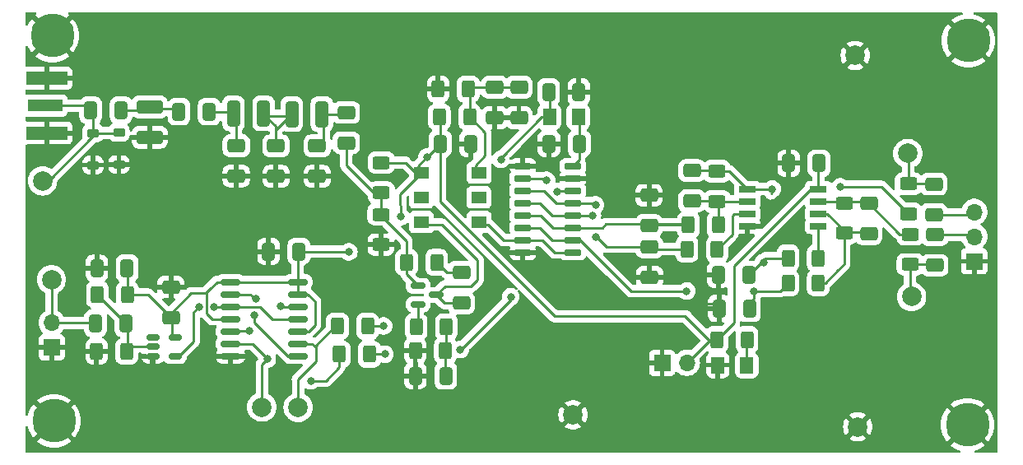
<source format=gtl>
%TF.GenerationSoftware,KiCad,Pcbnew,7.0.10-7.0.10~ubuntu22.04.1*%
%TF.CreationDate,2024-03-15T16:54:52-07:00*%
%TF.ProjectId,kiss_sdr_r1,6b697373-5f73-4647-925f-72312e6b6963,rev?*%
%TF.SameCoordinates,Original*%
%TF.FileFunction,Copper,L1,Top*%
%TF.FilePolarity,Positive*%
%FSLAX46Y46*%
G04 Gerber Fmt 4.6, Leading zero omitted, Abs format (unit mm)*
G04 Created by KiCad (PCBNEW 7.0.10-7.0.10~ubuntu22.04.1) date 2024-03-15 16:54:52*
%MOMM*%
%LPD*%
G01*
G04 APERTURE LIST*
G04 Aperture macros list*
%AMRoundRect*
0 Rectangle with rounded corners*
0 $1 Rounding radius*
0 $2 $3 $4 $5 $6 $7 $8 $9 X,Y pos of 4 corners*
0 Add a 4 corners polygon primitive as box body*
4,1,4,$2,$3,$4,$5,$6,$7,$8,$9,$2,$3,0*
0 Add four circle primitives for the rounded corners*
1,1,$1+$1,$2,$3*
1,1,$1+$1,$4,$5*
1,1,$1+$1,$6,$7*
1,1,$1+$1,$8,$9*
0 Add four rect primitives between the rounded corners*
20,1,$1+$1,$2,$3,$4,$5,0*
20,1,$1+$1,$4,$5,$6,$7,0*
20,1,$1+$1,$6,$7,$8,$9,0*
20,1,$1+$1,$8,$9,$2,$3,0*%
G04 Aperture macros list end*
%TA.AperFunction,SMDPad,CuDef*%
%ADD10RoundRect,0.250000X-0.400000X-0.625000X0.400000X-0.625000X0.400000X0.625000X-0.400000X0.625000X0*%
%TD*%
%TA.AperFunction,SMDPad,CuDef*%
%ADD11RoundRect,0.150000X-0.512500X-0.150000X0.512500X-0.150000X0.512500X0.150000X-0.512500X0.150000X0*%
%TD*%
%TA.AperFunction,ComponentPad*%
%ADD12C,2.000000*%
%TD*%
%TA.AperFunction,SMDPad,CuDef*%
%ADD13R,1.700000X0.650000*%
%TD*%
%TA.AperFunction,SMDPad,CuDef*%
%ADD14RoundRect,0.250000X0.650000X-0.412500X0.650000X0.412500X-0.650000X0.412500X-0.650000X-0.412500X0*%
%TD*%
%TA.AperFunction,SMDPad,CuDef*%
%ADD15RoundRect,0.250000X-0.625000X0.400000X-0.625000X-0.400000X0.625000X-0.400000X0.625000X0.400000X0*%
%TD*%
%TA.AperFunction,SMDPad,CuDef*%
%ADD16RoundRect,0.250000X-0.412500X-0.650000X0.412500X-0.650000X0.412500X0.650000X-0.412500X0.650000X0*%
%TD*%
%TA.AperFunction,SMDPad,CuDef*%
%ADD17RoundRect,0.225000X-0.375000X0.225000X-0.375000X-0.225000X0.375000X-0.225000X0.375000X0.225000X0*%
%TD*%
%TA.AperFunction,SMDPad,CuDef*%
%ADD18RoundRect,0.250000X-0.650000X0.412500X-0.650000X-0.412500X0.650000X-0.412500X0.650000X0.412500X0*%
%TD*%
%TA.AperFunction,SMDPad,CuDef*%
%ADD19RoundRect,0.150000X-0.837500X-0.150000X0.837500X-0.150000X0.837500X0.150000X-0.837500X0.150000X0*%
%TD*%
%TA.AperFunction,SMDPad,CuDef*%
%ADD20RoundRect,0.250000X0.412500X0.650000X-0.412500X0.650000X-0.412500X-0.650000X0.412500X-0.650000X0*%
%TD*%
%TA.AperFunction,ComponentPad*%
%ADD21C,4.500000*%
%TD*%
%TA.AperFunction,SMDPad,CuDef*%
%ADD22RoundRect,0.250000X0.400000X0.625000X-0.400000X0.625000X-0.400000X-0.625000X0.400000X-0.625000X0*%
%TD*%
%TA.AperFunction,SMDPad,CuDef*%
%ADD23RoundRect,0.150000X-0.587500X-0.150000X0.587500X-0.150000X0.587500X0.150000X-0.587500X0.150000X0*%
%TD*%
%TA.AperFunction,SMDPad,CuDef*%
%ADD24RoundRect,0.225000X0.375000X-0.225000X0.375000X0.225000X-0.375000X0.225000X-0.375000X-0.225000X0*%
%TD*%
%TA.AperFunction,SMDPad,CuDef*%
%ADD25R,1.520000X1.270000*%
%TD*%
%TA.AperFunction,SMDPad,CuDef*%
%ADD26RoundRect,0.250000X0.625000X-0.400000X0.625000X0.400000X-0.625000X0.400000X-0.625000X-0.400000X0*%
%TD*%
%TA.AperFunction,SMDPad,CuDef*%
%ADD27RoundRect,0.250000X-0.400000X-1.075000X0.400000X-1.075000X0.400000X1.075000X-0.400000X1.075000X0*%
%TD*%
%TA.AperFunction,SMDPad,CuDef*%
%ADD28RoundRect,0.150000X-0.725000X-0.150000X0.725000X-0.150000X0.725000X0.150000X-0.725000X0.150000X0*%
%TD*%
%TA.AperFunction,SMDPad,CuDef*%
%ADD29RoundRect,0.250000X-1.100000X0.412500X-1.100000X-0.412500X1.100000X-0.412500X1.100000X0.412500X0*%
%TD*%
%TA.AperFunction,SMDPad,CuDef*%
%ADD30RoundRect,0.250001X-0.462499X-0.624999X0.462499X-0.624999X0.462499X0.624999X-0.462499X0.624999X0*%
%TD*%
%TA.AperFunction,ComponentPad*%
%ADD31R,1.700000X1.700000*%
%TD*%
%TA.AperFunction,ComponentPad*%
%ADD32O,1.700000X1.700000*%
%TD*%
%TA.AperFunction,SMDPad,CuDef*%
%ADD33R,4.200000X1.350000*%
%TD*%
%TA.AperFunction,SMDPad,CuDef*%
%ADD34R,3.600000X1.270000*%
%TD*%
%TA.AperFunction,ViaPad*%
%ADD35C,0.800000*%
%TD*%
%TA.AperFunction,Conductor*%
%ADD36C,0.250000*%
%TD*%
G04 APERTURE END LIST*
D10*
%TO.P,R6,1*%
%TO.N,Net-(U2-1B3)*%
X149975200Y-101192200D03*
%TO.P,R6,2*%
%TO.N,Net-(U1A-+)*%
X153075200Y-101192200D03*
%TD*%
D11*
%TO.P,U4,1*%
%TO.N,N/C*%
X95031900Y-110275200D03*
%TO.P,U4,2*%
%TO.N,Net-(C23-Pad2)*%
X95031900Y-111225200D03*
%TO.P,U4,3,GND*%
%TO.N,GND*%
X95031900Y-112175200D03*
%TO.P,U4,4*%
%TO.N,Net-(U3A-C)*%
X97306900Y-112175200D03*
%TO.P,U4,5,VCC*%
%TO.N,+5V*%
X97306900Y-110275200D03*
%TD*%
D12*
%TO.P,CLK1,1,1*%
%TO.N,Net-(J3-Pin_2)*%
X84587000Y-104303700D03*
%TD*%
D13*
%TO.P,U1,1*%
%TO.N,Net-(C4-Pad2)*%
X156181000Y-94994600D03*
%TO.P,U1,2,-*%
%TO.N,Net-(U1A--)*%
X156181000Y-96264600D03*
%TO.P,U1,3,+*%
%TO.N,Net-(U1A-+)*%
X156181000Y-97534600D03*
%TO.P,U1,4,V-*%
%TO.N,GND*%
X156181000Y-98804600D03*
%TO.P,U1,5,+*%
%TO.N,Net-(U1B-+)*%
X163481000Y-98804600D03*
%TO.P,U1,6,-*%
%TO.N,Net-(U1B--)*%
X163481000Y-97534600D03*
%TO.P,U1,7*%
%TO.N,Net-(C14-Pad2)*%
X163481000Y-96264600D03*
%TO.P,U1,8,V+*%
%TO.N,+5V*%
X163481000Y-94994600D03*
%TD*%
D10*
%TO.P,R19,1*%
%TO.N,GND*%
X89234600Y-111695100D03*
%TO.P,R19,2*%
%TO.N,Net-(C23-Pad2)*%
X92334600Y-111695100D03*
%TD*%
D14*
%TO.P,C2,1*%
%TO.N,GND*%
X130189200Y-87667100D03*
%TO.P,C2,2*%
%TO.N,Net-(C2-Pad2)*%
X130189200Y-84542100D03*
%TD*%
D15*
%TO.P,R13,1*%
%TO.N,Net-(C14-Pad2)*%
X172918150Y-99655300D03*
%TO.P,R13,2*%
%TO.N,Net-(C18-Pad1)*%
X172918150Y-102755300D03*
%TD*%
D14*
%TO.P,C3,1*%
%TO.N,GND*%
X132678400Y-87667100D03*
%TO.P,C3,2*%
%TO.N,Net-(C2-Pad2)*%
X132678400Y-84542100D03*
%TD*%
%TO.P,C26,1*%
%TO.N,+5V*%
X96880600Y-108203000D03*
%TO.P,C26,2*%
%TO.N,GND*%
X96880600Y-105078000D03*
%TD*%
D16*
%TO.P,C21,1*%
%TO.N,GND*%
X153264700Y-107288200D03*
%TO.P,C21,2*%
%TO.N,Net-(U2-1B1)*%
X156389700Y-107288200D03*
%TD*%
D17*
%TO.P,D1,1,K*%
%TO.N,Net-(D1-K)*%
X88863400Y-89230800D03*
%TO.P,D1,2,A*%
%TO.N,GND*%
X88863400Y-92530800D03*
%TD*%
D10*
%TO.P,R3,1*%
%TO.N,GND*%
X124372000Y-84707600D03*
%TO.P,R3,2*%
%TO.N,Net-(C2-Pad2)*%
X127472000Y-84707600D03*
%TD*%
D18*
%TO.P,C16,1*%
%TO.N,Net-(C16-Pad1)*%
X107684800Y-90561900D03*
%TO.P,C16,2*%
%TO.N,GND*%
X107684800Y-93686900D03*
%TD*%
D19*
%TO.P,U3,1,~{R}*%
%TO.N,+5V*%
X103011200Y-104557700D03*
%TO.P,U3,2,D*%
%TO.N,Net-(U3A-D)*%
X103011200Y-105827700D03*
%TO.P,U3,3,C*%
%TO.N,Net-(U3A-C)*%
X103011200Y-107097700D03*
%TO.P,U3,4,~{S}*%
%TO.N,+5V*%
X103011200Y-108367700D03*
%TO.P,U3,5,Q*%
%TO.N,Net-(U3A-Q)*%
X103011200Y-109637700D03*
%TO.P,U3,6,~{Q}*%
%TO.N,Net-(U3A-~{Q})*%
X103011200Y-110907700D03*
%TO.P,U3,7,GND*%
%TO.N,GND*%
X103011200Y-112177700D03*
%TO.P,U3,8,~{Q}*%
%TO.N,Net-(U3A-D)*%
X109936200Y-112177700D03*
%TO.P,U3,9,Q*%
%TO.N,Net-(U3B-Q)*%
X109936200Y-110907700D03*
%TO.P,U3,10,~{S}*%
%TO.N,+5V*%
X109936200Y-109637700D03*
%TO.P,U3,11,C*%
%TO.N,Net-(U3A-C)*%
X109936200Y-108367700D03*
%TO.P,U3,12,D*%
%TO.N,Net-(U3A-Q)*%
X109936200Y-107097700D03*
%TO.P,U3,13,~{R}*%
%TO.N,+5V*%
X109936200Y-105827700D03*
%TO.P,U3,14,VCC*%
X109936200Y-104557700D03*
%TD*%
D10*
%TO.P,R12,1*%
%TO.N,Net-(U2-1B4)*%
X160363800Y-102106600D03*
%TO.P,R12,2*%
%TO.N,Net-(U1B-+)*%
X163463800Y-102106600D03*
%TD*%
D12*
%TO.P,GND3,1,1*%
%TO.N,GND*%
X138241000Y-118210200D03*
%TD*%
D10*
%TO.P,R14,1*%
%TO.N,Net-(U2-1B1)*%
X160363800Y-104672000D03*
%TO.P,R14,2*%
%TO.N,Net-(U1B--)*%
X163463800Y-104672000D03*
%TD*%
D20*
%TO.P,C25,1*%
%TO.N,+5V*%
X163552500Y-92353000D03*
%TO.P,C25,2*%
%TO.N,GND*%
X160427500Y-92353000D03*
%TD*%
D12*
%TO.P,GND2,1,1*%
%TO.N,GND*%
X167273200Y-81253200D03*
%TD*%
D21*
%TO.P,H2,1,1*%
%TO.N,GND*%
X84672400Y-79221200D03*
%TD*%
D22*
%TO.P,R1,1*%
%TO.N,Net-(C2-Pad2)*%
X127598400Y-87577800D03*
%TO.P,R1,2*%
%TO.N,+5V*%
X124498400Y-87577800D03*
%TD*%
D23*
%TO.P,Q1,1,B*%
%TO.N,Net-(Q1-B)*%
X122294400Y-104941200D03*
%TO.P,Q1,2,E*%
%TO.N,Net-(Q1-E)*%
X122294400Y-106841200D03*
%TO.P,Q1,3,C*%
%TO.N,Net-(Q1-C)*%
X124169400Y-105891200D03*
%TD*%
D12*
%TO.P,Q_CLK1,1,1*%
%TO.N,Net-(U3B-Q)*%
X109961600Y-117460900D03*
%TD*%
D24*
%TO.P,D2,1,K*%
%TO.N,GND*%
X91530400Y-92480000D03*
%TO.P,D2,2,A*%
%TO.N,Net-(D1-K)*%
X91530400Y-89180000D03*
%TD*%
D10*
%TO.P,R18,1*%
%TO.N,Net-(C23-Pad2)*%
X89310800Y-105853100D03*
%TO.P,R18,2*%
%TO.N,+5V*%
X92410800Y-105853100D03*
%TD*%
D25*
%TO.P,TR1,1*%
%TO.N,+5V*%
X122654000Y-93318200D03*
%TO.P,TR1,2*%
%TO.N,unconnected-(TR1-Pad2)*%
X122654000Y-95858200D03*
%TO.P,TR1,3*%
%TO.N,Net-(Q1-C)*%
X122654000Y-98398200D03*
%TO.P,TR1,4*%
%TO.N,Net-(U2-1A)*%
X128589000Y-98398200D03*
%TO.P,TR1,5*%
%TO.N,unconnected-(TR1-Pad5)*%
X128554000Y-95858200D03*
%TO.P,TR1,6*%
%TO.N,Net-(C2-Pad2)*%
X128589000Y-93318200D03*
%TD*%
D20*
%TO.P,C24,1*%
%TO.N,+5V*%
X110050900Y-101433500D03*
%TO.P,C24,2*%
%TO.N,GND*%
X106925900Y-101433500D03*
%TD*%
%TO.P,C12,1*%
%TO.N,Net-(C12-Pad1)*%
X100827200Y-87043400D03*
%TO.P,C12,2*%
%TO.N,Net-(C11-Pad1)*%
X97702200Y-87043400D03*
%TD*%
D26*
%TO.P,R5,1*%
%TO.N,Net-(U1A--)*%
X153049200Y-96265200D03*
%TO.P,R5,2*%
%TO.N,Net-(C4-Pad2)*%
X153049200Y-93165200D03*
%TD*%
D21*
%TO.P,H3,1,1*%
%TO.N,GND*%
X178906400Y-79729200D03*
%TD*%
D26*
%TO.P,R10,1*%
%TO.N,Net-(U1B--)*%
X166130200Y-99541800D03*
%TO.P,R10,2*%
%TO.N,Net-(C14-Pad2)*%
X166130200Y-96441800D03*
%TD*%
D14*
%TO.P,C9,1*%
%TO.N,GND*%
X146115000Y-104075500D03*
%TO.P,C9,2*%
%TO.N,Net-(U2-1B3)*%
X146115000Y-100950500D03*
%TD*%
%TO.P,C14,1*%
%TO.N,Net-(U1B--)*%
X168670200Y-99579700D03*
%TO.P,C14,2*%
%TO.N,Net-(C14-Pad2)*%
X168670200Y-96454700D03*
%TD*%
D16*
%TO.P,C23,1*%
%TO.N,Net-(J3-Pin_2)*%
X89120500Y-108812200D03*
%TO.P,C23,2*%
%TO.N,Net-(C23-Pad2)*%
X92245500Y-108812200D03*
%TD*%
D22*
%TO.P,R20,1*%
%TO.N,Net-(D3-A)*%
X156148600Y-110488600D03*
%TO.P,R20,2*%
%TO.N,+5V*%
X153048600Y-110488600D03*
%TD*%
D27*
%TO.P,L2,1*%
%TO.N,Net-(C16-Pad1)*%
X109309800Y-87298400D03*
%TO.P,L2,2*%
%TO.N,Net-(C13-Pad2)*%
X112409800Y-87298400D03*
%TD*%
D21*
%TO.P,H4,1,1*%
%TO.N,GND*%
X84850200Y-118845200D03*
%TD*%
D27*
%TO.P,L1,1*%
%TO.N,Net-(C12-Pad1)*%
X103315400Y-87222200D03*
%TO.P,L1,2*%
%TO.N,Net-(C16-Pad1)*%
X106415400Y-87222200D03*
%TD*%
D10*
%TO.P,R8,1*%
%TO.N,Net-(U2-1B2)*%
X150102200Y-98703000D03*
%TO.P,R8,2*%
%TO.N,Net-(U1A--)*%
X153202200Y-98703000D03*
%TD*%
D18*
%TO.P,C15,1*%
%TO.N,Net-(C12-Pad1)*%
X103595400Y-90536500D03*
%TO.P,C15,2*%
%TO.N,GND*%
X103595400Y-93661500D03*
%TD*%
D12*
%TO.P,I_SIG1,1,1*%
%TO.N,Net-(C7-Pad1)*%
X172689550Y-91339700D03*
%TD*%
D22*
%TO.P,R11,1*%
%TO.N,Net-(C19-Pad2)*%
X125211400Y-109167800D03*
%TO.P,R11,2*%
%TO.N,Net-(Q1-E)*%
X122111400Y-109167800D03*
%TD*%
D10*
%TO.P,R17,1*%
%TO.N,Net-(U3A-~{Q})*%
X114186600Y-111987200D03*
%TO.P,R17,2*%
%TO.N,/CLK_RX_I*%
X117286600Y-111987200D03*
%TD*%
D16*
%TO.P,C19,1*%
%TO.N,GND*%
X122022700Y-114222400D03*
%TO.P,C19,2*%
%TO.N,Net-(C19-Pad2)*%
X125147700Y-114222400D03*
%TD*%
D14*
%TO.P,C4,1*%
%TO.N,Net-(U1A--)*%
X150483800Y-96226900D03*
%TO.P,C4,2*%
%TO.N,Net-(C4-Pad2)*%
X150483800Y-93101900D03*
%TD*%
D12*
%TO.P,GND1,1,1*%
%TO.N,GND*%
X167527200Y-119454800D03*
%TD*%
D10*
%TO.P,R15,1*%
%TO.N,GND*%
X122009800Y-111606200D03*
%TO.P,R15,2*%
%TO.N,Net-(C19-Pad2)*%
X125109800Y-111606200D03*
%TD*%
D20*
%TO.P,C22,1*%
%TO.N,+5V*%
X92372500Y-103148000D03*
%TO.P,C22,2*%
%TO.N,GND*%
X89247500Y-103148000D03*
%TD*%
D14*
%TO.P,C13,1*%
%TO.N,Net-(Q1-B)*%
X114923800Y-90245600D03*
%TO.P,C13,2*%
%TO.N,Net-(C13-Pad2)*%
X114923800Y-87120600D03*
%TD*%
D26*
%TO.P,R2,1*%
%TO.N,Net-(Q1-B)*%
X118530600Y-95376200D03*
%TO.P,R2,2*%
%TO.N,+5V*%
X118530600Y-92276200D03*
%TD*%
D18*
%TO.P,C10,1*%
%TO.N,GND*%
X146064200Y-95641900D03*
%TO.P,C10,2*%
%TO.N,Net-(U2-1B2)*%
X146064200Y-98766900D03*
%TD*%
D22*
%TO.P,R9,1*%
%TO.N,Net-(C8-Pad2)*%
X124220800Y-102538400D03*
%TO.P,R9,2*%
%TO.N,Net-(Q1-B)*%
X121120800Y-102538400D03*
%TD*%
D28*
%TO.P,U2,1,1~{OE}*%
%TO.N,GND*%
X133075200Y-92641200D03*
%TO.P,U2,2,S1*%
%TO.N,/CLK_RX_I*%
X133075200Y-93911200D03*
%TO.P,U2,3,1B4*%
%TO.N,Net-(U2-1B4)*%
X133075200Y-95181200D03*
%TO.P,U2,4,1B3*%
%TO.N,Net-(U2-1B3)*%
X133075200Y-96451200D03*
%TO.P,U2,5,1B2*%
%TO.N,Net-(U2-1B2)*%
X133075200Y-97721200D03*
%TO.P,U2,6,1B1*%
%TO.N,Net-(U2-1B1)*%
X133075200Y-98991200D03*
%TO.P,U2,7,1A*%
%TO.N,Net-(U2-1A)*%
X133075200Y-100261200D03*
%TO.P,U2,8,GND*%
%TO.N,GND*%
X133075200Y-101531200D03*
%TO.P,U2,9,2A*%
%TO.N,Net-(U2-1A)*%
X138225200Y-101531200D03*
%TO.P,U2,10,2B1*%
%TO.N,Net-(U2-1B1)*%
X138225200Y-100261200D03*
%TO.P,U2,11,2B2*%
%TO.N,Net-(U2-1B2)*%
X138225200Y-98991200D03*
%TO.P,U2,12,2B3*%
%TO.N,Net-(U2-1B3)*%
X138225200Y-97721200D03*
%TO.P,U2,13,2B4*%
%TO.N,Net-(U2-1B4)*%
X138225200Y-96451200D03*
%TO.P,U2,14,S0*%
%TO.N,/CLK_RX_Q*%
X138225200Y-95181200D03*
%TO.P,U2,15,2~{OE}*%
%TO.N,GND*%
X138225200Y-93911200D03*
%TO.P,U2,16,VCC*%
%TO.N,Net-(U2-VCC)*%
X138225200Y-92641200D03*
%TD*%
D29*
%TO.P,L3,1*%
%TO.N,Net-(C11-Pad1)*%
X94692700Y-86547700D03*
%TO.P,L3,2*%
%TO.N,GND*%
X94692700Y-89672700D03*
%TD*%
D30*
%TO.P,FB1,1*%
%TO.N,+5V*%
X135813700Y-87577800D03*
%TO.P,FB1,2*%
%TO.N,Net-(U2-VCC)*%
X138788700Y-87577800D03*
%TD*%
D26*
%TO.P,R7,1*%
%TO.N,Net-(C4-Pad2)*%
X172740350Y-97548300D03*
%TO.P,R7,2*%
%TO.N,Net-(C7-Pad1)*%
X172740350Y-94448300D03*
%TD*%
D20*
%TO.P,C11,1*%
%TO.N,Net-(C11-Pad1)*%
X91759400Y-86891000D03*
%TO.P,C11,2*%
%TO.N,Net-(D1-K)*%
X88634400Y-86891000D03*
%TD*%
D21*
%TO.P,H1,1,1*%
%TO.N,GND*%
X178830200Y-119251600D03*
%TD*%
D31*
%TO.P,J4,1,Pin_1*%
%TO.N,GND*%
X147410400Y-112873400D03*
D32*
%TO.P,J4,2,Pin_2*%
%TO.N,+5V*%
X149950400Y-112873400D03*
%TD*%
D14*
%TO.P,C8,1*%
%TO.N,Net-(Q1-C)*%
X126760200Y-106717100D03*
%TO.P,C8,2*%
%TO.N,Net-(C8-Pad2)*%
X126760200Y-103592100D03*
%TD*%
D18*
%TO.P,C7,1*%
%TO.N,Net-(C7-Pad1)*%
X175356550Y-94486600D03*
%TO.P,C7,2*%
%TO.N,Net-(J2-Pin_3)*%
X175356550Y-97611600D03*
%TD*%
D10*
%TO.P,R16,1*%
%TO.N,Net-(U3B-Q)*%
X114008800Y-109117000D03*
%TO.P,R16,2*%
%TO.N,/CLK_RX_Q*%
X117108800Y-109117000D03*
%TD*%
D31*
%TO.P,J2,1,Pin_1*%
%TO.N,GND*%
X179516000Y-102436800D03*
D32*
%TO.P,J2,2,Pin_2*%
%TO.N,Net-(J2-Pin_2)*%
X179516000Y-99896800D03*
%TO.P,J2,3,Pin_3*%
%TO.N,Net-(J2-Pin_3)*%
X179516000Y-97356800D03*
%TD*%
D12*
%TO.P,sig1,1,1*%
%TO.N,Net-(D1-K)*%
X83681800Y-94156400D03*
%TD*%
%TO.P,Q_SIG1,1,1*%
%TO.N,Net-(C18-Pad1)*%
X173070550Y-106071700D03*
%TD*%
D26*
%TO.P,R4,1*%
%TO.N,GND*%
X118479800Y-100710200D03*
%TO.P,R4,2*%
%TO.N,Net-(Q1-B)*%
X118479800Y-97610200D03*
%TD*%
D16*
%TO.P,C20,1*%
%TO.N,GND*%
X153188500Y-103808400D03*
%TO.P,C20,2*%
%TO.N,Net-(U2-1B4)*%
X156313500Y-103808400D03*
%TD*%
D14*
%TO.P,C18,1*%
%TO.N,Net-(C18-Pad1)*%
X175458150Y-102844000D03*
%TO.P,C18,2*%
%TO.N,Net-(J2-Pin_2)*%
X175458150Y-99719000D03*
%TD*%
D30*
%TO.P,D3,1,K*%
%TO.N,GND*%
X153136500Y-113104800D03*
%TO.P,D3,2,A*%
%TO.N,Net-(D3-A)*%
X156111500Y-113104800D03*
%TD*%
D20*
%TO.P,C6,1*%
%TO.N,GND*%
X138851400Y-85012400D03*
%TO.P,C6,2*%
%TO.N,+5V*%
X135726400Y-85012400D03*
%TD*%
D16*
%TO.P,C5,1*%
%TO.N,GND*%
X135764100Y-90346400D03*
%TO.P,C5,2*%
%TO.N,Net-(U2-VCC)*%
X138889100Y-90346400D03*
%TD*%
D31*
%TO.P,J3,1,Pin_1*%
%TO.N,GND*%
X84612400Y-111293700D03*
D32*
%TO.P,J3,2,Pin_2*%
%TO.N,Net-(J3-Pin_2)*%
X84612400Y-108753700D03*
%TD*%
D12*
%TO.P,I_CLK1,1,1*%
%TO.N,Net-(U3A-~{Q})*%
X106227800Y-117422800D03*
%TD*%
D18*
%TO.P,C17,1*%
%TO.N,Net-(C13-Pad2)*%
X111926600Y-90561900D03*
%TO.P,C17,2*%
%TO.N,GND*%
X111926600Y-93686900D03*
%TD*%
D20*
%TO.P,C1,1*%
%TO.N,GND*%
X127713100Y-90346400D03*
%TO.P,C1,2*%
%TO.N,+5V*%
X124588100Y-90346400D03*
%TD*%
D33*
%TO.P,J1,2,Ext*%
%TO.N,GND*%
X84139000Y-89234400D03*
X84139000Y-83584400D03*
D34*
%TO.P,J1,1,In*%
%TO.N,Net-(D1-K)*%
X83939000Y-86409400D03*
%TD*%
D35*
%TO.N,GND*%
X150788600Y-87374600D03*
X151449000Y-106754800D03*
X158002200Y-89279600D03*
X94747000Y-113485800D03*
X151423600Y-103833800D03*
X129833600Y-104291000D03*
X158434000Y-96874200D03*
X152668200Y-117448200D03*
X156833800Y-91692600D03*
X88143000Y-117346600D03*
X100614400Y-114755800D03*
X89041200Y-80135600D03*
X168771800Y-104443400D03*
X100512800Y-111733200D03*
X161228000Y-99236400D03*
X111037600Y-102995600D03*
X119876800Y-83005800D03*
X94273600Y-96671000D03*
X148121600Y-99973000D03*
X124296400Y-100557200D03*
X110656600Y-97864800D03*
X87695000Y-99033200D03*
X147791400Y-78764000D03*
X95975400Y-97560000D03*
X148959800Y-117803800D03*
X116168400Y-104697400D03*
X172734200Y-114755800D03*
X170886150Y-100890100D03*
X144438600Y-88492200D03*
X116270000Y-81507200D03*
X93333800Y-118388000D03*
X126226800Y-94969200D03*
X130544800Y-95655000D03*
X138571200Y-104011600D03*
X179719200Y-111479200D03*
X175991550Y-88393300D03*
X101106200Y-80592800D03*
X143524200Y-110082200D03*
%TO.N,+5V*%
X115177800Y-101471600D03*
X123204200Y-91743400D03*
X130824200Y-91946600D03*
X120537200Y-97839400D03*
%TO.N,Net-(C4-Pad2)*%
X158713400Y-94994600D03*
X165723800Y-94766000D03*
%TO.N,Net-(U2-1B3)*%
X140603200Y-99947600D03*
X140247600Y-97721200D03*
%TO.N,Net-(U2-1B4)*%
X140552400Y-96645600D03*
X157824400Y-102538400D03*
%TO.N,Net-(U2-1B1)*%
X156884600Y-105484800D03*
X149925000Y-105484800D03*
%TO.N,Net-(U3A-C)*%
X101325600Y-107148500D03*
X99750800Y-107148500D03*
%TO.N,Net-(U3A-~{Q})*%
X106786600Y-112482500D03*
X111257000Y-114717700D03*
%TO.N,/CLK_RX_Q*%
X136640800Y-95248600D03*
X118759200Y-109091600D03*
%TO.N,/CLK_RX_I*%
X118886200Y-111987200D03*
X131840200Y-106094400D03*
X126658600Y-111504600D03*
X135523200Y-94105600D03*
%TO.N,Net-(U3A-D)*%
X105491200Y-107986700D03*
X105643600Y-106284900D03*
%TO.N,Net-(U3A-Q)*%
X104957800Y-109586900D03*
X108132800Y-107072300D03*
%TD*%
D36*
%TO.N,+5V*%
X110050900Y-101433500D02*
X115139700Y-101433500D01*
X115139700Y-101433500D02*
X115177800Y-101471600D01*
%TO.N,Net-(C7-Pad1)*%
X172740350Y-94448300D02*
X175318250Y-94448300D01*
X175318250Y-94448300D02*
X175356550Y-94486600D01*
%TO.N,Net-(C4-Pad2)*%
X172740350Y-97548300D02*
X169958050Y-94766000D01*
X169958050Y-94766000D02*
X165723800Y-94766000D01*
%TO.N,Net-(D1-K)*%
X83681800Y-94156400D02*
X84266000Y-94156400D01*
X84266000Y-94156400D02*
X88863400Y-89559000D01*
X88863400Y-89559000D02*
X88863400Y-89230800D01*
X83939000Y-86409400D02*
X88152800Y-86409400D01*
X88152800Y-86409400D02*
X88634400Y-86891000D01*
X88863400Y-89230800D02*
X88863400Y-87120000D01*
X88863400Y-87120000D02*
X88634400Y-86891000D01*
%TO.N,Net-(U3B-Q)*%
X111409400Y-110907700D02*
X111699750Y-111198050D01*
X111699750Y-111198050D02*
X111790400Y-111288700D01*
X114008800Y-109117000D02*
X113780800Y-109117000D01*
X113780800Y-109117000D02*
X111699750Y-111198050D01*
%TO.N,Net-(U3A-~{Q})*%
X111257000Y-114717700D02*
X112802900Y-114717700D01*
X114186600Y-111987200D02*
X114186600Y-113334000D01*
X114186600Y-113334000D02*
X112802900Y-114717700D01*
X106227800Y-117422800D02*
X106227800Y-113041300D01*
X106227800Y-113041300D02*
X106786600Y-112482500D01*
%TO.N,/CLK_RX_I*%
X117286600Y-111987200D02*
X118886200Y-111987200D01*
%TO.N,/CLK_RX_Q*%
X117108800Y-109117000D02*
X118733800Y-109117000D01*
X118733800Y-109117000D02*
X118759200Y-109091600D01*
X117108800Y-109117000D02*
X117134200Y-109091600D01*
%TO.N,+5V*%
X153048600Y-110488600D02*
X152185600Y-110488600D01*
X152185600Y-110488600D02*
X149772600Y-108075600D01*
X149823400Y-108075600D02*
X136336000Y-108075600D01*
%TO.N,Net-(U2-1B2)*%
X138225200Y-98991200D02*
X141254800Y-98991200D01*
X141254800Y-98991200D02*
X141631500Y-98614500D01*
X141631500Y-98614500D02*
X150013700Y-98614500D01*
X150013700Y-98614500D02*
X150102200Y-98703000D01*
%TO.N,Net-(U2-1B1)*%
X149874200Y-105688000D02*
X149696400Y-105510200D01*
X149696400Y-105510200D02*
X144210000Y-105510200D01*
X144210000Y-105510200D02*
X138961000Y-100261200D01*
X138961000Y-100261200D02*
X138225200Y-100261200D01*
X156884600Y-105484800D02*
X159551000Y-105484800D01*
X159551000Y-105484800D02*
X160363800Y-104672000D01*
X156884600Y-105484800D02*
X156884600Y-106209100D01*
X156884600Y-106209100D02*
X156338900Y-106754800D01*
%TO.N,+5V*%
X154776400Y-108139100D02*
X154776400Y-108760800D01*
X154776400Y-108760800D02*
X153048600Y-110488600D01*
X163481000Y-94994600D02*
X162650400Y-94994600D01*
X162650400Y-94994600D02*
X154776400Y-102868600D01*
X154776400Y-102868600D02*
X154776400Y-108139100D01*
X153048600Y-109778000D02*
X153048600Y-110488600D01*
%TO.N,Net-(U2-1B3)*%
X146115000Y-100950500D02*
X141656900Y-100950500D01*
X141656900Y-100950500D02*
X140654000Y-99947600D01*
X140654000Y-99947600D02*
X140603200Y-99947600D01*
X140247600Y-97721200D02*
X138225200Y-97721200D01*
%TO.N,Net-(U2-1B4)*%
X140552400Y-96645600D02*
X140358000Y-96451200D01*
X140358000Y-96451200D02*
X138225200Y-96451200D01*
%TO.N,+5V*%
X136336000Y-108075600D02*
X124588100Y-96327700D01*
X124588100Y-96327700D02*
X124588100Y-90346400D01*
X153048600Y-110488600D02*
X152335200Y-110488600D01*
X152335200Y-110488600D02*
X149950400Y-112873400D01*
%TO.N,Net-(D3-A)*%
X156111500Y-113104800D02*
X156111500Y-110525700D01*
X156111500Y-110525700D02*
X156148600Y-110488600D01*
%TO.N,Net-(J2-Pin_3)*%
X175356550Y-97611600D02*
X179280450Y-97611600D01*
%TO.N,Net-(C14-Pad2)*%
X168670200Y-96454700D02*
X171870800Y-99655300D01*
X171870800Y-99655300D02*
X172918150Y-99655300D01*
X163481000Y-96264600D02*
X168480100Y-96264600D01*
X168480100Y-96264600D02*
X168670200Y-96454700D01*
%TO.N,Net-(U1B--)*%
X163481000Y-97534600D02*
X164377600Y-97534600D01*
X164377600Y-97534600D02*
X166295700Y-99452700D01*
X166295700Y-99452700D02*
X168543200Y-99452700D01*
X168543200Y-99452700D02*
X168670200Y-99579700D01*
%TO.N,Net-(C7-Pad1)*%
X172740350Y-94448300D02*
X172740350Y-91390500D01*
X172613350Y-91263500D02*
X172486350Y-91263500D01*
X172740350Y-91390500D02*
X172613350Y-91263500D01*
%TO.N,Net-(U1B--)*%
X164199800Y-104672000D02*
X165507900Y-103363900D01*
X166130200Y-102741600D02*
X165507900Y-103363900D01*
X166130200Y-99567200D02*
X166130200Y-102741600D01*
%TO.N,GND*%
X94747000Y-113485800D02*
X94747000Y-112460100D01*
X151423600Y-103833800D02*
X153163100Y-103833800D01*
X94747000Y-112460100D02*
X95031900Y-112175200D01*
X151449000Y-106754800D02*
X153213900Y-106754800D01*
X153163100Y-103833800D02*
X153188500Y-103808400D01*
%TO.N,+5V*%
X100538200Y-107808900D02*
X100538200Y-105624500D01*
X123191100Y-91743400D02*
X123204200Y-91743400D01*
X96969100Y-107986700D02*
X96677400Y-107986700D01*
X135813700Y-87577800D02*
X135813700Y-85099700D01*
X130646400Y-91946600D02*
X130697200Y-91895800D01*
X120537200Y-97839400D02*
X120435600Y-97737800D01*
X110952200Y-105827700D02*
X109936200Y-105827700D01*
X105872200Y-104557700D02*
X103011200Y-104557700D01*
X163481000Y-92424500D02*
X163552500Y-92353000D01*
X96880600Y-107783500D02*
X98963400Y-105700700D01*
X100462000Y-105700700D02*
X100881100Y-105281600D01*
X115215900Y-101433500D02*
X115266700Y-101433500D01*
X92410800Y-105853100D02*
X92410800Y-103186300D01*
X123204200Y-91730300D02*
X124588100Y-90346400D01*
X122289800Y-92644700D02*
X123191100Y-91743400D01*
X98963400Y-105700700D02*
X100462000Y-105700700D01*
X97027500Y-108045100D02*
X96969100Y-107986700D01*
X135813700Y-85099700D02*
X135726400Y-85012400D01*
X123204200Y-91743400D02*
X123204200Y-91730300D01*
X163481000Y-94994600D02*
X163481000Y-92424500D01*
X130824200Y-91946600D02*
X130646400Y-91946600D01*
X109936200Y-104557700D02*
X109936200Y-101548200D01*
X120435600Y-95536600D02*
X120537200Y-97839400D01*
X122654000Y-93318200D02*
X120435600Y-95536600D01*
X96880600Y-108203000D02*
X96880600Y-107783500D01*
X96677400Y-107986700D02*
X94543800Y-105853100D01*
X124588100Y-90346400D02*
X124588100Y-87667500D01*
X135813700Y-87577800D02*
X135015200Y-87577800D01*
X118530600Y-92276200D02*
X120993800Y-92276200D01*
X109936200Y-104557700D02*
X105872200Y-104557700D01*
X94543800Y-105853100D02*
X92410800Y-105853100D01*
X111688800Y-106564300D02*
X110952200Y-105827700D01*
X103011200Y-108367700D02*
X101097000Y-108367700D01*
X109936200Y-109637700D02*
X111053800Y-109637700D01*
X124588100Y-87667500D02*
X124498400Y-87577800D01*
X97027500Y-110223000D02*
X97027500Y-108045100D01*
X101097000Y-108367700D02*
X100538200Y-107808900D01*
X122289800Y-93572200D02*
X122289800Y-92644700D01*
X111053800Y-109637700D02*
X111688800Y-109002700D01*
X130824200Y-91768800D02*
X130824200Y-91946600D01*
X92410800Y-103186300D02*
X92372500Y-103148000D01*
X100881100Y-105281600D02*
X101605000Y-104557700D01*
X109936200Y-101548200D02*
X110050900Y-101433500D01*
X101605000Y-104557700D02*
X103011200Y-104557700D01*
X111688800Y-109002700D02*
X111688800Y-106564300D01*
X120993800Y-92276200D02*
X122289800Y-93572200D01*
X135015200Y-87577800D02*
X130824200Y-91768800D01*
X115177800Y-101471600D02*
X115215900Y-101433500D01*
X100538200Y-105624500D02*
X100881100Y-105281600D01*
X109936200Y-105827700D02*
X109936200Y-104557700D01*
%TO.N,Net-(Q1-C)*%
X128436600Y-104316400D02*
X128436600Y-102335200D01*
X125058400Y-105002200D02*
X127750800Y-105002200D01*
X124753600Y-98652200D02*
X122289800Y-98652200D01*
X126760200Y-106717100D02*
X124995300Y-106717100D01*
X124169400Y-105891200D02*
X125058400Y-105002200D01*
X128436600Y-102335200D02*
X124753600Y-98652200D01*
X127750800Y-105002200D02*
X128436600Y-104316400D01*
X124995300Y-106717100D02*
X124169400Y-105891200D01*
%TO.N,Net-(Q1-B)*%
X121120800Y-103767600D02*
X121120800Y-102538400D01*
X117693000Y-95376200D02*
X114923800Y-92607000D01*
X118479800Y-97610200D02*
X118479800Y-97737800D01*
X114923800Y-92607000D02*
X114923800Y-90245600D01*
X118479800Y-97610200D02*
X118479800Y-95427000D01*
X118479800Y-97737800D02*
X121120800Y-100378800D01*
X118479800Y-95427000D02*
X118530600Y-95376200D01*
X121120800Y-100378800D02*
X121120800Y-102538400D01*
X122294400Y-104941200D02*
X121120800Y-103767600D01*
X118530600Y-95376200D02*
X117693000Y-95376200D01*
%TO.N,Net-(Q1-E)*%
X122294400Y-106841200D02*
X122294400Y-108984800D01*
X122294400Y-108984800D02*
X122111400Y-109167800D01*
%TO.N,Net-(C2-Pad2)*%
X129173200Y-89152600D02*
X127598400Y-87577800D01*
X127598400Y-84834000D02*
X127472000Y-84707600D01*
X130189200Y-84542100D02*
X127637500Y-84542100D01*
X128224800Y-93572200D02*
X128224800Y-92539400D01*
X127637500Y-84542100D02*
X127472000Y-84707600D01*
X128224800Y-92539400D02*
X129173200Y-91591000D01*
X127598400Y-87577800D02*
X127598400Y-84834000D01*
X132678400Y-84542100D02*
X130189200Y-84542100D01*
X129173200Y-91591000D02*
X129173200Y-89152600D01*
%TO.N,Net-(U1A--)*%
X153010900Y-96226900D02*
X153049200Y-96265200D01*
X150483800Y-96226900D02*
X153010900Y-96226900D01*
X153202200Y-96418200D02*
X153049200Y-96265200D01*
X153049200Y-96265200D02*
X156180400Y-96265200D01*
X156180400Y-96265200D02*
X156181000Y-96264600D01*
X153202200Y-98703000D02*
X153202200Y-96418200D01*
%TO.N,Net-(C4-Pad2)*%
X153049200Y-93165200D02*
X154351600Y-93165200D01*
X152985900Y-93101900D02*
X153049200Y-93165200D01*
X158713400Y-94994600D02*
X156181000Y-94994600D01*
X158713400Y-95324800D02*
X158586400Y-95451800D01*
X150483800Y-93101900D02*
X152985900Y-93101900D01*
X154351600Y-93165200D02*
X156181000Y-94994600D01*
X158713400Y-94994600D02*
X158713400Y-95324800D01*
%TO.N,Net-(U2-VCC)*%
X138889100Y-87678200D02*
X138788700Y-87577800D01*
X138889100Y-91977300D02*
X138889100Y-90346400D01*
X138225200Y-92641200D02*
X138889100Y-91977300D01*
X138889100Y-90346400D02*
X138889100Y-87678200D01*
%TO.N,Net-(U2-1B3)*%
X133075200Y-96451200D02*
X134820800Y-96451200D01*
X136090800Y-97721200D02*
X138225200Y-97721200D01*
X149975200Y-101192200D02*
X146153500Y-101192200D01*
X134820800Y-96451200D02*
X136090800Y-97721200D01*
X146331300Y-101166800D02*
X146115000Y-100950500D01*
%TO.N,Net-(U2-1B2)*%
X136192400Y-98991200D02*
X138225200Y-98991200D01*
X150102200Y-98703000D02*
X145975700Y-98703000D01*
X133075200Y-97721200D02*
X134922400Y-97721200D01*
X146153500Y-98677600D02*
X146064200Y-98766900D01*
X134922400Y-97721200D02*
X136192400Y-98991200D01*
%TO.N,Net-(D1-K)*%
X88608400Y-88975800D02*
X88863400Y-89230800D01*
X91479600Y-89230800D02*
X91530400Y-89180000D01*
X88863400Y-89230800D02*
X91479600Y-89230800D01*
%TO.N,Net-(C11-Pad1)*%
X94679600Y-86891000D02*
X94845100Y-86725500D01*
X97384300Y-86725500D02*
X97702200Y-87043400D01*
X91759400Y-86891000D02*
X94679600Y-86891000D01*
X94845100Y-86725500D02*
X97384300Y-86725500D01*
%TO.N,Net-(C8-Pad2)*%
X125274500Y-103592100D02*
X124220800Y-102538400D01*
X126760200Y-103592100D02*
X125274500Y-103592100D01*
%TO.N,Net-(U1B--)*%
X163463800Y-104672000D02*
X164199800Y-104672000D01*
%TO.N,Net-(C13-Pad2)*%
X114746000Y-87298400D02*
X114923800Y-87120600D01*
X112409800Y-87298400D02*
X114746000Y-87298400D01*
X112587000Y-87958800D02*
X112155800Y-87527600D01*
X112180600Y-87552400D02*
X112155800Y-87527600D01*
X112587000Y-90536500D02*
X112587000Y-87958800D01*
%TO.N,Net-(C12-Pad1)*%
X100827200Y-87043400D02*
X103136600Y-87043400D01*
X103595400Y-90536500D02*
X103595400Y-87553000D01*
X103136600Y-87043400D02*
X103315400Y-87222200D01*
%TO.N,Net-(U2-1B4)*%
X158015300Y-102106600D02*
X157824400Y-102297500D01*
X157824400Y-102538400D02*
X157583500Y-102538400D01*
X157824400Y-102297500D02*
X157824400Y-102538400D01*
X133075200Y-95181200D02*
X135252600Y-95181200D01*
X136522600Y-96451200D02*
X138225200Y-96451200D01*
X157583500Y-102538400D02*
X156313500Y-103808400D01*
X135252600Y-95181200D02*
X136522600Y-96451200D01*
X160363800Y-102106600D02*
X158015300Y-102106600D01*
%TO.N,Net-(U2-1B1)*%
X134871600Y-98991200D02*
X136141600Y-100261200D01*
X133075200Y-98991200D02*
X134871600Y-98991200D01*
X136141600Y-100261200D02*
X138225200Y-100261200D01*
%TO.N,Net-(C16-Pad1)*%
X107684800Y-89305000D02*
X107684800Y-88898600D01*
X106593200Y-87450800D02*
X108979000Y-87450800D01*
X107684800Y-90561900D02*
X107684800Y-89305000D01*
X107684800Y-88542400D02*
X106593200Y-87450800D01*
X108979000Y-87450800D02*
X109055800Y-87527600D01*
X107684800Y-88898600D02*
X109055800Y-87527600D01*
X107684800Y-89305000D02*
X107684800Y-88542400D01*
%TO.N,Net-(U3A-C)*%
X106075400Y-107097700D02*
X107345400Y-108367700D01*
X97773500Y-112123000D02*
X97027500Y-112123000D01*
X99217400Y-110679100D02*
X97773500Y-112123000D01*
X99750800Y-107148500D02*
X99217400Y-107681900D01*
X103011200Y-107097700D02*
X106075400Y-107097700D01*
X101274800Y-107097700D02*
X101198600Y-107173900D01*
X99217400Y-107681900D02*
X99217400Y-110679100D01*
X101325600Y-107148500D02*
X101274800Y-107097700D01*
X107345400Y-108367700D02*
X109936200Y-108367700D01*
X103011200Y-107097700D02*
X101325600Y-107148500D01*
%TO.N,Net-(J3-Pin_2)*%
X89272900Y-108748700D02*
X84617400Y-108748700D01*
X84617400Y-108748700D02*
X84612400Y-108753700D01*
X84612400Y-104329100D02*
X84587000Y-104303700D01*
X84612400Y-108753700D02*
X84612400Y-104329100D01*
%TO.N,Net-(U3A-~{Q})*%
X103011200Y-110907700D02*
X105262600Y-110907700D01*
X106786600Y-112482500D02*
X106837400Y-112482500D01*
X106786600Y-112431700D02*
X106786600Y-112482500D01*
X106837400Y-112482500D02*
X106786600Y-112431700D01*
X111257000Y-114717700D02*
X111180800Y-114717700D01*
X105262600Y-110907700D02*
X106786600Y-112431700D01*
X111180800Y-114717700D02*
X111206200Y-114692300D01*
%TO.N,Net-(U3B-Q)*%
X109961600Y-117460900D02*
X109961600Y-114590700D01*
X109936200Y-114565300D02*
X111790400Y-112711100D01*
X109961600Y-114590700D02*
X109936200Y-114565300D01*
X111790400Y-112711100D02*
X111790400Y-111415700D01*
X109936200Y-110907700D02*
X111409400Y-110907700D01*
X111790400Y-111288700D02*
X111790400Y-111415700D01*
%TO.N,Net-(U1A-+)*%
X154624000Y-99643400D02*
X153075200Y-101192200D01*
X154852600Y-97534600D02*
X154624000Y-97763200D01*
X156181000Y-97534600D02*
X154852600Y-97534600D01*
X154624000Y-97763200D02*
X154624000Y-99643400D01*
%TO.N,Net-(U1B-+)*%
X163463800Y-98821800D02*
X163481000Y-98804600D01*
X163463800Y-102106600D02*
X163463800Y-98821800D01*
%TO.N,/CLK_RX_Q*%
X118759200Y-109015400D02*
X118733800Y-109040800D01*
X136564600Y-95248600D02*
X136564600Y-95248600D01*
X138225200Y-95181200D02*
X136632000Y-95181200D01*
X118657600Y-109117000D02*
X118683000Y-109091600D01*
X136640800Y-95248600D02*
X136564600Y-95248600D01*
X136632000Y-95181200D02*
X136640800Y-95172400D01*
X118759200Y-109091600D02*
X118759200Y-109015400D01*
X118683000Y-109091600D02*
X118759200Y-109091600D01*
X136640800Y-95172400D02*
X136640800Y-95248600D01*
%TO.N,/CLK_RX_I*%
X135421600Y-94139800D02*
X135523200Y-94105600D01*
X131840200Y-106094400D02*
X131840200Y-106348400D01*
X135523200Y-94105600D02*
X135490000Y-94139800D01*
X118886200Y-111987200D02*
X118886200Y-111860200D01*
X131840200Y-106094400D02*
X131941800Y-106094400D01*
X135490000Y-94139800D02*
X135455800Y-94139800D01*
X131840200Y-106348400D02*
X126684000Y-111504600D01*
X118733800Y-112012600D02*
X118759200Y-111987200D01*
X118759200Y-111987200D02*
X118886200Y-111987200D01*
X133075200Y-93911200D02*
X135523200Y-93911200D01*
X118886200Y-111860200D02*
X118810000Y-111936400D01*
%TO.N,Net-(U2-1A)*%
X133075200Y-100261200D02*
X135100200Y-100261200D01*
X129478000Y-98652200D02*
X131087000Y-100261200D01*
X131087000Y-100261200D02*
X133075200Y-100261200D01*
X135100200Y-100261200D02*
X136370200Y-101531200D01*
X128224800Y-98652200D02*
X129478000Y-98652200D01*
X136370200Y-101531200D02*
X138225200Y-101531200D01*
%TO.N,Net-(C18-Pad1)*%
X172918150Y-102755300D02*
X175369450Y-102755300D01*
X175369450Y-102755300D02*
X175458150Y-102844000D01*
X172918150Y-102755300D02*
X172918150Y-106602400D01*
X172918150Y-106602400D02*
X172892750Y-106627800D01*
%TO.N,Net-(J2-Pin_2)*%
X175458150Y-99719000D02*
X179713050Y-99719000D01*
%TO.N,Net-(C19-Pad2)*%
X125109800Y-111606200D02*
X125109800Y-114184500D01*
X125211400Y-111504600D02*
X125109800Y-111606200D01*
X125109800Y-114184500D02*
X125147700Y-114222400D01*
X125211400Y-109167800D02*
X125211400Y-111504600D01*
%TO.N,Net-(C23-Pad2)*%
X92410800Y-108735800D02*
X92397900Y-108748700D01*
X92856700Y-111173000D02*
X92334600Y-111695100D01*
X92206400Y-108748700D02*
X89310800Y-105853100D01*
X94752500Y-111173000D02*
X92856700Y-111173000D01*
X92397900Y-108748700D02*
X92206400Y-108748700D01*
X92397900Y-108748700D02*
X92397900Y-111631800D01*
X92397900Y-111631800D02*
X92334600Y-111695100D01*
%TO.N,Net-(U3A-D)*%
X103011200Y-105827700D02*
X105034000Y-105827700D01*
X105491200Y-108774100D02*
X108894800Y-112177700D01*
X105643600Y-106284900D02*
X105491200Y-106284900D01*
X105491200Y-107986700D02*
X105491200Y-108774100D01*
X108894800Y-112177700D02*
X109936200Y-112177700D01*
X105034000Y-105827700D02*
X105643600Y-106284900D01*
%TO.N,Net-(U3A-Q)*%
X108158200Y-107097700D02*
X108132800Y-107072300D01*
X104957800Y-109586900D02*
X104983200Y-109637700D01*
X104983200Y-109637700D02*
X105008600Y-109612300D01*
X109936200Y-107097700D02*
X108158200Y-107097700D01*
X108107400Y-107097700D02*
X108056600Y-107097700D01*
X108056600Y-107097700D02*
X107980400Y-107021500D01*
X108132800Y-107072300D02*
X108107400Y-107097700D01*
X103011200Y-109637700D02*
X104957800Y-109586900D01*
%TD*%
%TA.AperFunction,Conductor*%
%TO.N,GND*%
G36*
X121304835Y-95665784D02*
G01*
X121360768Y-95707655D01*
X121385184Y-95773120D01*
X121385500Y-95781965D01*
X121385500Y-96541854D01*
X121392011Y-96602402D01*
X121392011Y-96602404D01*
X121430290Y-96705031D01*
X121443111Y-96739404D01*
X121530739Y-96856461D01*
X121647796Y-96944089D01*
X121738945Y-96978086D01*
X121765358Y-96987938D01*
X121784799Y-96995189D01*
X121812050Y-96998118D01*
X121845345Y-97001699D01*
X121845362Y-97001700D01*
X123462638Y-97001700D01*
X123462654Y-97001699D01*
X123489692Y-96998791D01*
X123523201Y-96995189D01*
X123660204Y-96944089D01*
X123777261Y-96856461D01*
X123864889Y-96739404D01*
X123864891Y-96739397D01*
X123869137Y-96731624D01*
X123871340Y-96732827D01*
X123905228Y-96687543D01*
X123970689Y-96663115D01*
X124038964Y-96677956D01*
X124076756Y-96714467D01*
X124078778Y-96712899D01*
X124083555Y-96719057D01*
X124083558Y-96719062D01*
X124083562Y-96719066D01*
X124097989Y-96733493D01*
X124110626Y-96748288D01*
X124122628Y-96764807D01*
X124155307Y-96791842D01*
X124156768Y-96793050D01*
X124165409Y-96800913D01*
X132538923Y-105174427D01*
X132572408Y-105235750D01*
X132567424Y-105305442D01*
X132525552Y-105361375D01*
X132460088Y-105385792D01*
X132391815Y-105370940D01*
X132378356Y-105362426D01*
X132376909Y-105361375D01*
X132296952Y-105303282D01*
X132122488Y-105225606D01*
X132122486Y-105225605D01*
X131935687Y-105185900D01*
X131744713Y-105185900D01*
X131557914Y-105225605D01*
X131383446Y-105303283D01*
X131228945Y-105415535D01*
X131101159Y-105557457D01*
X131005673Y-105722843D01*
X131005670Y-105722850D01*
X130948535Y-105898694D01*
X130946658Y-105904472D01*
X130926696Y-106094400D01*
X130946327Y-106281183D01*
X130946345Y-106281347D01*
X130933775Y-106350076D01*
X130910705Y-106381989D01*
X126732914Y-110559781D01*
X126671591Y-110593266D01*
X126645233Y-110596100D01*
X126563113Y-110596100D01*
X126376314Y-110635805D01*
X126327575Y-110657504D01*
X126258324Y-110666787D01*
X126195049Y-110637157D01*
X126171606Y-110609323D01*
X126108830Y-110507548D01*
X126108828Y-110507546D01*
X126107084Y-110504718D01*
X126088644Y-110437325D01*
X126109567Y-110370662D01*
X126124942Y-110351940D01*
X126162877Y-110314005D01*
X126210430Y-110266452D01*
X126303515Y-110115538D01*
X126359287Y-109947226D01*
X126369900Y-109843345D01*
X126369899Y-108492256D01*
X126359287Y-108388374D01*
X126303515Y-108220062D01*
X126215393Y-108077195D01*
X126196954Y-108009803D01*
X126217877Y-107943140D01*
X126271519Y-107898370D01*
X126320929Y-107888099D01*
X127460744Y-107888099D01*
X127564626Y-107877487D01*
X127732938Y-107821715D01*
X127883852Y-107728630D01*
X128009230Y-107603252D01*
X128102315Y-107452338D01*
X128158087Y-107284026D01*
X128168700Y-107180145D01*
X128168699Y-106254056D01*
X128158087Y-106150174D01*
X128102315Y-105981862D01*
X128009230Y-105830948D01*
X127967371Y-105789089D01*
X127933886Y-105727766D01*
X127938870Y-105658074D01*
X127980742Y-105602141D01*
X127997732Y-105592288D01*
X127997675Y-105592191D01*
X128004391Y-105588218D01*
X128004393Y-105588218D01*
X128021965Y-105577825D01*
X128039432Y-105569268D01*
X128058417Y-105561752D01*
X128094261Y-105535708D01*
X128104030Y-105529292D01*
X128142162Y-105506742D01*
X128156602Y-105492300D01*
X128171392Y-105479670D01*
X128187907Y-105467672D01*
X128216159Y-105433519D01*
X128224003Y-105424899D01*
X128825415Y-104823487D01*
X128837780Y-104813583D01*
X128837606Y-104813373D01*
X128843612Y-104808403D01*
X128843618Y-104808400D01*
X128890306Y-104758680D01*
X128892955Y-104755947D01*
X128912735Y-104736169D01*
X128915270Y-104732899D01*
X128922859Y-104724015D01*
X128932550Y-104713695D01*
X128953186Y-104691721D01*
X128963020Y-104673830D01*
X128973698Y-104657574D01*
X128986214Y-104641440D01*
X129003809Y-104600778D01*
X129008950Y-104590285D01*
X129030291Y-104551467D01*
X129030295Y-104551460D01*
X129035374Y-104531674D01*
X129041672Y-104513282D01*
X129049781Y-104494545D01*
X129056713Y-104450772D01*
X129059078Y-104439353D01*
X129070100Y-104396430D01*
X129070100Y-104376015D01*
X129071627Y-104356614D01*
X129073248Y-104346380D01*
X129074820Y-104336457D01*
X129070650Y-104292342D01*
X129070100Y-104280673D01*
X129070100Y-102418832D01*
X129071839Y-102403080D01*
X129071568Y-102403055D01*
X129072300Y-102395299D01*
X129072302Y-102395292D01*
X129070161Y-102327168D01*
X129070100Y-102323273D01*
X129070100Y-102295347D01*
X129070100Y-102295344D01*
X129069582Y-102291247D01*
X129068665Y-102279598D01*
X129067274Y-102235313D01*
X129067274Y-102235311D01*
X129061574Y-102215692D01*
X129057631Y-102196646D01*
X129056566Y-102188219D01*
X129055074Y-102176403D01*
X129038756Y-102135190D01*
X129034986Y-102124175D01*
X129022619Y-102081607D01*
X129012220Y-102064024D01*
X129003666Y-102046563D01*
X128996152Y-102027583D01*
X128970108Y-101991737D01*
X128963698Y-101981978D01*
X128951901Y-101962030D01*
X128941142Y-101943838D01*
X128926708Y-101929404D01*
X128914071Y-101914609D01*
X128902072Y-101898093D01*
X128902069Y-101898091D01*
X128902069Y-101898090D01*
X128867925Y-101869843D01*
X128859285Y-101861981D01*
X125260688Y-98263383D01*
X125250787Y-98251023D01*
X125250577Y-98251198D01*
X125245601Y-98245184D01*
X125245600Y-98245182D01*
X125195915Y-98198525D01*
X125193150Y-98195845D01*
X125173366Y-98176061D01*
X125170104Y-98173531D01*
X125161219Y-98165943D01*
X125159816Y-98164626D01*
X125128921Y-98135614D01*
X125128919Y-98135612D01*
X125111031Y-98125778D01*
X125094770Y-98115097D01*
X125078639Y-98102584D01*
X125037975Y-98084988D01*
X125027485Y-98079849D01*
X124988660Y-98058505D01*
X124988656Y-98058504D01*
X124968887Y-98053428D01*
X124950481Y-98047126D01*
X124931744Y-98039018D01*
X124931745Y-98039018D01*
X124887983Y-98032087D01*
X124876547Y-98029719D01*
X124861793Y-98025931D01*
X124833632Y-98018700D01*
X124833630Y-98018700D01*
X124813216Y-98018700D01*
X124793817Y-98017173D01*
X124773658Y-98013980D01*
X124773657Y-98013980D01*
X124729543Y-98018150D01*
X124717874Y-98018700D01*
X124046500Y-98018700D01*
X123979461Y-97999015D01*
X123933706Y-97946211D01*
X123922500Y-97894700D01*
X123922500Y-97714562D01*
X123922499Y-97714545D01*
X123918888Y-97680965D01*
X123915989Y-97653999D01*
X123912775Y-97645383D01*
X123880673Y-97559315D01*
X123864889Y-97516996D01*
X123777261Y-97399939D01*
X123660204Y-97312311D01*
X123523203Y-97261211D01*
X123462654Y-97254700D01*
X123462638Y-97254700D01*
X121845362Y-97254700D01*
X121845345Y-97254700D01*
X121784797Y-97261211D01*
X121784795Y-97261211D01*
X121647795Y-97312311D01*
X121530736Y-97399941D01*
X121524468Y-97406210D01*
X121523315Y-97405057D01*
X121475545Y-97440812D01*
X121405853Y-97445790D01*
X121344533Y-97412299D01*
X121324838Y-97386630D01*
X121276240Y-97302456D01*
X121170767Y-97185316D01*
X121140537Y-97122324D01*
X121139038Y-97107819D01*
X121083184Y-95841865D01*
X121099894Y-95774025D01*
X121119379Y-95748723D01*
X121173820Y-95694282D01*
X121235143Y-95660799D01*
X121304835Y-95665784D01*
G37*
%TD.AperFunction*%
%TA.AperFunction,Conductor*%
G36*
X151809434Y-97138962D02*
G01*
X151853781Y-97167463D01*
X151950548Y-97264230D01*
X152101462Y-97357315D01*
X152172574Y-97380878D01*
X152230018Y-97420650D01*
X152256842Y-97485165D01*
X152244528Y-97553941D01*
X152221255Y-97586261D01*
X152203172Y-97604345D01*
X152203171Y-97604345D01*
X152110086Y-97755259D01*
X152110084Y-97755264D01*
X152054313Y-97923572D01*
X152043700Y-98027447D01*
X152043700Y-99378537D01*
X152043701Y-99378553D01*
X152054313Y-99482427D01*
X152110084Y-99650735D01*
X152110086Y-99650740D01*
X152136311Y-99693257D01*
X152191610Y-99782911D01*
X152203171Y-99801653D01*
X152207538Y-99807176D01*
X152233677Y-99871972D01*
X152220635Y-99940614D01*
X152197952Y-99971766D01*
X152076169Y-100093549D01*
X151983086Y-100244459D01*
X151983084Y-100244464D01*
X151927313Y-100412772D01*
X151916700Y-100516647D01*
X151916700Y-101867737D01*
X151916701Y-101867753D01*
X151927313Y-101971627D01*
X151983084Y-102139935D01*
X151983086Y-102139940D01*
X152006807Y-102178397D01*
X152076170Y-102290852D01*
X152201548Y-102416230D01*
X152226386Y-102431550D01*
X152273109Y-102483497D01*
X152284332Y-102552460D01*
X152256488Y-102616542D01*
X152248970Y-102624769D01*
X152183682Y-102690057D01*
X152091643Y-102839275D01*
X152091641Y-102839280D01*
X152036494Y-103005702D01*
X152036493Y-103005709D01*
X152026000Y-103108413D01*
X152026000Y-103558400D01*
X153314500Y-103558400D01*
X153381539Y-103578085D01*
X153427294Y-103630889D01*
X153438500Y-103682400D01*
X153438500Y-105208399D01*
X153650972Y-105208399D01*
X153650986Y-105208398D01*
X153753697Y-105197905D01*
X153920119Y-105142758D01*
X153920125Y-105142755D01*
X153953802Y-105121983D01*
X154021194Y-105103542D01*
X154087857Y-105124463D01*
X154132628Y-105178105D01*
X154142900Y-105227521D01*
X154142900Y-105830693D01*
X154123215Y-105897732D01*
X154070411Y-105943487D01*
X154001253Y-105953431D01*
X153979896Y-105948399D01*
X153829897Y-105898694D01*
X153829890Y-105898693D01*
X153727186Y-105888200D01*
X153514700Y-105888200D01*
X153514700Y-108688199D01*
X153653733Y-108688199D01*
X153720772Y-108707884D01*
X153766527Y-108760688D01*
X153776471Y-108829846D01*
X153747446Y-108893402D01*
X153741422Y-108899871D01*
X153653483Y-108987811D01*
X153572512Y-109068782D01*
X153511189Y-109102266D01*
X153484831Y-109105100D01*
X152598062Y-109105100D01*
X152598046Y-109105101D01*
X152494172Y-109115713D01*
X152325864Y-109171484D01*
X152325859Y-109171486D01*
X152174949Y-109264569D01*
X152103892Y-109335626D01*
X152042568Y-109369110D01*
X151972877Y-109364125D01*
X151928530Y-109335625D01*
X150418719Y-107825814D01*
X150401703Y-107804576D01*
X150401165Y-107803728D01*
X150401164Y-107803725D01*
X150315400Y-107668582D01*
X150292164Y-107646762D01*
X150198724Y-107559016D01*
X150198716Y-107559010D01*
X150160862Y-107538200D01*
X152102201Y-107538200D01*
X152102201Y-107988186D01*
X152112694Y-108090897D01*
X152167841Y-108257319D01*
X152167843Y-108257324D01*
X152259884Y-108406545D01*
X152383854Y-108530515D01*
X152533075Y-108622556D01*
X152533080Y-108622558D01*
X152699502Y-108677705D01*
X152699509Y-108677706D01*
X152802219Y-108688199D01*
X153014699Y-108688199D01*
X153014700Y-108688198D01*
X153014700Y-107538200D01*
X152102201Y-107538200D01*
X150160862Y-107538200D01*
X150058463Y-107481906D01*
X150058453Y-107481903D01*
X149903433Y-107442100D01*
X149903430Y-107442100D01*
X149832216Y-107442100D01*
X149812817Y-107440573D01*
X149792658Y-107437380D01*
X149792657Y-107437380D01*
X149748543Y-107441550D01*
X149736874Y-107442100D01*
X136649766Y-107442100D01*
X136582727Y-107422415D01*
X136562085Y-107405781D01*
X136194504Y-107038200D01*
X152102200Y-107038200D01*
X153014700Y-107038200D01*
X153014700Y-105888200D01*
X152802229Y-105888200D01*
X152802212Y-105888201D01*
X152699502Y-105898694D01*
X152533080Y-105953841D01*
X152533075Y-105953843D01*
X152383854Y-106045884D01*
X152259884Y-106169854D01*
X152167843Y-106319075D01*
X152167841Y-106319080D01*
X152112694Y-106485502D01*
X152112693Y-106485509D01*
X152102200Y-106588213D01*
X152102200Y-107038200D01*
X136194504Y-107038200D01*
X130937506Y-101781201D01*
X131702904Y-101781201D01*
X131703099Y-101783686D01*
X131748918Y-101941398D01*
X131832514Y-102082752D01*
X131832521Y-102082761D01*
X131948638Y-102198878D01*
X131948647Y-102198885D01*
X132090003Y-102282482D01*
X132090006Y-102282483D01*
X132247704Y-102328299D01*
X132247710Y-102328300D01*
X132284550Y-102331199D01*
X132284566Y-102331200D01*
X132825200Y-102331200D01*
X132825200Y-101781200D01*
X133325200Y-101781200D01*
X133325200Y-102331200D01*
X133865834Y-102331200D01*
X133865849Y-102331199D01*
X133902689Y-102328300D01*
X133902695Y-102328299D01*
X134060393Y-102282483D01*
X134060396Y-102282482D01*
X134201752Y-102198885D01*
X134201761Y-102198878D01*
X134317878Y-102082761D01*
X134317885Y-102082752D01*
X134401481Y-101941398D01*
X134447300Y-101783686D01*
X134447495Y-101781201D01*
X134447495Y-101781200D01*
X133325200Y-101781200D01*
X132825200Y-101781200D01*
X131702905Y-101781200D01*
X131702904Y-101781201D01*
X130937506Y-101781201D01*
X128909686Y-99753381D01*
X128876201Y-99692058D01*
X128881185Y-99622366D01*
X128923057Y-99566433D01*
X128988521Y-99542016D01*
X128997367Y-99541700D01*
X129397638Y-99541700D01*
X129397651Y-99541699D01*
X129405429Y-99540863D01*
X129474189Y-99553267D01*
X129506367Y-99576471D01*
X130579910Y-100650014D01*
X130589816Y-100662378D01*
X130590026Y-100662205D01*
X130594997Y-100668213D01*
X130595000Y-100668218D01*
X130644702Y-100714890D01*
X130647466Y-100717570D01*
X130667224Y-100737329D01*
X130667228Y-100737332D01*
X130667231Y-100737335D01*
X130670499Y-100739870D01*
X130679376Y-100747452D01*
X130692648Y-100759915D01*
X130711679Y-100777786D01*
X130711683Y-100777789D01*
X130729563Y-100787618D01*
X130745827Y-100798301D01*
X130761960Y-100810814D01*
X130802619Y-100828409D01*
X130813110Y-100833548D01*
X130851940Y-100854895D01*
X130871718Y-100859973D01*
X130890119Y-100866273D01*
X130908855Y-100874381D01*
X130952630Y-100881313D01*
X130964045Y-100883678D01*
X131006970Y-100894700D01*
X131027384Y-100894700D01*
X131046783Y-100896227D01*
X131066943Y-100899420D01*
X131111057Y-100895250D01*
X131122726Y-100894700D01*
X131665358Y-100894700D01*
X131732397Y-100914385D01*
X131778152Y-100967189D01*
X131788096Y-101036347D01*
X131772090Y-101081821D01*
X131748918Y-101121001D01*
X131703099Y-101278713D01*
X131702904Y-101281198D01*
X131702905Y-101281200D01*
X134447495Y-101281200D01*
X134447495Y-101281198D01*
X134447300Y-101278713D01*
X134401481Y-101121001D01*
X134378310Y-101081821D01*
X134361127Y-101014098D01*
X134383287Y-100947835D01*
X134437753Y-100904071D01*
X134485042Y-100894700D01*
X134786434Y-100894700D01*
X134853473Y-100914385D01*
X134874115Y-100931019D01*
X135863110Y-101920014D01*
X135873016Y-101932378D01*
X135873226Y-101932205D01*
X135878197Y-101938213D01*
X135878200Y-101938218D01*
X135927901Y-101984890D01*
X135930665Y-101987569D01*
X135950430Y-102007334D01*
X135953704Y-102009873D01*
X135962570Y-102017447D01*
X135994878Y-102047786D01*
X136012767Y-102057620D01*
X136029033Y-102068304D01*
X136045159Y-102080813D01*
X136085816Y-102098407D01*
X136096307Y-102103546D01*
X136135140Y-102124895D01*
X136154918Y-102129973D01*
X136173319Y-102136273D01*
X136192055Y-102144381D01*
X136235830Y-102151313D01*
X136247245Y-102153678D01*
X136290170Y-102164700D01*
X136310584Y-102164700D01*
X136329983Y-102166227D01*
X136350143Y-102169420D01*
X136394257Y-102165250D01*
X136405926Y-102164700D01*
X137001077Y-102164700D01*
X137068116Y-102184385D01*
X137088758Y-102201019D01*
X137093387Y-102205648D01*
X137093396Y-102205655D01*
X137129414Y-102226956D01*
X137236599Y-102290345D01*
X137278730Y-102302585D01*
X137396364Y-102336761D01*
X137396367Y-102336761D01*
X137396369Y-102336762D01*
X137433698Y-102339700D01*
X137433704Y-102339700D01*
X139016696Y-102339700D01*
X139016702Y-102339700D01*
X139054031Y-102336762D01*
X139054033Y-102336761D01*
X139054035Y-102336761D01*
X139100461Y-102323273D01*
X139213801Y-102290345D01*
X139357007Y-102205653D01*
X139474653Y-102088007D01*
X139548337Y-101963413D01*
X139599406Y-101915731D01*
X139668148Y-101903227D01*
X139732737Y-101929872D01*
X139742749Y-101938853D01*
X141723563Y-103919668D01*
X143702912Y-105899017D01*
X143712816Y-105911378D01*
X143713026Y-105911205D01*
X143717997Y-105917213D01*
X143718000Y-105917218D01*
X143767685Y-105963875D01*
X143770449Y-105966554D01*
X143790223Y-105986329D01*
X143790227Y-105986332D01*
X143790230Y-105986335D01*
X143793512Y-105988881D01*
X143802372Y-105996449D01*
X143834679Y-106026786D01*
X143834681Y-106026787D01*
X143852562Y-106036617D01*
X143868829Y-106047302D01*
X143884960Y-106059815D01*
X143903227Y-106067719D01*
X143925625Y-106077410D01*
X143936104Y-106082544D01*
X143974940Y-106103895D01*
X143994716Y-106108972D01*
X144013123Y-106115274D01*
X144031855Y-106123381D01*
X144075630Y-106130313D01*
X144087045Y-106132678D01*
X144129970Y-106143700D01*
X144150384Y-106143700D01*
X144169783Y-106145227D01*
X144189943Y-106148420D01*
X144234057Y-106144250D01*
X144245726Y-106143700D01*
X149245976Y-106143700D01*
X149313015Y-106163385D01*
X149318855Y-106167377D01*
X149468248Y-106275918D01*
X149642712Y-106353594D01*
X149829513Y-106393300D01*
X150020487Y-106393300D01*
X150207288Y-106353594D01*
X150381752Y-106275918D01*
X150536253Y-106163666D01*
X150664040Y-106021744D01*
X150759527Y-105856356D01*
X150818542Y-105674728D01*
X150838504Y-105484800D01*
X150818542Y-105294872D01*
X150763172Y-105124463D01*
X150759529Y-105113250D01*
X150759528Y-105113249D01*
X150759527Y-105113244D01*
X150664040Y-104947856D01*
X150538473Y-104808400D01*
X150536254Y-104805935D01*
X150533882Y-104804211D01*
X150381752Y-104693682D01*
X150207288Y-104616006D01*
X150207286Y-104616005D01*
X150020487Y-104576300D01*
X149829513Y-104576300D01*
X149642714Y-104616005D01*
X149587259Y-104640695D01*
X149472653Y-104691721D01*
X149468246Y-104693683D01*
X149313744Y-104805936D01*
X149313741Y-104805938D01*
X149286970Y-104835672D01*
X149227484Y-104872321D01*
X149194820Y-104876700D01*
X147598022Y-104876700D01*
X147530983Y-104857015D01*
X147485228Y-104804211D01*
X147475284Y-104735053D01*
X147480316Y-104713696D01*
X147504505Y-104640697D01*
X147504506Y-104640690D01*
X147514999Y-104537986D01*
X147515000Y-104537973D01*
X147515000Y-104325500D01*
X144715001Y-104325500D01*
X144715001Y-104537986D01*
X144725493Y-104640695D01*
X144749684Y-104713695D01*
X144752086Y-104783524D01*
X144716355Y-104843566D01*
X144653834Y-104874759D01*
X144631978Y-104876700D01*
X144523766Y-104876700D01*
X144456727Y-104857015D01*
X144436085Y-104840381D01*
X143654104Y-104058400D01*
X152026001Y-104058400D01*
X152026001Y-104508386D01*
X152036494Y-104611097D01*
X152091641Y-104777519D01*
X152091643Y-104777524D01*
X152183684Y-104926745D01*
X152307654Y-105050715D01*
X152456875Y-105142756D01*
X152456880Y-105142758D01*
X152623302Y-105197905D01*
X152623309Y-105197906D01*
X152726019Y-105208399D01*
X152938499Y-105208399D01*
X152938500Y-105208398D01*
X152938500Y-104058400D01*
X152026001Y-104058400D01*
X143654104Y-104058400D01*
X143421204Y-103825500D01*
X144715000Y-103825500D01*
X145865000Y-103825500D01*
X145865000Y-102913000D01*
X146365000Y-102913000D01*
X146365000Y-103825500D01*
X147514999Y-103825500D01*
X147514999Y-103613028D01*
X147514998Y-103613013D01*
X147504505Y-103510302D01*
X147449358Y-103343880D01*
X147449356Y-103343875D01*
X147357315Y-103194654D01*
X147233345Y-103070684D01*
X147084124Y-102978643D01*
X147084119Y-102978641D01*
X146917697Y-102923494D01*
X146917690Y-102923493D01*
X146814986Y-102913000D01*
X146365000Y-102913000D01*
X145865000Y-102913000D01*
X145415028Y-102913000D01*
X145415012Y-102913001D01*
X145312302Y-102923494D01*
X145145880Y-102978641D01*
X145145875Y-102978643D01*
X144996654Y-103070684D01*
X144872684Y-103194654D01*
X144780643Y-103343875D01*
X144780641Y-103343880D01*
X144725494Y-103510302D01*
X144725493Y-103510309D01*
X144715000Y-103613013D01*
X144715000Y-103825500D01*
X143421204Y-103825500D01*
X141369138Y-101773433D01*
X141335653Y-101712110D01*
X141340637Y-101642418D01*
X141382509Y-101586485D01*
X141447973Y-101562068D01*
X141476216Y-101563279D01*
X141522516Y-101570612D01*
X141533945Y-101572978D01*
X141576870Y-101584000D01*
X141597284Y-101584000D01*
X141616683Y-101585527D01*
X141636843Y-101588720D01*
X141680957Y-101584550D01*
X141692626Y-101584000D01*
X144649632Y-101584000D01*
X144716671Y-101603685D01*
X144762426Y-101656489D01*
X144767335Y-101668991D01*
X144772885Y-101685738D01*
X144865970Y-101836652D01*
X144991348Y-101962030D01*
X145142262Y-102055115D01*
X145310574Y-102110887D01*
X145414455Y-102121500D01*
X146815544Y-102121499D01*
X146919426Y-102110887D01*
X147087738Y-102055115D01*
X147238652Y-101962030D01*
X147338664Y-101862018D01*
X147399987Y-101828534D01*
X147426345Y-101825700D01*
X148700428Y-101825700D01*
X148767467Y-101845385D01*
X148813222Y-101898189D01*
X148823786Y-101937099D01*
X148827313Y-101971627D01*
X148883084Y-102139935D01*
X148883086Y-102139940D01*
X148906807Y-102178397D01*
X148976170Y-102290852D01*
X149101548Y-102416230D01*
X149252462Y-102509315D01*
X149420774Y-102565087D01*
X149524655Y-102575700D01*
X150425744Y-102575699D01*
X150529626Y-102565087D01*
X150697938Y-102509315D01*
X150848852Y-102416230D01*
X150974230Y-102290852D01*
X151067315Y-102139938D01*
X151123087Y-101971626D01*
X151133700Y-101867745D01*
X151133699Y-100516656D01*
X151123087Y-100412774D01*
X151067315Y-100244462D01*
X150974230Y-100093548D01*
X150974228Y-100093546D01*
X150969862Y-100088024D01*
X150943722Y-100023228D01*
X150956763Y-99954586D01*
X150979442Y-99923439D01*
X151101230Y-99801652D01*
X151194315Y-99650738D01*
X151250087Y-99482426D01*
X151260700Y-99378545D01*
X151260699Y-98027456D01*
X151250087Y-97923574D01*
X151194315Y-97755262D01*
X151101230Y-97604348D01*
X151101229Y-97604347D01*
X151101228Y-97604345D01*
X151096752Y-97598685D01*
X151099276Y-97596688D01*
X151072654Y-97547934D01*
X151077638Y-97478242D01*
X151119510Y-97422309D01*
X151181219Y-97398218D01*
X151184342Y-97397899D01*
X151184344Y-97397899D01*
X151288226Y-97387287D01*
X151456538Y-97331515D01*
X151607452Y-97238430D01*
X151678419Y-97167463D01*
X151739742Y-97133978D01*
X151809434Y-97138962D01*
G37*
%TD.AperFunction*%
%TA.AperFunction,Conductor*%
G36*
X121298692Y-98459738D02*
G01*
X121356741Y-98498624D01*
X121384551Y-98562721D01*
X121385500Y-98578029D01*
X121385500Y-99081854D01*
X121392011Y-99142402D01*
X121392011Y-99142404D01*
X121430290Y-99245031D01*
X121443111Y-99279404D01*
X121530739Y-99396461D01*
X121647796Y-99484089D01*
X121756704Y-99524710D01*
X121779782Y-99533318D01*
X121784799Y-99535189D01*
X121812050Y-99538118D01*
X121845345Y-99541699D01*
X121845362Y-99541700D01*
X123462638Y-99541700D01*
X123462654Y-99541699D01*
X123489692Y-99538791D01*
X123523201Y-99535189D01*
X123528218Y-99533318D01*
X123551296Y-99524710D01*
X123660204Y-99484089D01*
X123777261Y-99396461D01*
X123822979Y-99335388D01*
X123878913Y-99293518D01*
X123922246Y-99285700D01*
X124439834Y-99285700D01*
X124506873Y-99305385D01*
X124527515Y-99322019D01*
X127414915Y-102209419D01*
X127448400Y-102270742D01*
X127443416Y-102340434D01*
X127401544Y-102396367D01*
X127336080Y-102420784D01*
X127327234Y-102421100D01*
X126059662Y-102421100D01*
X126059646Y-102421101D01*
X125955772Y-102431713D01*
X125787464Y-102487484D01*
X125787459Y-102487486D01*
X125636546Y-102580571D01*
X125590980Y-102626138D01*
X125529657Y-102659623D01*
X125459965Y-102654639D01*
X125404032Y-102612767D01*
X125379615Y-102547303D01*
X125379299Y-102538457D01*
X125379299Y-101862862D01*
X125379298Y-101862846D01*
X125377956Y-101849706D01*
X125368687Y-101758974D01*
X125312915Y-101590662D01*
X125219830Y-101439748D01*
X125094452Y-101314370D01*
X124957038Y-101229612D01*
X124943540Y-101221286D01*
X124943535Y-101221284D01*
X124775227Y-101165513D01*
X124671346Y-101154900D01*
X123770262Y-101154900D01*
X123770246Y-101154901D01*
X123666372Y-101165513D01*
X123498064Y-101221284D01*
X123498059Y-101221286D01*
X123347146Y-101314371D01*
X123221771Y-101439746D01*
X123128686Y-101590659D01*
X123128684Y-101590664D01*
X123072913Y-101758972D01*
X123062300Y-101862847D01*
X123062300Y-103213937D01*
X123062301Y-103213953D01*
X123072913Y-103317827D01*
X123128684Y-103486135D01*
X123128686Y-103486140D01*
X123143594Y-103510309D01*
X123221770Y-103637052D01*
X123347148Y-103762430D01*
X123498062Y-103855515D01*
X123666374Y-103911287D01*
X123770255Y-103921900D01*
X124657033Y-103921899D01*
X124724072Y-103941583D01*
X124744714Y-103958218D01*
X124767409Y-103980913D01*
X124777318Y-103993281D01*
X124777528Y-103993108D01*
X124782497Y-103999116D01*
X124799412Y-104014999D01*
X124832186Y-104045775D01*
X124834951Y-104048456D01*
X124854723Y-104068229D01*
X124854727Y-104068232D01*
X124854730Y-104068235D01*
X124858012Y-104070781D01*
X124866872Y-104078349D01*
X124899179Y-104108686D01*
X124899181Y-104108687D01*
X124917062Y-104118517D01*
X124933329Y-104129202D01*
X124949460Y-104141715D01*
X124949462Y-104141716D01*
X124954738Y-104143999D01*
X125008447Y-104188688D01*
X125029469Y-104255320D01*
X125011130Y-104322740D01*
X124959252Y-104369542D01*
X124940051Y-104376888D01*
X124938869Y-104377231D01*
X124919861Y-104381165D01*
X124899611Y-104383724D01*
X124899605Y-104383725D01*
X124899603Y-104383726D01*
X124897911Y-104384396D01*
X124858406Y-104400036D01*
X124847360Y-104403817D01*
X124804813Y-104416179D01*
X124804807Y-104416181D01*
X124787233Y-104426574D01*
X124769772Y-104435128D01*
X124750786Y-104442646D01*
X124750785Y-104442646D01*
X124714935Y-104468692D01*
X124705176Y-104475102D01*
X124667037Y-104497657D01*
X124652601Y-104512094D01*
X124637815Y-104524723D01*
X124621293Y-104536728D01*
X124621291Y-104536729D01*
X124621291Y-104536730D01*
X124621288Y-104536733D01*
X124593042Y-104570874D01*
X124585183Y-104579511D01*
X124118314Y-105046381D01*
X124056991Y-105079866D01*
X124030633Y-105082700D01*
X123664400Y-105082700D01*
X123597361Y-105063015D01*
X123551606Y-105010211D01*
X123540400Y-104958700D01*
X123540400Y-104724704D01*
X123540400Y-104724698D01*
X123537462Y-104687369D01*
X123533529Y-104673832D01*
X123491046Y-104527603D01*
X123491045Y-104527599D01*
X123431197Y-104426402D01*
X123406355Y-104384396D01*
X123406348Y-104384387D01*
X123288712Y-104266751D01*
X123288703Y-104266744D01*
X123145501Y-104182055D01*
X123145496Y-104182053D01*
X122985735Y-104135638D01*
X122985729Y-104135637D01*
X122948407Y-104132700D01*
X122948402Y-104132700D01*
X122433166Y-104132700D01*
X122366127Y-104113015D01*
X122345485Y-104096381D01*
X122090674Y-103841569D01*
X122057189Y-103780246D01*
X122062173Y-103710554D01*
X122090672Y-103666208D01*
X122119830Y-103637052D01*
X122212915Y-103486138D01*
X122268687Y-103317826D01*
X122279300Y-103213945D01*
X122279299Y-101862856D01*
X122268687Y-101758974D01*
X122212915Y-101590662D01*
X122119830Y-101439748D01*
X121994452Y-101314370D01*
X121857038Y-101229612D01*
X121843540Y-101221286D01*
X121843529Y-101221281D01*
X121839288Y-101219876D01*
X121781846Y-101180100D01*
X121755027Y-101115582D01*
X121754300Y-101102173D01*
X121754300Y-100462431D01*
X121756038Y-100446681D01*
X121755768Y-100446656D01*
X121756501Y-100438894D01*
X121756502Y-100438891D01*
X121754361Y-100370782D01*
X121754300Y-100366886D01*
X121754300Y-100338946D01*
X121753782Y-100334849D01*
X121752864Y-100323190D01*
X121751473Y-100278911D01*
X121745777Y-100259309D01*
X121741832Y-100240259D01*
X121739274Y-100220003D01*
X121722962Y-100178804D01*
X121719179Y-100167756D01*
X121714163Y-100150491D01*
X121706818Y-100125207D01*
X121696422Y-100107629D01*
X121687866Y-100090162D01*
X121680352Y-100071183D01*
X121654310Y-100035339D01*
X121647899Y-100025581D01*
X121647556Y-100025001D01*
X121625342Y-99987438D01*
X121610908Y-99973004D01*
X121598271Y-99958209D01*
X121586272Y-99941693D01*
X121586269Y-99941691D01*
X121586269Y-99941690D01*
X121552125Y-99913443D01*
X121543485Y-99905581D01*
X120590569Y-98952665D01*
X120557084Y-98891342D01*
X120562068Y-98821650D01*
X120603940Y-98765717D01*
X120652465Y-98743695D01*
X120797147Y-98712942D01*
X120819484Y-98708195D01*
X120819484Y-98708194D01*
X120819488Y-98708194D01*
X120993952Y-98630518D01*
X121148453Y-98518266D01*
X121169350Y-98495057D01*
X121228835Y-98458409D01*
X121298692Y-98459738D01*
G37*
%TD.AperFunction*%
%TA.AperFunction,Conductor*%
G36*
X148894467Y-99356185D02*
G01*
X148940222Y-99408989D01*
X148950786Y-99447899D01*
X148954313Y-99482427D01*
X149010084Y-99650735D01*
X149010086Y-99650740D01*
X149036311Y-99693257D01*
X149091610Y-99782911D01*
X149103171Y-99801653D01*
X149107538Y-99807176D01*
X149133677Y-99871972D01*
X149120635Y-99940614D01*
X149097952Y-99971766D01*
X148976169Y-100093549D01*
X148883086Y-100244459D01*
X148883084Y-100244464D01*
X148827313Y-100412772D01*
X148823785Y-100447304D01*
X148797388Y-100511995D01*
X148740207Y-100552146D01*
X148700427Y-100558700D01*
X147642755Y-100558700D01*
X147575716Y-100539015D01*
X147529961Y-100486211D01*
X147519397Y-100447301D01*
X147512887Y-100383573D01*
X147478792Y-100280681D01*
X147457115Y-100215262D01*
X147364030Y-100064348D01*
X147238652Y-99938970D01*
X147232985Y-99934489D01*
X147234326Y-99932793D01*
X147194689Y-99888728D01*
X147183465Y-99819765D01*
X147211307Y-99755683D01*
X147218806Y-99747475D01*
X147313230Y-99653052D01*
X147406315Y-99502138D01*
X147433036Y-99421496D01*
X147472808Y-99364052D01*
X147537324Y-99337228D01*
X147550742Y-99336500D01*
X148827428Y-99336500D01*
X148894467Y-99356185D01*
G37*
%TD.AperFunction*%
%TA.AperFunction,Conductor*%
G36*
X178306836Y-76825185D02*
G01*
X178352591Y-76877989D01*
X178362535Y-76947147D01*
X178333510Y-77010703D01*
X178274732Y-77048477D01*
X178262149Y-77051469D01*
X178247070Y-77054232D01*
X177929471Y-77153199D01*
X177929456Y-77153205D01*
X177626080Y-77289743D01*
X177626078Y-77289745D01*
X177341368Y-77461857D01*
X177145815Y-77615062D01*
X178145026Y-78614273D01*
X178035322Y-78691090D01*
X177868290Y-78858122D01*
X177791473Y-78967826D01*
X176792262Y-77968615D01*
X176639057Y-78164168D01*
X176466945Y-78448878D01*
X176466943Y-78448880D01*
X176330405Y-78752256D01*
X176330399Y-78752271D01*
X176231432Y-79069870D01*
X176171460Y-79397123D01*
X176151374Y-79729200D01*
X176171460Y-80061276D01*
X176231432Y-80388529D01*
X176330399Y-80706128D01*
X176330405Y-80706143D01*
X176466943Y-81009519D01*
X176466945Y-81009521D01*
X176639057Y-81294231D01*
X176639062Y-81294239D01*
X176792262Y-81489783D01*
X177791473Y-80490572D01*
X177868290Y-80600278D01*
X178035322Y-80767310D01*
X178145026Y-80844125D01*
X177145815Y-81843336D01*
X177145815Y-81843337D01*
X177341360Y-81996537D01*
X177341368Y-81996542D01*
X177626078Y-82168654D01*
X177626080Y-82168656D01*
X177929456Y-82305194D01*
X177929471Y-82305200D01*
X178247070Y-82404167D01*
X178574323Y-82464139D01*
X178906400Y-82484225D01*
X179238476Y-82464139D01*
X179565729Y-82404167D01*
X179883328Y-82305200D01*
X179883343Y-82305194D01*
X180186719Y-82168656D01*
X180186721Y-82168654D01*
X180471430Y-81996543D01*
X180666983Y-81843337D01*
X180666983Y-81843336D01*
X179667773Y-80844126D01*
X179777478Y-80767310D01*
X179944510Y-80600278D01*
X180021326Y-80490573D01*
X181020536Y-81489783D01*
X181020537Y-81489783D01*
X181173743Y-81294230D01*
X181345854Y-81009521D01*
X181345856Y-81009519D01*
X181482394Y-80706143D01*
X181482400Y-80706128D01*
X181581367Y-80388529D01*
X181641339Y-80061276D01*
X181658526Y-79777140D01*
X181676054Y-79728518D01*
X181663323Y-79708707D01*
X181658526Y-79681259D01*
X181641339Y-79397123D01*
X181581367Y-79069870D01*
X181482400Y-78752271D01*
X181482394Y-78752256D01*
X181345856Y-78448880D01*
X181345854Y-78448878D01*
X181173742Y-78164168D01*
X181173737Y-78164160D01*
X181020536Y-77968615D01*
X180021325Y-78967826D01*
X179944510Y-78858122D01*
X179777478Y-78691090D01*
X179667772Y-78614273D01*
X180666983Y-77615062D01*
X180666983Y-77615061D01*
X180471439Y-77461862D01*
X180471431Y-77461857D01*
X180186721Y-77289745D01*
X180186719Y-77289743D01*
X179883343Y-77153205D01*
X179883328Y-77153199D01*
X179565729Y-77054232D01*
X179550651Y-77051469D01*
X179488258Y-77020022D01*
X179452771Y-76959836D01*
X179455457Y-76890018D01*
X179495462Y-76832735D01*
X179560087Y-76806175D01*
X179573003Y-76805500D01*
X181782300Y-76805500D01*
X181849339Y-76825185D01*
X181895094Y-76877989D01*
X181906300Y-76929500D01*
X181906300Y-79673772D01*
X181889199Y-79732010D01*
X181903169Y-79756939D01*
X181906300Y-79784627D01*
X181906300Y-122000500D01*
X181886615Y-122067539D01*
X181833811Y-122113294D01*
X181782300Y-122124500D01*
X179669074Y-122124500D01*
X179602035Y-122104815D01*
X179556280Y-122052011D01*
X179546336Y-121982853D01*
X179575361Y-121919297D01*
X179632184Y-121882115D01*
X179807128Y-121827600D01*
X179807143Y-121827594D01*
X180110519Y-121691056D01*
X180110521Y-121691054D01*
X180395230Y-121518943D01*
X180590783Y-121365737D01*
X180590783Y-121365736D01*
X179591573Y-120366526D01*
X179701278Y-120289710D01*
X179868310Y-120122678D01*
X179945126Y-120012973D01*
X180944336Y-121012183D01*
X180944337Y-121012183D01*
X181097543Y-120816630D01*
X181269654Y-120531921D01*
X181269656Y-120531919D01*
X181406194Y-120228543D01*
X181406200Y-120228528D01*
X181505167Y-119910929D01*
X181565139Y-119583676D01*
X181585225Y-119251600D01*
X181565139Y-118919523D01*
X181505167Y-118592270D01*
X181406200Y-118274671D01*
X181406194Y-118274656D01*
X181269656Y-117971280D01*
X181269654Y-117971278D01*
X181097542Y-117686568D01*
X181097537Y-117686560D01*
X180944336Y-117491015D01*
X179945125Y-118490226D01*
X179868310Y-118380522D01*
X179701278Y-118213490D01*
X179591572Y-118136673D01*
X180590783Y-117137462D01*
X180590783Y-117137461D01*
X180395239Y-116984262D01*
X180395231Y-116984257D01*
X180110521Y-116812145D01*
X180110519Y-116812143D01*
X179807143Y-116675605D01*
X179807128Y-116675599D01*
X179489529Y-116576632D01*
X179162276Y-116516660D01*
X178830200Y-116496574D01*
X178498123Y-116516660D01*
X178170870Y-116576632D01*
X177853271Y-116675599D01*
X177853256Y-116675605D01*
X177549880Y-116812143D01*
X177549878Y-116812145D01*
X177265168Y-116984257D01*
X177069615Y-117137462D01*
X178068826Y-118136673D01*
X177959122Y-118213490D01*
X177792090Y-118380522D01*
X177715273Y-118490226D01*
X176716062Y-117491015D01*
X176562857Y-117686568D01*
X176390745Y-117971278D01*
X176390743Y-117971280D01*
X176254205Y-118274656D01*
X176254199Y-118274671D01*
X176155232Y-118592270D01*
X176095260Y-118919523D01*
X176075174Y-119251600D01*
X176095260Y-119583676D01*
X176155232Y-119910929D01*
X176254199Y-120228528D01*
X176254205Y-120228543D01*
X176390743Y-120531919D01*
X176390745Y-120531921D01*
X176562857Y-120816631D01*
X176562862Y-120816639D01*
X176716062Y-121012183D01*
X177715273Y-120012972D01*
X177792090Y-120122678D01*
X177959122Y-120289710D01*
X178068826Y-120366525D01*
X177069615Y-121365736D01*
X177069615Y-121365737D01*
X177265160Y-121518937D01*
X177265168Y-121518942D01*
X177549878Y-121691054D01*
X177549880Y-121691056D01*
X177853256Y-121827594D01*
X177853271Y-121827600D01*
X178028216Y-121882115D01*
X178086364Y-121920852D01*
X178114338Y-121984877D01*
X178103256Y-122053863D01*
X178056638Y-122105906D01*
X177991326Y-122124500D01*
X82050500Y-122124500D01*
X81983461Y-122104815D01*
X81937706Y-122052011D01*
X81926500Y-122000500D01*
X81926500Y-119511803D01*
X81946185Y-119444764D01*
X81998989Y-119399009D01*
X82068147Y-119389065D01*
X82131703Y-119418090D01*
X82169477Y-119476868D01*
X82172469Y-119489451D01*
X82175232Y-119504529D01*
X82274199Y-119822128D01*
X82274205Y-119822143D01*
X82410743Y-120125519D01*
X82410745Y-120125521D01*
X82582857Y-120410231D01*
X82582862Y-120410239D01*
X82736062Y-120605783D01*
X83735273Y-119606572D01*
X83812090Y-119716278D01*
X83979122Y-119883310D01*
X84088826Y-119960125D01*
X83089615Y-120959336D01*
X83089615Y-120959337D01*
X83285160Y-121112537D01*
X83285168Y-121112542D01*
X83569878Y-121284654D01*
X83569880Y-121284656D01*
X83873256Y-121421194D01*
X83873271Y-121421200D01*
X84190870Y-121520167D01*
X84518123Y-121580139D01*
X84850200Y-121600225D01*
X85182276Y-121580139D01*
X85509529Y-121520167D01*
X85827128Y-121421200D01*
X85827143Y-121421194D01*
X86130519Y-121284656D01*
X86130521Y-121284654D01*
X86415230Y-121112543D01*
X86610783Y-120959337D01*
X86610783Y-120959336D01*
X85611573Y-119960126D01*
X85721278Y-119883310D01*
X85888310Y-119716278D01*
X85965126Y-119606573D01*
X86964336Y-120605783D01*
X86964337Y-120605783D01*
X87117543Y-120410230D01*
X87289654Y-120125521D01*
X87289656Y-120125519D01*
X87426194Y-119822143D01*
X87426200Y-119822128D01*
X87525167Y-119504529D01*
X87585139Y-119177276D01*
X87605225Y-118845200D01*
X87585139Y-118513123D01*
X87525167Y-118185870D01*
X87426200Y-117868271D01*
X87426194Y-117868256D01*
X87289656Y-117564880D01*
X87289654Y-117564878D01*
X87117542Y-117280168D01*
X87117537Y-117280160D01*
X86964336Y-117084615D01*
X85965125Y-118083826D01*
X85888310Y-117974122D01*
X85721278Y-117807090D01*
X85611572Y-117730273D01*
X86610783Y-116731062D01*
X86610783Y-116731061D01*
X86415239Y-116577862D01*
X86415231Y-116577857D01*
X86130521Y-116405745D01*
X86130519Y-116405743D01*
X85827143Y-116269205D01*
X85827128Y-116269199D01*
X85509529Y-116170232D01*
X85182276Y-116110260D01*
X84850200Y-116090174D01*
X84518123Y-116110260D01*
X84190870Y-116170232D01*
X83873271Y-116269199D01*
X83873256Y-116269205D01*
X83569880Y-116405743D01*
X83569878Y-116405745D01*
X83285168Y-116577857D01*
X83089615Y-116731062D01*
X84088826Y-117730273D01*
X83979122Y-117807090D01*
X83812090Y-117974122D01*
X83735273Y-118083826D01*
X82736062Y-117084615D01*
X82582857Y-117280168D01*
X82410745Y-117564878D01*
X82410743Y-117564880D01*
X82274205Y-117868256D01*
X82274199Y-117868271D01*
X82175232Y-118185869D01*
X82172469Y-118200949D01*
X82141022Y-118263342D01*
X82080835Y-118298828D01*
X82011017Y-118296142D01*
X81953734Y-118256136D01*
X81927174Y-118191511D01*
X81926500Y-118178596D01*
X81926500Y-104303700D01*
X83073835Y-104303700D01*
X83092465Y-104540414D01*
X83147895Y-104771295D01*
X83147895Y-104771297D01*
X83238757Y-104990659D01*
X83238759Y-104990662D01*
X83362820Y-105193110D01*
X83362821Y-105193113D01*
X83409722Y-105248026D01*
X83517031Y-105373669D01*
X83647147Y-105484799D01*
X83697586Y-105527878D01*
X83697589Y-105527879D01*
X83873535Y-105635700D01*
X83900037Y-105651940D01*
X83902350Y-105652898D01*
X83903093Y-105653497D01*
X83904377Y-105654151D01*
X83904239Y-105654420D01*
X83956754Y-105696736D01*
X83978821Y-105763030D01*
X83978900Y-105767460D01*
X83978900Y-107477969D01*
X83959215Y-107545008D01*
X83913920Y-107587023D01*
X83866822Y-107612511D01*
X83866822Y-107612512D01*
X83689161Y-107750792D01*
X83689156Y-107750797D01*
X83536684Y-107916423D01*
X83536676Y-107916434D01*
X83413540Y-108104907D01*
X83323103Y-108311085D01*
X83267836Y-108529328D01*
X83267834Y-108529340D01*
X83249244Y-108753694D01*
X83249244Y-108753705D01*
X83267834Y-108978059D01*
X83267836Y-108978071D01*
X83323103Y-109196314D01*
X83413540Y-109402492D01*
X83487735Y-109516055D01*
X83536678Y-109590968D01*
X83688107Y-109755462D01*
X83719029Y-109818115D01*
X83711169Y-109887541D01*
X83667022Y-109941697D01*
X83640211Y-109955626D01*
X83520312Y-110000346D01*
X83520306Y-110000349D01*
X83405212Y-110086509D01*
X83405209Y-110086512D01*
X83319049Y-110201606D01*
X83319045Y-110201613D01*
X83268803Y-110336320D01*
X83268801Y-110336327D01*
X83262400Y-110395855D01*
X83262400Y-111043700D01*
X84178714Y-111043700D01*
X84152907Y-111083856D01*
X84112400Y-111221811D01*
X84112400Y-111365589D01*
X84152907Y-111503544D01*
X84178714Y-111543700D01*
X83262400Y-111543700D01*
X83262400Y-112191544D01*
X83268801Y-112251072D01*
X83268803Y-112251079D01*
X83319045Y-112385786D01*
X83319049Y-112385793D01*
X83405209Y-112500887D01*
X83405212Y-112500890D01*
X83520306Y-112587050D01*
X83520313Y-112587054D01*
X83655020Y-112637296D01*
X83655027Y-112637298D01*
X83714555Y-112643699D01*
X83714572Y-112643700D01*
X84362400Y-112643700D01*
X84362400Y-111729201D01*
X84470085Y-111778380D01*
X84576637Y-111793700D01*
X84648163Y-111793700D01*
X84754715Y-111778380D01*
X84862400Y-111729201D01*
X84862400Y-112643700D01*
X85510228Y-112643700D01*
X85510244Y-112643699D01*
X85569772Y-112637298D01*
X85569779Y-112637296D01*
X85704486Y-112587054D01*
X85704493Y-112587050D01*
X85819587Y-112500890D01*
X85819590Y-112500887D01*
X85905750Y-112385793D01*
X85905754Y-112385786D01*
X85955996Y-112251079D01*
X85955998Y-112251072D01*
X85962399Y-112191544D01*
X85962400Y-112191527D01*
X85962400Y-111945100D01*
X88084601Y-111945100D01*
X88084601Y-112370086D01*
X88095094Y-112472797D01*
X88150241Y-112639219D01*
X88150243Y-112639224D01*
X88242284Y-112788445D01*
X88366254Y-112912415D01*
X88515475Y-113004456D01*
X88515480Y-113004458D01*
X88681902Y-113059605D01*
X88681909Y-113059606D01*
X88784619Y-113070099D01*
X88984599Y-113070099D01*
X88984600Y-113070098D01*
X88984600Y-111945100D01*
X89484600Y-111945100D01*
X89484600Y-113070099D01*
X89684572Y-113070099D01*
X89684586Y-113070098D01*
X89787297Y-113059605D01*
X89953719Y-113004458D01*
X89953724Y-113004456D01*
X90102945Y-112912415D01*
X90226915Y-112788445D01*
X90318956Y-112639224D01*
X90318958Y-112639219D01*
X90374105Y-112472797D01*
X90374106Y-112472790D01*
X90384599Y-112370086D01*
X90384600Y-112370073D01*
X90384600Y-111945100D01*
X89484600Y-111945100D01*
X88984600Y-111945100D01*
X88084601Y-111945100D01*
X85962400Y-111945100D01*
X85962400Y-111543700D01*
X85046086Y-111543700D01*
X85071893Y-111503544D01*
X85112400Y-111365589D01*
X85112400Y-111221811D01*
X85071893Y-111083856D01*
X85046086Y-111043700D01*
X85962400Y-111043700D01*
X85962400Y-110395872D01*
X85962399Y-110395855D01*
X85955998Y-110336327D01*
X85955996Y-110336320D01*
X85905754Y-110201613D01*
X85905750Y-110201606D01*
X85819590Y-110086512D01*
X85819587Y-110086509D01*
X85704493Y-110000349D01*
X85704488Y-110000346D01*
X85584588Y-109955626D01*
X85528655Y-109913754D01*
X85504238Y-109848290D01*
X85519090Y-109780017D01*
X85536686Y-109755469D01*
X85688122Y-109590968D01*
X85787815Y-109438376D01*
X85840960Y-109393022D01*
X85891622Y-109382200D01*
X87825501Y-109382200D01*
X87892540Y-109401885D01*
X87938295Y-109454689D01*
X87949501Y-109506200D01*
X87949501Y-109512753D01*
X87960113Y-109616627D01*
X88009742Y-109766398D01*
X88015885Y-109784938D01*
X88108970Y-109935852D01*
X88234348Y-110061230D01*
X88385262Y-110154315D01*
X88461626Y-110179619D01*
X88519071Y-110219391D01*
X88545894Y-110283907D01*
X88533579Y-110352683D01*
X88487719Y-110402863D01*
X88366259Y-110477780D01*
X88366255Y-110477783D01*
X88242284Y-110601754D01*
X88150243Y-110750975D01*
X88150241Y-110750980D01*
X88095094Y-110917402D01*
X88095093Y-110917409D01*
X88084600Y-111020113D01*
X88084600Y-111445100D01*
X90384599Y-111445100D01*
X90384599Y-111020128D01*
X90384598Y-111020113D01*
X90374105Y-110917402D01*
X90318958Y-110750980D01*
X90318956Y-110750975D01*
X90226915Y-110601754D01*
X90102945Y-110477784D01*
X89953724Y-110385743D01*
X89953721Y-110385742D01*
X89898324Y-110367385D01*
X89840879Y-110327611D01*
X89814057Y-110263095D01*
X89826373Y-110194320D01*
X89872229Y-110144143D01*
X90006652Y-110061230D01*
X90132030Y-109935852D01*
X90225115Y-109784938D01*
X90280887Y-109616626D01*
X90291500Y-109512745D01*
X90291499Y-108111656D01*
X90283462Y-108032986D01*
X90296231Y-107964297D01*
X90344111Y-107913412D01*
X90411901Y-107896491D01*
X90478078Y-107918906D01*
X90494501Y-107932706D01*
X91038181Y-108476386D01*
X91071666Y-108537709D01*
X91074500Y-108564067D01*
X91074500Y-109512737D01*
X91074501Y-109512753D01*
X91085113Y-109616627D01*
X91134742Y-109766398D01*
X91140885Y-109784938D01*
X91233970Y-109935852D01*
X91359348Y-110061230D01*
X91510262Y-110154315D01*
X91559830Y-110170740D01*
X91617274Y-110210510D01*
X91644098Y-110275026D01*
X91631784Y-110343802D01*
X91585924Y-110393983D01*
X91460948Y-110471069D01*
X91335571Y-110596446D01*
X91242486Y-110747359D01*
X91242484Y-110747364D01*
X91186713Y-110915672D01*
X91176100Y-111019547D01*
X91176100Y-112370637D01*
X91176101Y-112370653D01*
X91186713Y-112474527D01*
X91242484Y-112642835D01*
X91242486Y-112642840D01*
X91266162Y-112681224D01*
X91335570Y-112793752D01*
X91460948Y-112919130D01*
X91611862Y-113012215D01*
X91780174Y-113067987D01*
X91884055Y-113078600D01*
X92785144Y-113078599D01*
X92889026Y-113067987D01*
X93057338Y-113012215D01*
X93208252Y-112919130D01*
X93333630Y-112793752D01*
X93426715Y-112642838D01*
X93482487Y-112474526D01*
X93487526Y-112425201D01*
X93872104Y-112425201D01*
X93872299Y-112427686D01*
X93918118Y-112585398D01*
X94001714Y-112726752D01*
X94001721Y-112726761D01*
X94117838Y-112842878D01*
X94117847Y-112842885D01*
X94259203Y-112926482D01*
X94259206Y-112926483D01*
X94416904Y-112972299D01*
X94416910Y-112972300D01*
X94453750Y-112975199D01*
X94453766Y-112975200D01*
X94781900Y-112975200D01*
X94781900Y-112425200D01*
X93872105Y-112425200D01*
X93872104Y-112425201D01*
X93487526Y-112425201D01*
X93493100Y-112370645D01*
X93493100Y-111930500D01*
X93512785Y-111863461D01*
X93565589Y-111817706D01*
X93617100Y-111806500D01*
X93747304Y-111806500D01*
X93814343Y-111826185D01*
X93860098Y-111878989D01*
X93867358Y-111920065D01*
X93872105Y-111925200D01*
X94121869Y-111925200D01*
X94184987Y-111942466D01*
X94255799Y-111984345D01*
X94255801Y-111984345D01*
X94255802Y-111984346D01*
X94415564Y-112030761D01*
X94415567Y-112030761D01*
X94415569Y-112030762D01*
X94452898Y-112033700D01*
X94452904Y-112033700D01*
X95157900Y-112033700D01*
X95224939Y-112053385D01*
X95270694Y-112106189D01*
X95281900Y-112157700D01*
X95281900Y-112975200D01*
X95610034Y-112975200D01*
X95610049Y-112975199D01*
X95646889Y-112972300D01*
X95646895Y-112972299D01*
X95804593Y-112926483D01*
X95804596Y-112926482D01*
X95945952Y-112842885D01*
X95945961Y-112842878D01*
X96062078Y-112726761D01*
X96066425Y-112721157D01*
X96123064Y-112680246D01*
X96192831Y-112676451D01*
X96253574Y-112710977D01*
X96265002Y-112725971D01*
X96265167Y-112725844D01*
X96269951Y-112732012D01*
X96387587Y-112849648D01*
X96387596Y-112849655D01*
X96410427Y-112863157D01*
X96530799Y-112934345D01*
X96539408Y-112936846D01*
X96690564Y-112980761D01*
X96690567Y-112980761D01*
X96690569Y-112980762D01*
X96727898Y-112983700D01*
X96727904Y-112983700D01*
X97885896Y-112983700D01*
X97885902Y-112983700D01*
X97923231Y-112980762D01*
X97923233Y-112980761D01*
X97923235Y-112980761D01*
X97966253Y-112968263D01*
X98083001Y-112934345D01*
X98226207Y-112849653D01*
X98343853Y-112732007D01*
X98428545Y-112588801D01*
X98474453Y-112430784D01*
X98474961Y-112429035D01*
X98474962Y-112429029D01*
X98475066Y-112427701D01*
X101526404Y-112427701D01*
X101526599Y-112430186D01*
X101572418Y-112587898D01*
X101656014Y-112729252D01*
X101656021Y-112729261D01*
X101772138Y-112845378D01*
X101772147Y-112845385D01*
X101913503Y-112928982D01*
X101913506Y-112928983D01*
X102071204Y-112974799D01*
X102071210Y-112974800D01*
X102108050Y-112977699D01*
X102108066Y-112977700D01*
X102761200Y-112977700D01*
X102761200Y-112427700D01*
X103261200Y-112427700D01*
X103261200Y-112977700D01*
X103914334Y-112977700D01*
X103914349Y-112977699D01*
X103951189Y-112974800D01*
X103951195Y-112974799D01*
X104108893Y-112928983D01*
X104108896Y-112928982D01*
X104250252Y-112845385D01*
X104250261Y-112845378D01*
X104366378Y-112729261D01*
X104366385Y-112729252D01*
X104449981Y-112587898D01*
X104495800Y-112430186D01*
X104495995Y-112427701D01*
X104495995Y-112427700D01*
X103261200Y-112427700D01*
X102761200Y-112427700D01*
X101526405Y-112427700D01*
X101526404Y-112427701D01*
X98475066Y-112427701D01*
X98475263Y-112425201D01*
X98477900Y-112391702D01*
X98477900Y-112365866D01*
X98497585Y-112298827D01*
X98514219Y-112278185D01*
X99060196Y-111732208D01*
X99606217Y-111186186D01*
X99618578Y-111176285D01*
X99618404Y-111176075D01*
X99624413Y-111171102D01*
X99624418Y-111171100D01*
X99671091Y-111121396D01*
X99673740Y-111118663D01*
X99693535Y-111098870D01*
X99696072Y-111095598D01*
X99703651Y-111086724D01*
X99733986Y-111054421D01*
X99743819Y-111036532D01*
X99754502Y-111020269D01*
X99767014Y-111004141D01*
X99784607Y-110963481D01*
X99789750Y-110952985D01*
X99811093Y-110914164D01*
X99811093Y-110914163D01*
X99811095Y-110914160D01*
X99816174Y-110894373D01*
X99822470Y-110875985D01*
X99830581Y-110857245D01*
X99837513Y-110813472D01*
X99839878Y-110802053D01*
X99850900Y-110759130D01*
X99850900Y-110738715D01*
X99852427Y-110719314D01*
X99855620Y-110699157D01*
X99851450Y-110655042D01*
X99850900Y-110643373D01*
X99850900Y-108322319D01*
X99870585Y-108255280D01*
X99923389Y-108209525D01*
X99992547Y-108199581D01*
X100056103Y-108228606D01*
X100067104Y-108240593D01*
X100067392Y-108240324D01*
X100072724Y-108246001D01*
X100072728Y-108246007D01*
X100104108Y-108271967D01*
X100106868Y-108274250D01*
X100115509Y-108282113D01*
X100589910Y-108756514D01*
X100599816Y-108768878D01*
X100600026Y-108768705D01*
X100604997Y-108774713D01*
X100605000Y-108774718D01*
X100654702Y-108821390D01*
X100657466Y-108824070D01*
X100677224Y-108843829D01*
X100677228Y-108843832D01*
X100677231Y-108843835D01*
X100680499Y-108846370D01*
X100689379Y-108853954D01*
X100721679Y-108884286D01*
X100721683Y-108884289D01*
X100739563Y-108894118D01*
X100755827Y-108904801D01*
X100771960Y-108917314D01*
X100812619Y-108934909D01*
X100823106Y-108940046D01*
X100861940Y-108961395D01*
X100881718Y-108966473D01*
X100900119Y-108972773D01*
X100918855Y-108980881D01*
X100962630Y-108987813D01*
X100974045Y-108990178D01*
X101016970Y-109001200D01*
X101037384Y-109001200D01*
X101056783Y-109002727D01*
X101076943Y-109005920D01*
X101121057Y-109001750D01*
X101132726Y-109001200D01*
X101478982Y-109001200D01*
X101546021Y-109020885D01*
X101591776Y-109073689D01*
X101601720Y-109142847D01*
X101585714Y-109188321D01*
X101564555Y-109224097D01*
X101564553Y-109224103D01*
X101518138Y-109383864D01*
X101518137Y-109383870D01*
X101515200Y-109421192D01*
X101515200Y-109854207D01*
X101518137Y-109891529D01*
X101518138Y-109891535D01*
X101564553Y-110051296D01*
X101564555Y-110051301D01*
X101649247Y-110194508D01*
X101650949Y-110196702D01*
X101651747Y-110198734D01*
X101653218Y-110201222D01*
X101652816Y-110201459D01*
X101676483Y-110261739D01*
X101662801Y-110330256D01*
X101650949Y-110348698D01*
X101649247Y-110350891D01*
X101564555Y-110494098D01*
X101564553Y-110494103D01*
X101518138Y-110653864D01*
X101518137Y-110653870D01*
X101515200Y-110691192D01*
X101515200Y-111124207D01*
X101518137Y-111161529D01*
X101518138Y-111161535D01*
X101564553Y-111321296D01*
X101564555Y-111321301D01*
X101649244Y-111464503D01*
X101654030Y-111470673D01*
X101652116Y-111472157D01*
X101679851Y-111522950D01*
X101674867Y-111592642D01*
X101659952Y-111619408D01*
X101659988Y-111619429D01*
X101659182Y-111620791D01*
X101656669Y-111625302D01*
X101656019Y-111626139D01*
X101572418Y-111767501D01*
X101526599Y-111925213D01*
X101526404Y-111927698D01*
X101526405Y-111927700D01*
X104495995Y-111927700D01*
X104495995Y-111927698D01*
X104495800Y-111925213D01*
X104449981Y-111767501D01*
X104426810Y-111728321D01*
X104409627Y-111660598D01*
X104431787Y-111594335D01*
X104486253Y-111550571D01*
X104533542Y-111541200D01*
X104948834Y-111541200D01*
X105015873Y-111560885D01*
X105036515Y-111577519D01*
X105827041Y-112368045D01*
X105860526Y-112429368D01*
X105855542Y-112499060D01*
X105824759Y-112542339D01*
X105826119Y-112543617D01*
X105774137Y-112598970D01*
X105771432Y-112601761D01*
X105751673Y-112621521D01*
X105751658Y-112621538D01*
X105749117Y-112624813D01*
X105741553Y-112633667D01*
X105711220Y-112665971D01*
X105711212Y-112665981D01*
X105701379Y-112683867D01*
X105690703Y-112700120D01*
X105678186Y-112716257D01*
X105678185Y-112716260D01*
X105660585Y-112756929D01*
X105655448Y-112767415D01*
X105634103Y-112806241D01*
X105634103Y-112806242D01*
X105629025Y-112826020D01*
X105622725Y-112844422D01*
X105614618Y-112863157D01*
X105607688Y-112906909D01*
X105605320Y-112918345D01*
X105594300Y-112961265D01*
X105594300Y-112981684D01*
X105592773Y-113001083D01*
X105589580Y-113021241D01*
X105589580Y-113021242D01*
X105593750Y-113065357D01*
X105594300Y-113077026D01*
X105594300Y-115972354D01*
X105574615Y-116039393D01*
X105535090Y-116078081D01*
X105338389Y-116198620D01*
X105338386Y-116198621D01*
X105157831Y-116352831D01*
X105003621Y-116533386D01*
X105003620Y-116533389D01*
X104879559Y-116735837D01*
X104879557Y-116735840D01*
X104788695Y-116955202D01*
X104788695Y-116955204D01*
X104733265Y-117186085D01*
X104714635Y-117422800D01*
X104733265Y-117659514D01*
X104788695Y-117890395D01*
X104788695Y-117890397D01*
X104879557Y-118109759D01*
X104879559Y-118109762D01*
X105003620Y-118312210D01*
X105003621Y-118312213D01*
X105055876Y-118373396D01*
X105157831Y-118492769D01*
X105252965Y-118574021D01*
X105338386Y-118646978D01*
X105338388Y-118646978D01*
X105400562Y-118685079D01*
X105540837Y-118771040D01*
X105540840Y-118771042D01*
X105760203Y-118861904D01*
X105760204Y-118861904D01*
X105760206Y-118861905D01*
X105991089Y-118917335D01*
X106227800Y-118935965D01*
X106464511Y-118917335D01*
X106695394Y-118861905D01*
X106695396Y-118861904D01*
X106695397Y-118861904D01*
X106914759Y-118771042D01*
X106914760Y-118771041D01*
X106914763Y-118771040D01*
X107117216Y-118646976D01*
X107297769Y-118492769D01*
X107451976Y-118312216D01*
X107576040Y-118109763D01*
X107623280Y-117995716D01*
X107666904Y-117890397D01*
X107666904Y-117890396D01*
X107666905Y-117890394D01*
X107722335Y-117659511D01*
X107740965Y-117422800D01*
X107722335Y-117186089D01*
X107666905Y-116955206D01*
X107666904Y-116955203D01*
X107666904Y-116955202D01*
X107576042Y-116735840D01*
X107576040Y-116735837D01*
X107479229Y-116577857D01*
X107451978Y-116533388D01*
X107451978Y-116533386D01*
X107417140Y-116492597D01*
X107297769Y-116352831D01*
X107161821Y-116236720D01*
X107117213Y-116198621D01*
X107117210Y-116198620D01*
X106920510Y-116078081D01*
X106873635Y-116026269D01*
X106861300Y-115972354D01*
X106861300Y-113495831D01*
X106880985Y-113428792D01*
X106933789Y-113383037D01*
X106959517Y-113374541D01*
X107068888Y-113351294D01*
X107243352Y-113273618D01*
X107397853Y-113161366D01*
X107525640Y-113019444D01*
X107621127Y-112854056D01*
X107680142Y-112672428D01*
X107700104Y-112482500D01*
X107680142Y-112292572D01*
X107631040Y-112141455D01*
X107629046Y-112071615D01*
X107665126Y-112011782D01*
X107727827Y-111980954D01*
X107797241Y-111988919D01*
X107836653Y-112015457D01*
X108387710Y-112566514D01*
X108397616Y-112578878D01*
X108397826Y-112578705D01*
X108402797Y-112584713D01*
X108402800Y-112584718D01*
X108452501Y-112631390D01*
X108455265Y-112634069D01*
X108475030Y-112653834D01*
X108478304Y-112656373D01*
X108487170Y-112663947D01*
X108519478Y-112694286D01*
X108537367Y-112704120D01*
X108553592Y-112714772D01*
X108554610Y-112715562D01*
X108568387Y-112729335D01*
X108568731Y-112728992D01*
X108691887Y-112852148D01*
X108691896Y-112852155D01*
X108727809Y-112873394D01*
X108835099Y-112936845D01*
X108864164Y-112945289D01*
X108994864Y-112983261D01*
X108994867Y-112983261D01*
X108994869Y-112983262D01*
X109032198Y-112986200D01*
X110320034Y-112986200D01*
X110387073Y-113005885D01*
X110432828Y-113058689D01*
X110442772Y-113127847D01*
X110413747Y-113191403D01*
X110407720Y-113197875D01*
X110261681Y-113343914D01*
X109538876Y-114066717D01*
X109520901Y-114081589D01*
X109513931Y-114086326D01*
X109513920Y-114086336D01*
X109476742Y-114128505D01*
X109471417Y-114134176D01*
X109460065Y-114145528D01*
X109460065Y-114145529D01*
X109450219Y-114158222D01*
X109445258Y-114164218D01*
X109408082Y-114206385D01*
X109408077Y-114206394D01*
X109404253Y-114213899D01*
X109391757Y-114233591D01*
X109386587Y-114240257D01*
X109364255Y-114291861D01*
X109360940Y-114298905D01*
X109335415Y-114349003D01*
X109333574Y-114357237D01*
X109326370Y-114379409D01*
X109323018Y-114387155D01*
X109314226Y-114442669D01*
X109312767Y-114450318D01*
X109300497Y-114505211D01*
X109300497Y-114505213D01*
X109300762Y-114513640D01*
X109299297Y-114536922D01*
X109297980Y-114545238D01*
X109297979Y-114545243D01*
X109303271Y-114601222D01*
X109303760Y-114608993D01*
X109305526Y-114665186D01*
X109305527Y-114665192D01*
X109307878Y-114673284D01*
X109312249Y-114696199D01*
X109313042Y-114704589D01*
X109320769Y-114726051D01*
X109328100Y-114768055D01*
X109328100Y-116010454D01*
X109308415Y-116077493D01*
X109268890Y-116116181D01*
X109072189Y-116236720D01*
X109072186Y-116236721D01*
X108891631Y-116390931D01*
X108737421Y-116571486D01*
X108737420Y-116571489D01*
X108613359Y-116773937D01*
X108613357Y-116773940D01*
X108522495Y-116993302D01*
X108522495Y-116993304D01*
X108467065Y-117224185D01*
X108448435Y-117460900D01*
X108467065Y-117697614D01*
X108522495Y-117928495D01*
X108522495Y-117928497D01*
X108613357Y-118147859D01*
X108613359Y-118147862D01*
X108737420Y-118350310D01*
X108737421Y-118350313D01*
X108737424Y-118350316D01*
X108891631Y-118530869D01*
X108984140Y-118609879D01*
X109072186Y-118685078D01*
X109072188Y-118685078D01*
X109159249Y-118738430D01*
X109274637Y-118809140D01*
X109274640Y-118809142D01*
X109494003Y-118900004D01*
X109494004Y-118900004D01*
X109494006Y-118900005D01*
X109724889Y-118955435D01*
X109961600Y-118974065D01*
X110198311Y-118955435D01*
X110429194Y-118900005D01*
X110429196Y-118900004D01*
X110429197Y-118900004D01*
X110648559Y-118809142D01*
X110648560Y-118809141D01*
X110648563Y-118809140D01*
X110851016Y-118685076D01*
X111031569Y-118530869D01*
X111185776Y-118350316D01*
X111271637Y-118210205D01*
X136735859Y-118210205D01*
X136756385Y-118457929D01*
X136756387Y-118457938D01*
X136817412Y-118698917D01*
X136917266Y-118926564D01*
X137017564Y-119080082D01*
X137757923Y-118339723D01*
X137781507Y-118420044D01*
X137859239Y-118540998D01*
X137967900Y-118635152D01*
X138098685Y-118694880D01*
X138108466Y-118696286D01*
X137370942Y-119433809D01*
X137417768Y-119470255D01*
X137417770Y-119470256D01*
X137636385Y-119588564D01*
X137636396Y-119588569D01*
X137871506Y-119669283D01*
X138116707Y-119710200D01*
X138365293Y-119710200D01*
X138610493Y-119669283D01*
X138845603Y-119588569D01*
X138845614Y-119588564D01*
X139064228Y-119470257D01*
X139064231Y-119470255D01*
X139084081Y-119454805D01*
X166022059Y-119454805D01*
X166042585Y-119702529D01*
X166042587Y-119702538D01*
X166103612Y-119943517D01*
X166203466Y-120171164D01*
X166303764Y-120324682D01*
X167044123Y-119584323D01*
X167067707Y-119664644D01*
X167145439Y-119785598D01*
X167254100Y-119879752D01*
X167384885Y-119939480D01*
X167394666Y-119940886D01*
X166657142Y-120678409D01*
X166703968Y-120714855D01*
X166703970Y-120714856D01*
X166922585Y-120833164D01*
X166922596Y-120833169D01*
X167157706Y-120913883D01*
X167402907Y-120954800D01*
X167651493Y-120954800D01*
X167896693Y-120913883D01*
X168131803Y-120833169D01*
X168131814Y-120833164D01*
X168350428Y-120714857D01*
X168350431Y-120714855D01*
X168397256Y-120678409D01*
X167659733Y-119940886D01*
X167669515Y-119939480D01*
X167800300Y-119879752D01*
X167908961Y-119785598D01*
X167986693Y-119664644D01*
X168010276Y-119584324D01*
X168750634Y-120324682D01*
X168850931Y-120171169D01*
X168950787Y-119943517D01*
X169011812Y-119702538D01*
X169011814Y-119702529D01*
X169032341Y-119454805D01*
X169032341Y-119454794D01*
X169011814Y-119207070D01*
X169011812Y-119207061D01*
X168950787Y-118966082D01*
X168850931Y-118738430D01*
X168750634Y-118584916D01*
X168010276Y-119325275D01*
X167986693Y-119244956D01*
X167908961Y-119124002D01*
X167800300Y-119029848D01*
X167669515Y-118970120D01*
X167659734Y-118968713D01*
X168397257Y-118231190D01*
X168397256Y-118231189D01*
X168350429Y-118194743D01*
X168131814Y-118076435D01*
X168131803Y-118076430D01*
X167896693Y-117995716D01*
X167651493Y-117954800D01*
X167402907Y-117954800D01*
X167157706Y-117995716D01*
X166922596Y-118076430D01*
X166922590Y-118076432D01*
X166703961Y-118194749D01*
X166657142Y-118231188D01*
X166657142Y-118231190D01*
X167394666Y-118968713D01*
X167384885Y-118970120D01*
X167254100Y-119029848D01*
X167145439Y-119124002D01*
X167067707Y-119244956D01*
X167044123Y-119325275D01*
X166303764Y-118584916D01*
X166203467Y-118738432D01*
X166103612Y-118966082D01*
X166042587Y-119207061D01*
X166042585Y-119207070D01*
X166022059Y-119454794D01*
X166022059Y-119454805D01*
X139084081Y-119454805D01*
X139111056Y-119433809D01*
X138373533Y-118696286D01*
X138383315Y-118694880D01*
X138514100Y-118635152D01*
X138622761Y-118540998D01*
X138700493Y-118420044D01*
X138724076Y-118339724D01*
X139464434Y-119080082D01*
X139564731Y-118926569D01*
X139664587Y-118698917D01*
X139725612Y-118457938D01*
X139725614Y-118457929D01*
X139746141Y-118210205D01*
X139746141Y-118210194D01*
X139725614Y-117962470D01*
X139725612Y-117962461D01*
X139664587Y-117721482D01*
X139564731Y-117493830D01*
X139464434Y-117340316D01*
X138724076Y-118080675D01*
X138700493Y-118000356D01*
X138622761Y-117879402D01*
X138514100Y-117785248D01*
X138383315Y-117725520D01*
X138373534Y-117724113D01*
X139111057Y-116986590D01*
X139111056Y-116986589D01*
X139064229Y-116950143D01*
X138845614Y-116831835D01*
X138845603Y-116831830D01*
X138610493Y-116751116D01*
X138365293Y-116710200D01*
X138116707Y-116710200D01*
X137871506Y-116751116D01*
X137636396Y-116831830D01*
X137636390Y-116831832D01*
X137417761Y-116950149D01*
X137370942Y-116986588D01*
X137370942Y-116986590D01*
X138108466Y-117724113D01*
X138098685Y-117725520D01*
X137967900Y-117785248D01*
X137859239Y-117879402D01*
X137781507Y-118000356D01*
X137757923Y-118080675D01*
X137017564Y-117340316D01*
X136917267Y-117493832D01*
X136817412Y-117721482D01*
X136756387Y-117962461D01*
X136756385Y-117962470D01*
X136735859Y-118210194D01*
X136735859Y-118210205D01*
X111271637Y-118210205D01*
X111309840Y-118147863D01*
X111325622Y-118109763D01*
X111400704Y-117928497D01*
X111400704Y-117928496D01*
X111400705Y-117928494D01*
X111456135Y-117697611D01*
X111474765Y-117460900D01*
X111456135Y-117224189D01*
X111400705Y-116993306D01*
X111400704Y-116993303D01*
X111400704Y-116993302D01*
X111309842Y-116773940D01*
X111309840Y-116773937D01*
X111185779Y-116571489D01*
X111185778Y-116571486D01*
X111121797Y-116496574D01*
X111031569Y-116390931D01*
X110912196Y-116288976D01*
X110851013Y-116236721D01*
X110851010Y-116236720D01*
X110654310Y-116116181D01*
X110607435Y-116064369D01*
X110595100Y-116010454D01*
X110595100Y-115603133D01*
X110614785Y-115536094D01*
X110667589Y-115490339D01*
X110736747Y-115480395D01*
X110791985Y-115502814D01*
X110800248Y-115508818D01*
X110974712Y-115586494D01*
X111161513Y-115626200D01*
X111352487Y-115626200D01*
X111539288Y-115586494D01*
X111713752Y-115508818D01*
X111868253Y-115396566D01*
X111872160Y-115392227D01*
X111931646Y-115355579D01*
X111964309Y-115351200D01*
X112719266Y-115351200D01*
X112735013Y-115352938D01*
X112735039Y-115352668D01*
X112742805Y-115353401D01*
X112742809Y-115353402D01*
X112810917Y-115351260D01*
X112814813Y-115351200D01*
X112842758Y-115351200D01*
X112842760Y-115351199D01*
X112844162Y-115351022D01*
X112846849Y-115350683D01*
X112858508Y-115349764D01*
X112902789Y-115348373D01*
X112922381Y-115342680D01*
X112941438Y-115338732D01*
X112961697Y-115336174D01*
X113002906Y-115319857D01*
X113013943Y-115316079D01*
X113056493Y-115303718D01*
X113074065Y-115293325D01*
X113091532Y-115284768D01*
X113110517Y-115277252D01*
X113146361Y-115251208D01*
X113156130Y-115244792D01*
X113194262Y-115222242D01*
X113208702Y-115207800D01*
X113223492Y-115195170D01*
X113240007Y-115183172D01*
X113268259Y-115149019D01*
X113276103Y-115140399D01*
X113944102Y-114472400D01*
X120860201Y-114472400D01*
X120860201Y-114922386D01*
X120870694Y-115025097D01*
X120925841Y-115191519D01*
X120925843Y-115191524D01*
X121017884Y-115340745D01*
X121141854Y-115464715D01*
X121291075Y-115556756D01*
X121291080Y-115556758D01*
X121457502Y-115611905D01*
X121457509Y-115611906D01*
X121560219Y-115622399D01*
X121772699Y-115622399D01*
X121772700Y-115622398D01*
X121772700Y-114472400D01*
X122272700Y-114472400D01*
X122272700Y-115622399D01*
X122485172Y-115622399D01*
X122485186Y-115622398D01*
X122587897Y-115611905D01*
X122754319Y-115556758D01*
X122754324Y-115556756D01*
X122903545Y-115464715D01*
X123027515Y-115340745D01*
X123119556Y-115191524D01*
X123119558Y-115191519D01*
X123174705Y-115025097D01*
X123174706Y-115025090D01*
X123185199Y-114922386D01*
X123185200Y-114922373D01*
X123185200Y-114472400D01*
X122272700Y-114472400D01*
X121772700Y-114472400D01*
X120860201Y-114472400D01*
X113944102Y-114472400D01*
X114575415Y-113841087D01*
X114587780Y-113831183D01*
X114587606Y-113830973D01*
X114593609Y-113826005D01*
X114593618Y-113826000D01*
X114640277Y-113776311D01*
X114642956Y-113773546D01*
X114662734Y-113753770D01*
X114665260Y-113750512D01*
X114672846Y-113741629D01*
X114703186Y-113709321D01*
X114713023Y-113691424D01*
X114723697Y-113675174D01*
X114736213Y-113659041D01*
X114753807Y-113618380D01*
X114758941Y-113607900D01*
X114780295Y-113569060D01*
X114785374Y-113549274D01*
X114791672Y-113530882D01*
X114799781Y-113512145D01*
X114806713Y-113468372D01*
X114809078Y-113456953D01*
X114820100Y-113414030D01*
X114820100Y-113414024D01*
X114820866Y-113407959D01*
X114848796Y-113343914D01*
X114904894Y-113305787D01*
X114909338Y-113304315D01*
X115060252Y-113211230D01*
X115185630Y-113085852D01*
X115278715Y-112934938D01*
X115334487Y-112766626D01*
X115345100Y-112662745D01*
X115345099Y-111311656D01*
X115334487Y-111207774D01*
X115278715Y-111039462D01*
X115185630Y-110888548D01*
X115060252Y-110763170D01*
X114948934Y-110694508D01*
X114909340Y-110670086D01*
X114909335Y-110670084D01*
X114797227Y-110632935D01*
X114739782Y-110593162D01*
X114712959Y-110528646D01*
X114725274Y-110459870D01*
X114771132Y-110409692D01*
X114882452Y-110341030D01*
X115007830Y-110215652D01*
X115100915Y-110064738D01*
X115156687Y-109896426D01*
X115167300Y-109792545D01*
X115167300Y-109792537D01*
X115950300Y-109792537D01*
X115950301Y-109792553D01*
X115960913Y-109896427D01*
X116016684Y-110064735D01*
X116016686Y-110064740D01*
X116030115Y-110086512D01*
X116109770Y-110215652D01*
X116235148Y-110341030D01*
X116386062Y-110434115D01*
X116463787Y-110459870D01*
X116498172Y-110471264D01*
X116555617Y-110511036D01*
X116582440Y-110575552D01*
X116570125Y-110644328D01*
X116524265Y-110694508D01*
X116412951Y-110763167D01*
X116412947Y-110763170D01*
X116287571Y-110888546D01*
X116194486Y-111039459D01*
X116194484Y-111039464D01*
X116138713Y-111207772D01*
X116128100Y-111311647D01*
X116128100Y-112662737D01*
X116128101Y-112662753D01*
X116138713Y-112766627D01*
X116194484Y-112934935D01*
X116194486Y-112934940D01*
X116217530Y-112972300D01*
X116287570Y-113085852D01*
X116412948Y-113211230D01*
X116563862Y-113304315D01*
X116732174Y-113360087D01*
X116836055Y-113370700D01*
X117737144Y-113370699D01*
X117841026Y-113360087D01*
X118009338Y-113304315D01*
X118160252Y-113211230D01*
X118285630Y-113085852D01*
X118378715Y-112934938D01*
X118387397Y-112908733D01*
X118427169Y-112851290D01*
X118491684Y-112824465D01*
X118555539Y-112834457D01*
X118584863Y-112847513D01*
X118603912Y-112855994D01*
X118790713Y-112895700D01*
X118981687Y-112895700D01*
X119168488Y-112855994D01*
X119342952Y-112778318D01*
X119497453Y-112666066D01*
X119625240Y-112524144D01*
X119720727Y-112358756D01*
X119779742Y-112177128D01*
X119799704Y-111987200D01*
X119785936Y-111856200D01*
X120859801Y-111856200D01*
X120859801Y-112281186D01*
X120870294Y-112383897D01*
X120925441Y-112550319D01*
X120925443Y-112550324D01*
X121017484Y-112699545D01*
X121132258Y-112814319D01*
X121165743Y-112875642D01*
X121160759Y-112945334D01*
X121132258Y-112989681D01*
X121017884Y-113104054D01*
X120925843Y-113253275D01*
X120925841Y-113253280D01*
X120870694Y-113419702D01*
X120870693Y-113419709D01*
X120860200Y-113522413D01*
X120860200Y-113972400D01*
X121772700Y-113972400D01*
X121772700Y-113004730D01*
X121762634Y-112986296D01*
X121759800Y-112959938D01*
X121759800Y-111856200D01*
X122259800Y-111856200D01*
X122259800Y-112798869D01*
X122269866Y-112817304D01*
X122272700Y-112843662D01*
X122272700Y-113972400D01*
X123185199Y-113972400D01*
X123185199Y-113522428D01*
X123185198Y-113522413D01*
X123174705Y-113419702D01*
X123119558Y-113253280D01*
X123119556Y-113253275D01*
X123027515Y-113104054D01*
X122900242Y-112976781D01*
X122866757Y-112915458D01*
X122871741Y-112845766D01*
X122900242Y-112801419D01*
X123002115Y-112699545D01*
X123094156Y-112550324D01*
X123094158Y-112550319D01*
X123149305Y-112383897D01*
X123149306Y-112383890D01*
X123159799Y-112281186D01*
X123159800Y-112281173D01*
X123159800Y-111856200D01*
X122259800Y-111856200D01*
X121759800Y-111856200D01*
X120859801Y-111856200D01*
X119785936Y-111856200D01*
X119779742Y-111797272D01*
X119720727Y-111615644D01*
X119625240Y-111450256D01*
X119497453Y-111308334D01*
X119342952Y-111196082D01*
X119168488Y-111118406D01*
X119168486Y-111118405D01*
X118981687Y-111078700D01*
X118790713Y-111078700D01*
X118603914Y-111118405D01*
X118555537Y-111139943D01*
X118486287Y-111149226D01*
X118423011Y-111119596D01*
X118387398Y-111065665D01*
X118378716Y-111039465D01*
X118378715Y-111039464D01*
X118378715Y-111039462D01*
X118285630Y-110888548D01*
X118160252Y-110763170D01*
X118048934Y-110694508D01*
X118009340Y-110670086D01*
X118009335Y-110670084D01*
X117897227Y-110632935D01*
X117839782Y-110593162D01*
X117812959Y-110528646D01*
X117825274Y-110459870D01*
X117871132Y-110409692D01*
X117982452Y-110341030D01*
X118107830Y-110215652D01*
X118200915Y-110064738D01*
X118223463Y-109996688D01*
X118263234Y-109939244D01*
X118327750Y-109912420D01*
X118391601Y-109922411D01*
X118476912Y-109960394D01*
X118663713Y-110000100D01*
X118854687Y-110000100D01*
X119041488Y-109960394D01*
X119215952Y-109882718D01*
X119370453Y-109770466D01*
X119498240Y-109628544D01*
X119593727Y-109463156D01*
X119652742Y-109281528D01*
X119672704Y-109091600D01*
X119652742Y-108901672D01*
X119593727Y-108720044D01*
X119498240Y-108554656D01*
X119370453Y-108412734D01*
X119215952Y-108300482D01*
X119041488Y-108222806D01*
X119041486Y-108222805D01*
X118854687Y-108183100D01*
X118663713Y-108183100D01*
X118476913Y-108222805D01*
X118476910Y-108222806D01*
X118376935Y-108267317D01*
X118307685Y-108276601D01*
X118244409Y-108246972D01*
X118208795Y-108193041D01*
X118200916Y-108169265D01*
X118200915Y-108169264D01*
X118200915Y-108169262D01*
X118107830Y-108018348D01*
X117982452Y-107892970D01*
X117848652Y-107810441D01*
X117831540Y-107799886D01*
X117831535Y-107799884D01*
X117663227Y-107744113D01*
X117559346Y-107733500D01*
X116658262Y-107733500D01*
X116658246Y-107733501D01*
X116554372Y-107744113D01*
X116386064Y-107799884D01*
X116386059Y-107799886D01*
X116235146Y-107892971D01*
X116109771Y-108018346D01*
X116016686Y-108169259D01*
X116016684Y-108169264D01*
X115960913Y-108337572D01*
X115950300Y-108441447D01*
X115950300Y-109792537D01*
X115167300Y-109792537D01*
X115167299Y-108441456D01*
X115156687Y-108337574D01*
X115100915Y-108169262D01*
X115007830Y-108018348D01*
X114882452Y-107892970D01*
X114748652Y-107810441D01*
X114731540Y-107799886D01*
X114731535Y-107799884D01*
X114563227Y-107744113D01*
X114459346Y-107733500D01*
X113558262Y-107733500D01*
X113558246Y-107733501D01*
X113454372Y-107744113D01*
X113286064Y-107799884D01*
X113286059Y-107799886D01*
X113135146Y-107892971D01*
X113009771Y-108018346D01*
X112916686Y-108169259D01*
X112916684Y-108169264D01*
X112860913Y-108337572D01*
X112850300Y-108441447D01*
X112850300Y-109100232D01*
X112830615Y-109167271D01*
X112813981Y-109187913D01*
X111730770Y-110271123D01*
X111669447Y-110304608D01*
X111599755Y-110299624D01*
X111593845Y-110297245D01*
X111587544Y-110294518D01*
X111576859Y-110292826D01*
X111513725Y-110262895D01*
X111476795Y-110203582D01*
X111477795Y-110133720D01*
X111500714Y-110091316D01*
X111519158Y-110069021D01*
X111527003Y-110060399D01*
X112077615Y-109509787D01*
X112089980Y-109499883D01*
X112089806Y-109499673D01*
X112095812Y-109494703D01*
X112095818Y-109494700D01*
X112142506Y-109444980D01*
X112145155Y-109442247D01*
X112164935Y-109422469D01*
X112167470Y-109419199D01*
X112175059Y-109410315D01*
X112182406Y-109402491D01*
X112205386Y-109378021D01*
X112215220Y-109360130D01*
X112225898Y-109343874D01*
X112238414Y-109327740D01*
X112256009Y-109287078D01*
X112261150Y-109276585D01*
X112267756Y-109264570D01*
X112282495Y-109237760D01*
X112287574Y-109217974D01*
X112293872Y-109199582D01*
X112301981Y-109180845D01*
X112308913Y-109137072D01*
X112311278Y-109125653D01*
X112322300Y-109082730D01*
X112322300Y-109062315D01*
X112323827Y-109042914D01*
X112324318Y-109039816D01*
X112327020Y-109022757D01*
X112322850Y-108978642D01*
X112322300Y-108966973D01*
X112322300Y-106647932D01*
X112324039Y-106632180D01*
X112323768Y-106632155D01*
X112324500Y-106624399D01*
X112324502Y-106624392D01*
X112322361Y-106556268D01*
X112322300Y-106552373D01*
X112322300Y-106524447D01*
X112322107Y-106522919D01*
X112321782Y-106520347D01*
X112320865Y-106508698D01*
X112320789Y-106506285D01*
X112319474Y-106464411D01*
X112313776Y-106444799D01*
X112309833Y-106425766D01*
X112307274Y-106405503D01*
X112290963Y-106364307D01*
X112287181Y-106353259D01*
X112278440Y-106323176D01*
X112274818Y-106310707D01*
X112264425Y-106293134D01*
X112255866Y-106275662D01*
X112253113Y-106268709D01*
X112248352Y-106256683D01*
X112222310Y-106220839D01*
X112215899Y-106211081D01*
X112197265Y-106179572D01*
X112193342Y-106172938D01*
X112178908Y-106158504D01*
X112166271Y-106143709D01*
X112154272Y-106127193D01*
X112154269Y-106127191D01*
X112154269Y-106127190D01*
X112120125Y-106098943D01*
X112111485Y-106091081D01*
X111459291Y-105438887D01*
X111449388Y-105426525D01*
X111449178Y-105426700D01*
X111444199Y-105420681D01*
X111394531Y-105374040D01*
X111391734Y-105371329D01*
X111371966Y-105351561D01*
X111368704Y-105349031D01*
X111359819Y-105341443D01*
X111327831Y-105311404D01*
X111305984Y-105284134D01*
X111300507Y-105274874D01*
X111298153Y-105270893D01*
X111298145Y-105270885D01*
X111296451Y-105268700D01*
X111295650Y-105266661D01*
X111294183Y-105264180D01*
X111294583Y-105263943D01*
X111270917Y-105203663D01*
X111284597Y-105135146D01*
X111296455Y-105116695D01*
X111298149Y-105114510D01*
X111298153Y-105114507D01*
X111382845Y-104971301D01*
X111420964Y-104840094D01*
X111429261Y-104811535D01*
X111429262Y-104811529D01*
X111429508Y-104808400D01*
X111432200Y-104774202D01*
X111432200Y-104341198D01*
X111429262Y-104303869D01*
X111425913Y-104292342D01*
X111382846Y-104144103D01*
X111382845Y-104144099D01*
X111315721Y-104030599D01*
X111298155Y-104000896D01*
X111298148Y-104000887D01*
X111180512Y-103883251D01*
X111180503Y-103883244D01*
X111037301Y-103798555D01*
X111037296Y-103798553D01*
X110877535Y-103752138D01*
X110877529Y-103752137D01*
X110840207Y-103749200D01*
X110840202Y-103749200D01*
X110693700Y-103749200D01*
X110626661Y-103729515D01*
X110580906Y-103676711D01*
X110569700Y-103625200D01*
X110569700Y-102936875D01*
X110589385Y-102869836D01*
X110642189Y-102824081D01*
X110654690Y-102819171D01*
X110786138Y-102775615D01*
X110937052Y-102682530D01*
X111062430Y-102557152D01*
X111155515Y-102406238D01*
X111211287Y-102237926D01*
X111216757Y-102184385D01*
X111217369Y-102178397D01*
X111243766Y-102113705D01*
X111300946Y-102073554D01*
X111340727Y-102067000D01*
X114436186Y-102067000D01*
X114503225Y-102086685D01*
X114528334Y-102108026D01*
X114548092Y-102129970D01*
X114557067Y-102139938D01*
X114566547Y-102150466D01*
X114721048Y-102262718D01*
X114895512Y-102340394D01*
X115082313Y-102380100D01*
X115273287Y-102380100D01*
X115460088Y-102340394D01*
X115634552Y-102262718D01*
X115789053Y-102150466D01*
X115916840Y-102008544D01*
X116012327Y-101843156D01*
X116071342Y-101661528D01*
X116091304Y-101471600D01*
X116071342Y-101281672D01*
X116012327Y-101100044D01*
X115931588Y-100960200D01*
X117104801Y-100960200D01*
X117104801Y-101160186D01*
X117115294Y-101262897D01*
X117170441Y-101429319D01*
X117170443Y-101429324D01*
X117262484Y-101578545D01*
X117386454Y-101702515D01*
X117535675Y-101794556D01*
X117535680Y-101794558D01*
X117702102Y-101849705D01*
X117702109Y-101849706D01*
X117804819Y-101860199D01*
X118229799Y-101860199D01*
X118229800Y-101860198D01*
X118229800Y-100960200D01*
X118729800Y-100960200D01*
X118729800Y-101860199D01*
X119154772Y-101860199D01*
X119154786Y-101860198D01*
X119257497Y-101849705D01*
X119423919Y-101794558D01*
X119423924Y-101794556D01*
X119573145Y-101702515D01*
X119697115Y-101578545D01*
X119789156Y-101429324D01*
X119789158Y-101429319D01*
X119844305Y-101262897D01*
X119844306Y-101262890D01*
X119854799Y-101160186D01*
X119854800Y-101160173D01*
X119854800Y-100960200D01*
X118729800Y-100960200D01*
X118229800Y-100960200D01*
X117104801Y-100960200D01*
X115931588Y-100960200D01*
X115916840Y-100934656D01*
X115789053Y-100792734D01*
X115634552Y-100680482D01*
X115460088Y-100602806D01*
X115460086Y-100602805D01*
X115273287Y-100563100D01*
X115082313Y-100563100D01*
X114895514Y-100602805D01*
X114721043Y-100680484D01*
X114589140Y-100776318D01*
X114523334Y-100799798D01*
X114516255Y-100800000D01*
X111340726Y-100800000D01*
X111273687Y-100780315D01*
X111227932Y-100727511D01*
X111217368Y-100688601D01*
X111211287Y-100629073D01*
X111174036Y-100516656D01*
X111155515Y-100460762D01*
X111155168Y-100460200D01*
X117104800Y-100460200D01*
X118229800Y-100460200D01*
X118229800Y-99560200D01*
X117804828Y-99560200D01*
X117804812Y-99560201D01*
X117702102Y-99570694D01*
X117535680Y-99625841D01*
X117535675Y-99625843D01*
X117386454Y-99717884D01*
X117262484Y-99841854D01*
X117170443Y-99991075D01*
X117170441Y-99991080D01*
X117115294Y-100157502D01*
X117115293Y-100157509D01*
X117104800Y-100260213D01*
X117104800Y-100460200D01*
X111155168Y-100460200D01*
X111062430Y-100309848D01*
X110937052Y-100184470D01*
X110818237Y-100111184D01*
X110786140Y-100091386D01*
X110786135Y-100091384D01*
X110617827Y-100035613D01*
X110513946Y-100025000D01*
X109587862Y-100025000D01*
X109587846Y-100025001D01*
X109483972Y-100035613D01*
X109315664Y-100091384D01*
X109315659Y-100091386D01*
X109164746Y-100184471D01*
X109039371Y-100309846D01*
X108946286Y-100460759D01*
X108946284Y-100460764D01*
X108890513Y-100629072D01*
X108879900Y-100732947D01*
X108879900Y-102134037D01*
X108879901Y-102134053D01*
X108890513Y-102237927D01*
X108946284Y-102406235D01*
X108946286Y-102406240D01*
X108972556Y-102448830D01*
X109039370Y-102557152D01*
X109164748Y-102682530D01*
X109221512Y-102717542D01*
X109243796Y-102731287D01*
X109290521Y-102783235D01*
X109302700Y-102836826D01*
X109302700Y-103625200D01*
X109283015Y-103692239D01*
X109230211Y-103737994D01*
X109178700Y-103749200D01*
X109032192Y-103749200D01*
X108994870Y-103752137D01*
X108994864Y-103752138D01*
X108835103Y-103798553D01*
X108835098Y-103798555D01*
X108691896Y-103883244D01*
X108691887Y-103883251D01*
X108687258Y-103887881D01*
X108625935Y-103921366D01*
X108599577Y-103924200D01*
X104347823Y-103924200D01*
X104280784Y-103904515D01*
X104260142Y-103887881D01*
X104255512Y-103883251D01*
X104255503Y-103883244D01*
X104112301Y-103798555D01*
X104112296Y-103798553D01*
X103952535Y-103752138D01*
X103952529Y-103752137D01*
X103915207Y-103749200D01*
X103915202Y-103749200D01*
X102107198Y-103749200D01*
X102107192Y-103749200D01*
X102069870Y-103752137D01*
X102069864Y-103752138D01*
X101910103Y-103798553D01*
X101910098Y-103798555D01*
X101766896Y-103883244D01*
X101766887Y-103883251D01*
X101763956Y-103886183D01*
X101761092Y-103887746D01*
X101760727Y-103888030D01*
X101760681Y-103887971D01*
X101702633Y-103919668D01*
X101672879Y-103921455D01*
X101672889Y-103921753D01*
X101665091Y-103921998D01*
X101596983Y-103924139D01*
X101593087Y-103924200D01*
X101565136Y-103924200D01*
X101561040Y-103924718D01*
X101549402Y-103925634D01*
X101505111Y-103927026D01*
X101505108Y-103927027D01*
X101485505Y-103932722D01*
X101466459Y-103936666D01*
X101446203Y-103939226D01*
X101446201Y-103939226D01*
X101446199Y-103939227D01*
X101404998Y-103955539D01*
X101393951Y-103959321D01*
X101351406Y-103971682D01*
X101333833Y-103982074D01*
X101316370Y-103990629D01*
X101297385Y-103998146D01*
X101297384Y-103998147D01*
X101261543Y-104024187D01*
X101251781Y-104030599D01*
X101213637Y-104053158D01*
X101199196Y-104067598D01*
X101184408Y-104080227D01*
X101167897Y-104092223D01*
X101167892Y-104092228D01*
X101139652Y-104126363D01*
X101131792Y-104135001D01*
X100404965Y-104861830D01*
X100243628Y-105023166D01*
X100243624Y-105023172D01*
X100235918Y-105030877D01*
X100174600Y-105064365D01*
X100148234Y-105067200D01*
X99047034Y-105067200D01*
X99031286Y-105065461D01*
X99031261Y-105065732D01*
X99023494Y-105064998D01*
X99023491Y-105064998D01*
X98955383Y-105067139D01*
X98951487Y-105067200D01*
X98923536Y-105067200D01*
X98919440Y-105067718D01*
X98907802Y-105068634D01*
X98863512Y-105070026D01*
X98863509Y-105070027D01*
X98843906Y-105075722D01*
X98824858Y-105079666D01*
X98804603Y-105082226D01*
X98784143Y-105090326D01*
X98763401Y-105098538D01*
X98752354Y-105102320D01*
X98709807Y-105114681D01*
X98692233Y-105125074D01*
X98674772Y-105133628D01*
X98655786Y-105141146D01*
X98655785Y-105141146D01*
X98619935Y-105167192D01*
X98610176Y-105173602D01*
X98572037Y-105196157D01*
X98557601Y-105210594D01*
X98542815Y-105223223D01*
X98533490Y-105229998D01*
X98526291Y-105235229D01*
X98498048Y-105269368D01*
X98490188Y-105278005D01*
X98448078Y-105320115D01*
X98386755Y-105353600D01*
X98317063Y-105348616D01*
X98284985Y-105328000D01*
X97130600Y-105328000D01*
X97130600Y-106240499D01*
X97228333Y-106240499D01*
X97295372Y-106260184D01*
X97341127Y-106312988D01*
X97351071Y-106382146D01*
X97322046Y-106445702D01*
X97316014Y-106452180D01*
X96772513Y-106995681D01*
X96711190Y-107029166D01*
X96684832Y-107032000D01*
X96669966Y-107032000D01*
X96602927Y-107012315D01*
X96582285Y-106995681D01*
X96033342Y-106446737D01*
X95999857Y-106385414D01*
X96004841Y-106315722D01*
X96046713Y-106259789D01*
X96112177Y-106235372D01*
X96133628Y-106235698D01*
X96180622Y-106240499D01*
X96630599Y-106240499D01*
X96630600Y-106240498D01*
X96630600Y-105328000D01*
X95480601Y-105328000D01*
X95480601Y-105540471D01*
X95480602Y-105540491D01*
X95485401Y-105587476D01*
X95472630Y-105656169D01*
X95424749Y-105707052D01*
X95356959Y-105723972D01*
X95290783Y-105701555D01*
X95274362Y-105687757D01*
X95050888Y-105464283D01*
X95040987Y-105451923D01*
X95040777Y-105452098D01*
X95035802Y-105446086D01*
X95035800Y-105446082D01*
X94986131Y-105399440D01*
X94983334Y-105396729D01*
X94963566Y-105376961D01*
X94960304Y-105374431D01*
X94951419Y-105366843D01*
X94919121Y-105336514D01*
X94919119Y-105336512D01*
X94901231Y-105326678D01*
X94884970Y-105315997D01*
X94868839Y-105303484D01*
X94828175Y-105285888D01*
X94817685Y-105280749D01*
X94778860Y-105259405D01*
X94778856Y-105259404D01*
X94759087Y-105254328D01*
X94740681Y-105248026D01*
X94721944Y-105239918D01*
X94721945Y-105239918D01*
X94678183Y-105232987D01*
X94666747Y-105230619D01*
X94651993Y-105226831D01*
X94623832Y-105219600D01*
X94623830Y-105219600D01*
X94603416Y-105219600D01*
X94584017Y-105218073D01*
X94563858Y-105214880D01*
X94563857Y-105214880D01*
X94519743Y-105219050D01*
X94508074Y-105219600D01*
X93685572Y-105219600D01*
X93618533Y-105199915D01*
X93572778Y-105147111D01*
X93562214Y-105108201D01*
X93561613Y-105102320D01*
X93558687Y-105073674D01*
X93502915Y-104905362D01*
X93455197Y-104828000D01*
X95480600Y-104828000D01*
X96630600Y-104828000D01*
X96630600Y-103915500D01*
X97130600Y-103915500D01*
X97130600Y-104828000D01*
X98280599Y-104828000D01*
X98280599Y-104615528D01*
X98280598Y-104615513D01*
X98270105Y-104512802D01*
X98214958Y-104346380D01*
X98214956Y-104346375D01*
X98122915Y-104197154D01*
X97998945Y-104073184D01*
X97849724Y-103981143D01*
X97849719Y-103981141D01*
X97683297Y-103925994D01*
X97683290Y-103925993D01*
X97580586Y-103915500D01*
X97130600Y-103915500D01*
X96630600Y-103915500D01*
X96180628Y-103915500D01*
X96180612Y-103915501D01*
X96077902Y-103925994D01*
X95911480Y-103981141D01*
X95911475Y-103981143D01*
X95762254Y-104073184D01*
X95638284Y-104197154D01*
X95546243Y-104346375D01*
X95546241Y-104346380D01*
X95491094Y-104512802D01*
X95491093Y-104512809D01*
X95480600Y-104615513D01*
X95480600Y-104828000D01*
X93455197Y-104828000D01*
X93409830Y-104754448D01*
X93284452Y-104629070D01*
X93284451Y-104629069D01*
X93258113Y-104612824D01*
X93254558Y-104610631D01*
X93207834Y-104558684D01*
X93196611Y-104489722D01*
X93224454Y-104425640D01*
X93254558Y-104399554D01*
X93258652Y-104397030D01*
X93384030Y-104271652D01*
X93477115Y-104120738D01*
X93532887Y-103952426D01*
X93543500Y-103848545D01*
X93543499Y-102447456D01*
X93532887Y-102343574D01*
X93477115Y-102175262D01*
X93384030Y-102024348D01*
X93258652Y-101898970D01*
X93120316Y-101813643D01*
X93107740Y-101805886D01*
X93107735Y-101805884D01*
X92939427Y-101750113D01*
X92835546Y-101739500D01*
X91909462Y-101739500D01*
X91909446Y-101739501D01*
X91805572Y-101750113D01*
X91637264Y-101805884D01*
X91637259Y-101805886D01*
X91486346Y-101898971D01*
X91360971Y-102024346D01*
X91267886Y-102175259D01*
X91267884Y-102175264D01*
X91212113Y-102343572D01*
X91201500Y-102447447D01*
X91201500Y-103848537D01*
X91201501Y-103848553D01*
X91212113Y-103952427D01*
X91267884Y-104120735D01*
X91267886Y-104120740D01*
X91282294Y-104144098D01*
X91350896Y-104255320D01*
X91360971Y-104271653D01*
X91486347Y-104397029D01*
X91486351Y-104397032D01*
X91529020Y-104423351D01*
X91575745Y-104475299D01*
X91586966Y-104544261D01*
X91559123Y-104608343D01*
X91540837Y-104626153D01*
X91537147Y-104629070D01*
X91411771Y-104754446D01*
X91318686Y-104905359D01*
X91318684Y-104905364D01*
X91262913Y-105073672D01*
X91252300Y-105177547D01*
X91252300Y-106528637D01*
X91252301Y-106528653D01*
X91258983Y-106594056D01*
X91246213Y-106662749D01*
X91198333Y-106713634D01*
X91130543Y-106730554D01*
X91064366Y-106708138D01*
X91047944Y-106694339D01*
X90505618Y-106152013D01*
X90472133Y-106090690D01*
X90469299Y-106064332D01*
X90469299Y-105177562D01*
X90469298Y-105177546D01*
X90466857Y-105153651D01*
X90458687Y-105073674D01*
X90402915Y-104905362D01*
X90309830Y-104754448D01*
X90184452Y-104629070D01*
X90184451Y-104629069D01*
X90133962Y-104597927D01*
X90087238Y-104545979D01*
X90076017Y-104477016D01*
X90103860Y-104412934D01*
X90123543Y-104395894D01*
X90122677Y-104394798D01*
X90128344Y-104390316D01*
X90252315Y-104266345D01*
X90344356Y-104117124D01*
X90344358Y-104117119D01*
X90399505Y-103950697D01*
X90399506Y-103950690D01*
X90409999Y-103847986D01*
X90410000Y-103847973D01*
X90410000Y-103398000D01*
X88085001Y-103398000D01*
X88085001Y-103847986D01*
X88095494Y-103950697D01*
X88150641Y-104117119D01*
X88150643Y-104117124D01*
X88242684Y-104266345D01*
X88366654Y-104390315D01*
X88425160Y-104426402D01*
X88471884Y-104478350D01*
X88483107Y-104547313D01*
X88455263Y-104611395D01*
X88438329Y-104627888D01*
X88311771Y-104754446D01*
X88218686Y-104905359D01*
X88218684Y-104905364D01*
X88162913Y-105073672D01*
X88152300Y-105177547D01*
X88152300Y-106528637D01*
X88152301Y-106528653D01*
X88162913Y-106632527D01*
X88204710Y-106758663D01*
X88218685Y-106800838D01*
X88311770Y-106951752D01*
X88437148Y-107077130D01*
X88588062Y-107170215D01*
X88593151Y-107171901D01*
X88650598Y-107211671D01*
X88677423Y-107276186D01*
X88665111Y-107344962D01*
X88617570Y-107396164D01*
X88566757Y-107412966D01*
X88553572Y-107414313D01*
X88385264Y-107470084D01*
X88385259Y-107470086D01*
X88234346Y-107563171D01*
X88108971Y-107688546D01*
X88015886Y-107839459D01*
X88015884Y-107839464D01*
X87960112Y-108007774D01*
X87958696Y-108014392D01*
X87956395Y-108013899D01*
X87934133Y-108068481D01*
X87876958Y-108108640D01*
X87837161Y-108115200D01*
X85885089Y-108115200D01*
X85818050Y-108095515D01*
X85781281Y-108059022D01*
X85703055Y-107939289D01*
X85688122Y-107916432D01*
X85688119Y-107916429D01*
X85688115Y-107916423D01*
X85535643Y-107750797D01*
X85535638Y-107750792D01*
X85395151Y-107641446D01*
X85357977Y-107612511D01*
X85310880Y-107587023D01*
X85261291Y-107537802D01*
X85245900Y-107477969D01*
X85245900Y-105738579D01*
X85265585Y-105671540D01*
X85305107Y-105632854D01*
X85476416Y-105527876D01*
X85656969Y-105373669D01*
X85811176Y-105193116D01*
X85935240Y-104990663D01*
X85948480Y-104958700D01*
X86026104Y-104771297D01*
X86026104Y-104771296D01*
X86026105Y-104771294D01*
X86081535Y-104540411D01*
X86100165Y-104303700D01*
X86081535Y-104066989D01*
X86026105Y-103836106D01*
X86026104Y-103836103D01*
X86026104Y-103836102D01*
X85935242Y-103616740D01*
X85935240Y-103616737D01*
X85874504Y-103517626D01*
X85811178Y-103414288D01*
X85811178Y-103414286D01*
X85743142Y-103334627D01*
X85656969Y-103233731D01*
X85499264Y-103099038D01*
X85476413Y-103079521D01*
X85476410Y-103079520D01*
X85273962Y-102955459D01*
X85273959Y-102955457D01*
X85135244Y-102898000D01*
X88085000Y-102898000D01*
X88997500Y-102898000D01*
X88997500Y-101748000D01*
X89497500Y-101748000D01*
X89497500Y-102898000D01*
X90409999Y-102898000D01*
X90409999Y-102448028D01*
X90409998Y-102448013D01*
X90399505Y-102345302D01*
X90344358Y-102178880D01*
X90344356Y-102178875D01*
X90252315Y-102029654D01*
X90128345Y-101905684D01*
X89979124Y-101813643D01*
X89979119Y-101813641D01*
X89812697Y-101758494D01*
X89812690Y-101758493D01*
X89709986Y-101748000D01*
X89497500Y-101748000D01*
X88997500Y-101748000D01*
X88785029Y-101748000D01*
X88785012Y-101748001D01*
X88682302Y-101758494D01*
X88515880Y-101813641D01*
X88515875Y-101813643D01*
X88366654Y-101905684D01*
X88242684Y-102029654D01*
X88150643Y-102178875D01*
X88150641Y-102178880D01*
X88095494Y-102345302D01*
X88095493Y-102345309D01*
X88085000Y-102448013D01*
X88085000Y-102898000D01*
X85135244Y-102898000D01*
X85054596Y-102864595D01*
X84823714Y-102809165D01*
X84587000Y-102790535D01*
X84350285Y-102809165D01*
X84119404Y-102864595D01*
X84119402Y-102864595D01*
X83900040Y-102955457D01*
X83900037Y-102955459D01*
X83697589Y-103079520D01*
X83697586Y-103079521D01*
X83517031Y-103233731D01*
X83362821Y-103414286D01*
X83362820Y-103414289D01*
X83238759Y-103616737D01*
X83238757Y-103616740D01*
X83147895Y-103836102D01*
X83147895Y-103836104D01*
X83092465Y-104066985D01*
X83073835Y-104303700D01*
X81926500Y-104303700D01*
X81926500Y-101683500D01*
X105763401Y-101683500D01*
X105763401Y-102133486D01*
X105773894Y-102236197D01*
X105829041Y-102402619D01*
X105829043Y-102402624D01*
X105921084Y-102551845D01*
X106045054Y-102675815D01*
X106194275Y-102767856D01*
X106194280Y-102767858D01*
X106360702Y-102823005D01*
X106360709Y-102823006D01*
X106463419Y-102833499D01*
X106675899Y-102833499D01*
X106675900Y-102833498D01*
X106675900Y-101683500D01*
X107175900Y-101683500D01*
X107175900Y-102833499D01*
X107388372Y-102833499D01*
X107388386Y-102833498D01*
X107491097Y-102823005D01*
X107657519Y-102767858D01*
X107657524Y-102767856D01*
X107806745Y-102675815D01*
X107930715Y-102551845D01*
X108022756Y-102402624D01*
X108022758Y-102402619D01*
X108077905Y-102236197D01*
X108077906Y-102236190D01*
X108088399Y-102133486D01*
X108088400Y-102133473D01*
X108088400Y-101683500D01*
X107175900Y-101683500D01*
X106675900Y-101683500D01*
X105763401Y-101683500D01*
X81926500Y-101683500D01*
X81926500Y-101183500D01*
X105763400Y-101183500D01*
X106675900Y-101183500D01*
X106675900Y-100033500D01*
X107175900Y-100033500D01*
X107175900Y-101183500D01*
X108088399Y-101183500D01*
X108088399Y-100733528D01*
X108088398Y-100733513D01*
X108077905Y-100630802D01*
X108022758Y-100464380D01*
X108022756Y-100464375D01*
X107930715Y-100315154D01*
X107806745Y-100191184D01*
X107657524Y-100099143D01*
X107657519Y-100099141D01*
X107491097Y-100043994D01*
X107491090Y-100043993D01*
X107388386Y-100033500D01*
X107175900Y-100033500D01*
X106675900Y-100033500D01*
X106463429Y-100033500D01*
X106463412Y-100033501D01*
X106360702Y-100043994D01*
X106194280Y-100099141D01*
X106194275Y-100099143D01*
X106045054Y-100191184D01*
X105921084Y-100315154D01*
X105829043Y-100464375D01*
X105829041Y-100464380D01*
X105773894Y-100630802D01*
X105773893Y-100630809D01*
X105763400Y-100733513D01*
X105763400Y-101183500D01*
X81926500Y-101183500D01*
X81926500Y-94235790D01*
X81946185Y-94168751D01*
X81958830Y-94157793D01*
X81929149Y-94102501D01*
X81926500Y-94077009D01*
X81926500Y-90533400D01*
X81946185Y-90466361D01*
X81998989Y-90420606D01*
X82050500Y-90409400D01*
X83889000Y-90409400D01*
X83889000Y-89484400D01*
X84389000Y-89484400D01*
X84389000Y-90409400D01*
X86286828Y-90409400D01*
X86286844Y-90409399D01*
X86346372Y-90402998D01*
X86346379Y-90402996D01*
X86481086Y-90352754D01*
X86481093Y-90352750D01*
X86596187Y-90266590D01*
X86596190Y-90266587D01*
X86682350Y-90151493D01*
X86682354Y-90151486D01*
X86732596Y-90016779D01*
X86732598Y-90016772D01*
X86738999Y-89957244D01*
X86739000Y-89957227D01*
X86739000Y-89484400D01*
X84389000Y-89484400D01*
X83889000Y-89484400D01*
X83889000Y-88059400D01*
X84389000Y-88059400D01*
X84389000Y-88984400D01*
X86739000Y-88984400D01*
X86739000Y-88511572D01*
X86738999Y-88511555D01*
X86732598Y-88452027D01*
X86732596Y-88452020D01*
X86682354Y-88317313D01*
X86682350Y-88317306D01*
X86596190Y-88202212D01*
X86596187Y-88202209D01*
X86481093Y-88116049D01*
X86481086Y-88116045D01*
X86346379Y-88065803D01*
X86346372Y-88065801D01*
X86286844Y-88059400D01*
X84389000Y-88059400D01*
X83889000Y-88059400D01*
X82050500Y-88059400D01*
X81983461Y-88039715D01*
X81937706Y-87986911D01*
X81926500Y-87935400D01*
X81926500Y-87673329D01*
X81946185Y-87606290D01*
X81998989Y-87560535D01*
X82063757Y-87550040D01*
X82090348Y-87552899D01*
X82090362Y-87552900D01*
X85787638Y-87552900D01*
X85787654Y-87552899D01*
X85814692Y-87549991D01*
X85848201Y-87546389D01*
X85985204Y-87495289D01*
X86102261Y-87407661D01*
X86189889Y-87290604D01*
X86240989Y-87153601D01*
X86240989Y-87153598D01*
X86242771Y-87146059D01*
X86244006Y-87146350D01*
X86267717Y-87089099D01*
X86325108Y-87049248D01*
X86364273Y-87042900D01*
X87339401Y-87042900D01*
X87406440Y-87062585D01*
X87452195Y-87115389D01*
X87463401Y-87166900D01*
X87463401Y-87591553D01*
X87474013Y-87695427D01*
X87490093Y-87743953D01*
X87529785Y-87863738D01*
X87622870Y-88014652D01*
X87748248Y-88140030D01*
X87899162Y-88233115D01*
X87952143Y-88250670D01*
X88009585Y-88290440D01*
X88036409Y-88354955D01*
X88024095Y-88423731D01*
X88000819Y-88456056D01*
X87909112Y-88547763D01*
X87819102Y-88693690D01*
X87819097Y-88693701D01*
X87765164Y-88856463D01*
X87754900Y-88956920D01*
X87754900Y-89504679D01*
X87765164Y-89605136D01*
X87779981Y-89649852D01*
X87782383Y-89719681D01*
X87749956Y-89776537D01*
X84654632Y-92871861D01*
X84593309Y-92905346D01*
X84523617Y-92900362D01*
X84502161Y-92889907D01*
X84368762Y-92808159D01*
X84368759Y-92808157D01*
X84149396Y-92717295D01*
X83918514Y-92661865D01*
X83681800Y-92643235D01*
X83445085Y-92661865D01*
X83214204Y-92717295D01*
X83214202Y-92717295D01*
X82994840Y-92808157D01*
X82994837Y-92808159D01*
X82792389Y-92932220D01*
X82792386Y-92932221D01*
X82611831Y-93086431D01*
X82457621Y-93266986D01*
X82457620Y-93266989D01*
X82333559Y-93469437D01*
X82333557Y-93469440D01*
X82242695Y-93688802D01*
X82242695Y-93688804D01*
X82187265Y-93919685D01*
X82181122Y-93997747D01*
X82174884Y-94077009D01*
X82174118Y-94086738D01*
X82149234Y-94152027D01*
X82141678Y-94157599D01*
X82169477Y-94200855D01*
X82174117Y-94226056D01*
X82180804Y-94311016D01*
X82187265Y-94393114D01*
X82242695Y-94623995D01*
X82242695Y-94623997D01*
X82333557Y-94843359D01*
X82333559Y-94843362D01*
X82457620Y-95045810D01*
X82457621Y-95045813D01*
X82508655Y-95105565D01*
X82611831Y-95226369D01*
X82751597Y-95345740D01*
X82792386Y-95380578D01*
X82792389Y-95380579D01*
X82994837Y-95504640D01*
X82994840Y-95504642D01*
X83214203Y-95595504D01*
X83214204Y-95595504D01*
X83214206Y-95595505D01*
X83445089Y-95650935D01*
X83681800Y-95669565D01*
X83918511Y-95650935D01*
X84149394Y-95595505D01*
X84149396Y-95595504D01*
X84149397Y-95595504D01*
X84368759Y-95504642D01*
X84368760Y-95504641D01*
X84368763Y-95504640D01*
X84571216Y-95380576D01*
X84751769Y-95226369D01*
X84905976Y-95045816D01*
X85030040Y-94843363D01*
X85038062Y-94823998D01*
X85120904Y-94623997D01*
X85120904Y-94623996D01*
X85120905Y-94623994D01*
X85176335Y-94393111D01*
X85194200Y-94166114D01*
X85219083Y-94100830D01*
X85230129Y-94088173D01*
X85406802Y-93911500D01*
X102195401Y-93911500D01*
X102195401Y-94123986D01*
X102205894Y-94226697D01*
X102261041Y-94393119D01*
X102261043Y-94393124D01*
X102353084Y-94542345D01*
X102477054Y-94666315D01*
X102626275Y-94758356D01*
X102626280Y-94758358D01*
X102792702Y-94813505D01*
X102792709Y-94813506D01*
X102895419Y-94823999D01*
X103345399Y-94823999D01*
X103345400Y-94823998D01*
X103345400Y-93911500D01*
X103845400Y-93911500D01*
X103845400Y-94823999D01*
X104295372Y-94823999D01*
X104295386Y-94823998D01*
X104398097Y-94813505D01*
X104564519Y-94758358D01*
X104564524Y-94758356D01*
X104713745Y-94666315D01*
X104837715Y-94542345D01*
X104929756Y-94393124D01*
X104929758Y-94393119D01*
X104984905Y-94226697D01*
X104984906Y-94226690D01*
X104995399Y-94123986D01*
X104995400Y-94123973D01*
X104995400Y-93936900D01*
X106284801Y-93936900D01*
X106284801Y-94149386D01*
X106295294Y-94252097D01*
X106350441Y-94418519D01*
X106350443Y-94418524D01*
X106442484Y-94567745D01*
X106566454Y-94691715D01*
X106715675Y-94783756D01*
X106715680Y-94783758D01*
X106882102Y-94838905D01*
X106882109Y-94838906D01*
X106984819Y-94849399D01*
X107434799Y-94849399D01*
X107434800Y-94849398D01*
X107434800Y-93936900D01*
X107934800Y-93936900D01*
X107934800Y-94849399D01*
X108384772Y-94849399D01*
X108384786Y-94849398D01*
X108487497Y-94838905D01*
X108653919Y-94783758D01*
X108653924Y-94783756D01*
X108803145Y-94691715D01*
X108927115Y-94567745D01*
X109019156Y-94418524D01*
X109019158Y-94418519D01*
X109074305Y-94252097D01*
X109074306Y-94252090D01*
X109084799Y-94149386D01*
X109084800Y-94149373D01*
X109084800Y-93936900D01*
X110526601Y-93936900D01*
X110526601Y-94149386D01*
X110537094Y-94252097D01*
X110592241Y-94418519D01*
X110592243Y-94418524D01*
X110684284Y-94567745D01*
X110808254Y-94691715D01*
X110957475Y-94783756D01*
X110957480Y-94783758D01*
X111123902Y-94838905D01*
X111123909Y-94838906D01*
X111226619Y-94849399D01*
X111676599Y-94849399D01*
X111676600Y-94849398D01*
X111676600Y-93936900D01*
X112176600Y-93936900D01*
X112176600Y-94849399D01*
X112626572Y-94849399D01*
X112626586Y-94849398D01*
X112729297Y-94838905D01*
X112895719Y-94783758D01*
X112895724Y-94783756D01*
X113044945Y-94691715D01*
X113168915Y-94567745D01*
X113260956Y-94418524D01*
X113260958Y-94418519D01*
X113316105Y-94252097D01*
X113316106Y-94252090D01*
X113326599Y-94149386D01*
X113326600Y-94149373D01*
X113326600Y-93936900D01*
X112176600Y-93936900D01*
X111676600Y-93936900D01*
X110526601Y-93936900D01*
X109084800Y-93936900D01*
X107934800Y-93936900D01*
X107434800Y-93936900D01*
X106284801Y-93936900D01*
X104995400Y-93936900D01*
X104995400Y-93911500D01*
X103845400Y-93911500D01*
X103345400Y-93911500D01*
X102195401Y-93911500D01*
X85406802Y-93911500D01*
X86537503Y-92780800D01*
X87763401Y-92780800D01*
X87763401Y-92804122D01*
X87773544Y-92903407D01*
X87826852Y-93064281D01*
X87826857Y-93064292D01*
X87915824Y-93208528D01*
X87915827Y-93208532D01*
X88035667Y-93328372D01*
X88035671Y-93328375D01*
X88179907Y-93417342D01*
X88179918Y-93417347D01*
X88340793Y-93470655D01*
X88440083Y-93480799D01*
X88613399Y-93480799D01*
X88613400Y-93480798D01*
X88613400Y-92780800D01*
X89113400Y-92780800D01*
X89113400Y-93480799D01*
X89286708Y-93480799D01*
X89286722Y-93480798D01*
X89386007Y-93470655D01*
X89487874Y-93436900D01*
X106284800Y-93436900D01*
X107434800Y-93436900D01*
X107434800Y-92524400D01*
X107934800Y-92524400D01*
X107934800Y-93436900D01*
X109084799Y-93436900D01*
X110526600Y-93436900D01*
X111676600Y-93436900D01*
X111676600Y-92524400D01*
X112176600Y-92524400D01*
X112176600Y-93436900D01*
X113326599Y-93436900D01*
X113326599Y-93224428D01*
X113326598Y-93224413D01*
X113316105Y-93121702D01*
X113260958Y-92955280D01*
X113260956Y-92955275D01*
X113168915Y-92806054D01*
X113044945Y-92682084D01*
X112895724Y-92590043D01*
X112895719Y-92590041D01*
X112729297Y-92534894D01*
X112729290Y-92534893D01*
X112626586Y-92524400D01*
X112176600Y-92524400D01*
X111676600Y-92524400D01*
X111226628Y-92524400D01*
X111226612Y-92524401D01*
X111123902Y-92534894D01*
X110957480Y-92590041D01*
X110957475Y-92590043D01*
X110808254Y-92682084D01*
X110684284Y-92806054D01*
X110592243Y-92955275D01*
X110592241Y-92955280D01*
X110537094Y-93121702D01*
X110537093Y-93121709D01*
X110526600Y-93224413D01*
X110526600Y-93436900D01*
X109084799Y-93436900D01*
X109084799Y-93224428D01*
X109084798Y-93224413D01*
X109074305Y-93121702D01*
X109019158Y-92955280D01*
X109019156Y-92955275D01*
X108927115Y-92806054D01*
X108803145Y-92682084D01*
X108653924Y-92590043D01*
X108653919Y-92590041D01*
X108487497Y-92534894D01*
X108487490Y-92534893D01*
X108384786Y-92524400D01*
X107934800Y-92524400D01*
X107434800Y-92524400D01*
X106984828Y-92524400D01*
X106984812Y-92524401D01*
X106882102Y-92534894D01*
X106715680Y-92590041D01*
X106715675Y-92590043D01*
X106566454Y-92682084D01*
X106442484Y-92806054D01*
X106350443Y-92955275D01*
X106350441Y-92955280D01*
X106295294Y-93121702D01*
X106295293Y-93121709D01*
X106284800Y-93224413D01*
X106284800Y-93436900D01*
X89487874Y-93436900D01*
X89546881Y-93417347D01*
X89546892Y-93417342D01*
X89691128Y-93328375D01*
X89691132Y-93328372D01*
X89810972Y-93208532D01*
X89810975Y-93208528D01*
X89899942Y-93064292D01*
X89899947Y-93064281D01*
X89953255Y-92903406D01*
X89963399Y-92804122D01*
X89963400Y-92804109D01*
X89963400Y-92780800D01*
X89113400Y-92780800D01*
X88613400Y-92780800D01*
X87763401Y-92780800D01*
X86537503Y-92780800D01*
X86588303Y-92730000D01*
X90430401Y-92730000D01*
X90430401Y-92753322D01*
X90440544Y-92852607D01*
X90493852Y-93013481D01*
X90493857Y-93013492D01*
X90582824Y-93157728D01*
X90582827Y-93157732D01*
X90702667Y-93277572D01*
X90702671Y-93277575D01*
X90846907Y-93366542D01*
X90846918Y-93366547D01*
X91007793Y-93419855D01*
X91107083Y-93429999D01*
X91280399Y-93429999D01*
X91280400Y-93429998D01*
X91280400Y-92730000D01*
X91780400Y-92730000D01*
X91780400Y-93429999D01*
X91953708Y-93429999D01*
X91953722Y-93429998D01*
X92053007Y-93419855D01*
X92078221Y-93411500D01*
X102195400Y-93411500D01*
X103345400Y-93411500D01*
X103345400Y-92499000D01*
X103845400Y-92499000D01*
X103845400Y-93411500D01*
X104995399Y-93411500D01*
X104995399Y-93199028D01*
X104995398Y-93199013D01*
X104984905Y-93096302D01*
X104929758Y-92929880D01*
X104929756Y-92929875D01*
X104837715Y-92780654D01*
X104713745Y-92656684D01*
X104564524Y-92564643D01*
X104564519Y-92564641D01*
X104398097Y-92509494D01*
X104398090Y-92509493D01*
X104295386Y-92499000D01*
X103845400Y-92499000D01*
X103345400Y-92499000D01*
X102895428Y-92499000D01*
X102895412Y-92499001D01*
X102792702Y-92509494D01*
X102626280Y-92564641D01*
X102626275Y-92564643D01*
X102477054Y-92656684D01*
X102353084Y-92780654D01*
X102261043Y-92929875D01*
X102261041Y-92929880D01*
X102205894Y-93096302D01*
X102205893Y-93096309D01*
X102195400Y-93199013D01*
X102195400Y-93411500D01*
X92078221Y-93411500D01*
X92213881Y-93366547D01*
X92213892Y-93366542D01*
X92358128Y-93277575D01*
X92358132Y-93277572D01*
X92477972Y-93157732D01*
X92477975Y-93157728D01*
X92566942Y-93013492D01*
X92566947Y-93013481D01*
X92620255Y-92852606D01*
X92630399Y-92753322D01*
X92630400Y-92753309D01*
X92630400Y-92730000D01*
X91780400Y-92730000D01*
X91280400Y-92730000D01*
X90430401Y-92730000D01*
X86588303Y-92730000D01*
X87037503Y-92280800D01*
X87763400Y-92280800D01*
X88613400Y-92280800D01*
X88613400Y-91580800D01*
X89113400Y-91580800D01*
X89113400Y-92280800D01*
X89963399Y-92280800D01*
X89963399Y-92257492D01*
X89963398Y-92257477D01*
X89960591Y-92230000D01*
X90430400Y-92230000D01*
X91280400Y-92230000D01*
X91280400Y-91530000D01*
X91780400Y-91530000D01*
X91780400Y-92230000D01*
X92630399Y-92230000D01*
X92630399Y-92206692D01*
X92630398Y-92206677D01*
X92620255Y-92107392D01*
X92566947Y-91946518D01*
X92566942Y-91946507D01*
X92477975Y-91802271D01*
X92477972Y-91802267D01*
X92358132Y-91682427D01*
X92358128Y-91682424D01*
X92213892Y-91593457D01*
X92213881Y-91593452D01*
X92053006Y-91540144D01*
X91953722Y-91530000D01*
X91780400Y-91530000D01*
X91280400Y-91530000D01*
X91107093Y-91530000D01*
X91107076Y-91530001D01*
X91007792Y-91540144D01*
X90846918Y-91593452D01*
X90846907Y-91593457D01*
X90702671Y-91682424D01*
X90702667Y-91682427D01*
X90582827Y-91802267D01*
X90582824Y-91802271D01*
X90493857Y-91946507D01*
X90493852Y-91946518D01*
X90440544Y-92107393D01*
X90430400Y-92206677D01*
X90430400Y-92230000D01*
X89960591Y-92230000D01*
X89953255Y-92158192D01*
X89899947Y-91997318D01*
X89899942Y-91997307D01*
X89810975Y-91853071D01*
X89810972Y-91853067D01*
X89691132Y-91733227D01*
X89691128Y-91733224D01*
X89546892Y-91644257D01*
X89546881Y-91644252D01*
X89386006Y-91590944D01*
X89286722Y-91580800D01*
X89113400Y-91580800D01*
X88613400Y-91580800D01*
X88440093Y-91580800D01*
X88440076Y-91580801D01*
X88340792Y-91590944D01*
X88179918Y-91644252D01*
X88179907Y-91644257D01*
X88035671Y-91733224D01*
X88035667Y-91733227D01*
X87915827Y-91853067D01*
X87915824Y-91853071D01*
X87826857Y-91997307D01*
X87826852Y-91997318D01*
X87773544Y-92158193D01*
X87763400Y-92257477D01*
X87763400Y-92280800D01*
X87037503Y-92280800D01*
X89092685Y-90225619D01*
X89154008Y-90192134D01*
X89180366Y-90189300D01*
X89287267Y-90189300D01*
X89287272Y-90189300D01*
X89387736Y-90179036D01*
X89550501Y-90125102D01*
X89696440Y-90035085D01*
X89817685Y-89913840D01*
X89817688Y-89913834D01*
X89819623Y-89911389D01*
X89821380Y-89910144D01*
X89822792Y-89908733D01*
X89823033Y-89908974D01*
X89876645Y-89871012D01*
X89916889Y-89864300D01*
X90526013Y-89864300D01*
X90593052Y-89883985D01*
X90613694Y-89900619D01*
X90697359Y-89984284D01*
X90697363Y-89984287D01*
X90843290Y-90074297D01*
X90843293Y-90074298D01*
X90843299Y-90074302D01*
X91006064Y-90128236D01*
X91106528Y-90138500D01*
X91106533Y-90138500D01*
X91954267Y-90138500D01*
X91954272Y-90138500D01*
X92054736Y-90128236D01*
X92217501Y-90074302D01*
X92363440Y-89984285D01*
X92425025Y-89922700D01*
X92842701Y-89922700D01*
X92842701Y-90135186D01*
X92853194Y-90237897D01*
X92908341Y-90404319D01*
X92908343Y-90404324D01*
X93000384Y-90553545D01*
X93124354Y-90677515D01*
X93273575Y-90769556D01*
X93273580Y-90769558D01*
X93440002Y-90824705D01*
X93440009Y-90824706D01*
X93542719Y-90835199D01*
X94442699Y-90835199D01*
X94442700Y-90835198D01*
X94442700Y-89922700D01*
X94942700Y-89922700D01*
X94942700Y-90835199D01*
X95842672Y-90835199D01*
X95842686Y-90835198D01*
X95945397Y-90824705D01*
X96111819Y-90769558D01*
X96111824Y-90769556D01*
X96261045Y-90677515D01*
X96385015Y-90553545D01*
X96477056Y-90404324D01*
X96477058Y-90404319D01*
X96532205Y-90237897D01*
X96532206Y-90237890D01*
X96542699Y-90135186D01*
X96542700Y-90135173D01*
X96542700Y-89922700D01*
X94942700Y-89922700D01*
X94442700Y-89922700D01*
X92842701Y-89922700D01*
X92425025Y-89922700D01*
X92484685Y-89863040D01*
X92574702Y-89717101D01*
X92628636Y-89554336D01*
X92634159Y-89500275D01*
X92660555Y-89435585D01*
X92717736Y-89395433D01*
X92787547Y-89392570D01*
X92840784Y-89422700D01*
X94442700Y-89422700D01*
X94442700Y-88510200D01*
X94942700Y-88510200D01*
X94942700Y-89422700D01*
X96542699Y-89422700D01*
X96542699Y-89210228D01*
X96542698Y-89210213D01*
X96532205Y-89107502D01*
X96477058Y-88941080D01*
X96477056Y-88941075D01*
X96385015Y-88791854D01*
X96261045Y-88667884D01*
X96111824Y-88575843D01*
X96111819Y-88575841D01*
X95945397Y-88520694D01*
X95945390Y-88520693D01*
X95842686Y-88510200D01*
X94942700Y-88510200D01*
X94442700Y-88510200D01*
X93542728Y-88510200D01*
X93542712Y-88510201D01*
X93440002Y-88520694D01*
X93273580Y-88575841D01*
X93273575Y-88575843D01*
X93124354Y-88667884D01*
X93000384Y-88791854D01*
X92908343Y-88941075D01*
X92908341Y-88941080D01*
X92880606Y-89024781D01*
X92840833Y-89082226D01*
X92776318Y-89109049D01*
X92707542Y-89096734D01*
X92656342Y-89049191D01*
X92638900Y-88985777D01*
X92638900Y-88906133D01*
X92638899Y-88906120D01*
X92638872Y-88905855D01*
X92628636Y-88805664D01*
X92574702Y-88642899D01*
X92574698Y-88642893D01*
X92574697Y-88642890D01*
X92484687Y-88496963D01*
X92484684Y-88496959D01*
X92431138Y-88443413D01*
X92397653Y-88382090D01*
X92402637Y-88312398D01*
X92444509Y-88256465D01*
X92479811Y-88238028D01*
X92494638Y-88233115D01*
X92645552Y-88140030D01*
X92770930Y-88014652D01*
X92864015Y-87863738D01*
X92919787Y-87695426D01*
X92924585Y-87648459D01*
X92950981Y-87583768D01*
X93008161Y-87543617D01*
X93077972Y-87540753D01*
X93113040Y-87555524D01*
X93269953Y-87652310D01*
X93269956Y-87652311D01*
X93269962Y-87652315D01*
X93438274Y-87708087D01*
X93542155Y-87718700D01*
X95843244Y-87718699D01*
X95947126Y-87708087D01*
X96115438Y-87652315D01*
X96266352Y-87559230D01*
X96319520Y-87506062D01*
X96380843Y-87472577D01*
X96450535Y-87477561D01*
X96506468Y-87519433D01*
X96530885Y-87584897D01*
X96531201Y-87593743D01*
X96531201Y-87743953D01*
X96541813Y-87847827D01*
X96580775Y-87965409D01*
X96597585Y-88016138D01*
X96690670Y-88167052D01*
X96816048Y-88292430D01*
X96966962Y-88385515D01*
X97135274Y-88441287D01*
X97239155Y-88451900D01*
X98165244Y-88451899D01*
X98269126Y-88441287D01*
X98437438Y-88385515D01*
X98588352Y-88292430D01*
X98713730Y-88167052D01*
X98806815Y-88016138D01*
X98862587Y-87847826D01*
X98873200Y-87743945D01*
X98873200Y-87743937D01*
X99656200Y-87743937D01*
X99656201Y-87743953D01*
X99666813Y-87847827D01*
X99705775Y-87965409D01*
X99722585Y-88016138D01*
X99815670Y-88167052D01*
X99941048Y-88292430D01*
X100091962Y-88385515D01*
X100260274Y-88441287D01*
X100364155Y-88451900D01*
X101290244Y-88451899D01*
X101394126Y-88441287D01*
X101562438Y-88385515D01*
X101713352Y-88292430D01*
X101838730Y-88167052D01*
X101927363Y-88023354D01*
X101979310Y-87976632D01*
X102048273Y-87965409D01*
X102112355Y-87993253D01*
X102151211Y-88051322D01*
X102156901Y-88088453D01*
X102156901Y-88347753D01*
X102167513Y-88451627D01*
X102223284Y-88619935D01*
X102223286Y-88619940D01*
X102237449Y-88642901D01*
X102316370Y-88770852D01*
X102441748Y-88896230D01*
X102592662Y-88989315D01*
X102665429Y-89013427D01*
X102760973Y-89045087D01*
X102773532Y-89046370D01*
X102850504Y-89054233D01*
X102915194Y-89080629D01*
X102955345Y-89137809D01*
X102961900Y-89177591D01*
X102961900Y-89246673D01*
X102942215Y-89313712D01*
X102889411Y-89359467D01*
X102850503Y-89370031D01*
X102790972Y-89376113D01*
X102622664Y-89431884D01*
X102622659Y-89431886D01*
X102471746Y-89524971D01*
X102346371Y-89650346D01*
X102253286Y-89801259D01*
X102253284Y-89801264D01*
X102197513Y-89969572D01*
X102186900Y-90073447D01*
X102186900Y-90999537D01*
X102186901Y-90999553D01*
X102197513Y-91103427D01*
X102253284Y-91271735D01*
X102253286Y-91271740D01*
X102256636Y-91277171D01*
X102346370Y-91422652D01*
X102471748Y-91548030D01*
X102622662Y-91641115D01*
X102790974Y-91696887D01*
X102894855Y-91707500D01*
X104295944Y-91707499D01*
X104399826Y-91696887D01*
X104568138Y-91641115D01*
X104719052Y-91548030D01*
X104844430Y-91422652D01*
X104937515Y-91271738D01*
X104993287Y-91103426D01*
X105003900Y-90999545D01*
X105003899Y-90073456D01*
X104993287Y-89969574D01*
X104937515Y-89801262D01*
X104844430Y-89650348D01*
X104719052Y-89524970D01*
X104609316Y-89457284D01*
X104568140Y-89431886D01*
X104568135Y-89431884D01*
X104399826Y-89376113D01*
X104340297Y-89370031D01*
X104275605Y-89343634D01*
X104235454Y-89286454D01*
X104228900Y-89246673D01*
X104228900Y-88907744D01*
X104248585Y-88840705D01*
X104265219Y-88820063D01*
X104283454Y-88801828D01*
X104314430Y-88770852D01*
X104407515Y-88619938D01*
X104463287Y-88451626D01*
X104473900Y-88347745D01*
X104473900Y-88347737D01*
X105256900Y-88347737D01*
X105256901Y-88347753D01*
X105267513Y-88451627D01*
X105323284Y-88619935D01*
X105323286Y-88619940D01*
X105337449Y-88642901D01*
X105416370Y-88770852D01*
X105541748Y-88896230D01*
X105692662Y-88989315D01*
X105860974Y-89045087D01*
X105964855Y-89055700D01*
X106865944Y-89055699D01*
X106914699Y-89050718D01*
X106983390Y-89063487D01*
X107034275Y-89111367D01*
X107051300Y-89174076D01*
X107051300Y-89272073D01*
X107031615Y-89339112D01*
X106978811Y-89384867D01*
X106939903Y-89395431D01*
X106880372Y-89401513D01*
X106712064Y-89457284D01*
X106712059Y-89457286D01*
X106561146Y-89550371D01*
X106435771Y-89675746D01*
X106342686Y-89826659D01*
X106342684Y-89826664D01*
X106286913Y-89994972D01*
X106276300Y-90098847D01*
X106276300Y-91024937D01*
X106276301Y-91024953D01*
X106286913Y-91128827D01*
X106342684Y-91297135D01*
X106342686Y-91297140D01*
X106356253Y-91319135D01*
X106435770Y-91448052D01*
X106561148Y-91573430D01*
X106712062Y-91666515D01*
X106880374Y-91722287D01*
X106984255Y-91732900D01*
X108385344Y-91732899D01*
X108489226Y-91722287D01*
X108657538Y-91666515D01*
X108808452Y-91573430D01*
X108933830Y-91448052D01*
X109026915Y-91297138D01*
X109082687Y-91128826D01*
X109093300Y-91024945D01*
X109093300Y-91024937D01*
X110518100Y-91024937D01*
X110518101Y-91024953D01*
X110528713Y-91128827D01*
X110584484Y-91297135D01*
X110584486Y-91297140D01*
X110598053Y-91319135D01*
X110677570Y-91448052D01*
X110802948Y-91573430D01*
X110953862Y-91666515D01*
X111122174Y-91722287D01*
X111226055Y-91732900D01*
X112627144Y-91732899D01*
X112731026Y-91722287D01*
X112899338Y-91666515D01*
X113050252Y-91573430D01*
X113175630Y-91448052D01*
X113268715Y-91297138D01*
X113324487Y-91128826D01*
X113335100Y-91024945D01*
X113335099Y-91005117D01*
X113354781Y-90938081D01*
X113407583Y-90892324D01*
X113476741Y-90882377D01*
X113540298Y-90911400D01*
X113576804Y-90966108D01*
X113581684Y-90980835D01*
X113581686Y-90980840D01*
X113596663Y-91005121D01*
X113674770Y-91131752D01*
X113800148Y-91257130D01*
X113951062Y-91350215D01*
X114119374Y-91405987D01*
X114119372Y-91405987D01*
X114134987Y-91407582D01*
X114178902Y-91412068D01*
X114243593Y-91438463D01*
X114283745Y-91495644D01*
X114290300Y-91535426D01*
X114290300Y-92523366D01*
X114288561Y-92539113D01*
X114288832Y-92539139D01*
X114288098Y-92546905D01*
X114288098Y-92546908D01*
X114288098Y-92546909D01*
X114288950Y-92573997D01*
X114290239Y-92615016D01*
X114290300Y-92618912D01*
X114290300Y-92646859D01*
X114290818Y-92650958D01*
X114291734Y-92662598D01*
X114293126Y-92706889D01*
X114293127Y-92706891D01*
X114298822Y-92726495D01*
X114302767Y-92745542D01*
X114305326Y-92765797D01*
X114305327Y-92765800D01*
X114305328Y-92765804D01*
X114321638Y-92807000D01*
X114325421Y-92818049D01*
X114337781Y-92860592D01*
X114348172Y-92878162D01*
X114356732Y-92895635D01*
X114364247Y-92914617D01*
X114390291Y-92950463D01*
X114396705Y-92960227D01*
X114419258Y-92998362D01*
X114419262Y-92998366D01*
X114433689Y-93012793D01*
X114446326Y-93027588D01*
X114458328Y-93044107D01*
X114471249Y-93054796D01*
X114492468Y-93072350D01*
X114501109Y-93080213D01*
X117110781Y-95689885D01*
X117144266Y-95751208D01*
X117147100Y-95777564D01*
X117147100Y-95826737D01*
X117147101Y-95826753D01*
X117157713Y-95930627D01*
X117213484Y-96098935D01*
X117213486Y-96098940D01*
X117216837Y-96104373D01*
X117297219Y-96234692D01*
X117306571Y-96249853D01*
X117431947Y-96375229D01*
X117437615Y-96379711D01*
X117435759Y-96382057D01*
X117473438Y-96423965D01*
X117484645Y-96492930D01*
X117456789Y-96557007D01*
X117426703Y-96583071D01*
X117381148Y-96611169D01*
X117255771Y-96736546D01*
X117162686Y-96887459D01*
X117162684Y-96887464D01*
X117106913Y-97055772D01*
X117096300Y-97159647D01*
X117096300Y-98060737D01*
X117096301Y-98060753D01*
X117106913Y-98164627D01*
X117162684Y-98332935D01*
X117162686Y-98332940D01*
X117171260Y-98346840D01*
X117255770Y-98483852D01*
X117381148Y-98609230D01*
X117532062Y-98702315D01*
X117700374Y-98758087D01*
X117804255Y-98768700D01*
X118563433Y-98768699D01*
X118630472Y-98788383D01*
X118651114Y-98805018D01*
X119194615Y-99348519D01*
X119228100Y-99409842D01*
X119223116Y-99479534D01*
X119181244Y-99535467D01*
X119115780Y-99559884D01*
X119106934Y-99560200D01*
X118729800Y-99560200D01*
X118729800Y-100460200D01*
X119854799Y-100460200D01*
X119854799Y-100308065D01*
X119874484Y-100241026D01*
X119927288Y-100195271D01*
X119996446Y-100185327D01*
X120060002Y-100214352D01*
X120066480Y-100220384D01*
X120450981Y-100604885D01*
X120484466Y-100666208D01*
X120487300Y-100692566D01*
X120487300Y-101102173D01*
X120467615Y-101169212D01*
X120414811Y-101214967D01*
X120402312Y-101219876D01*
X120398070Y-101221281D01*
X120398059Y-101221286D01*
X120247146Y-101314371D01*
X120121771Y-101439746D01*
X120028686Y-101590659D01*
X120028684Y-101590664D01*
X119972913Y-101758972D01*
X119962300Y-101862847D01*
X119962300Y-103213937D01*
X119962301Y-103213953D01*
X119972913Y-103317827D01*
X120028684Y-103486135D01*
X120028686Y-103486140D01*
X120043594Y-103510309D01*
X120121770Y-103637052D01*
X120247148Y-103762430D01*
X120398062Y-103855515D01*
X120430797Y-103866362D01*
X120488241Y-103906133D01*
X120507087Y-103938422D01*
X120510769Y-103947722D01*
X120518639Y-103967601D01*
X120522421Y-103978649D01*
X120534781Y-104021192D01*
X120545172Y-104038762D01*
X120553732Y-104056235D01*
X120561247Y-104075217D01*
X120587291Y-104111063D01*
X120593705Y-104120827D01*
X120616256Y-104158959D01*
X120616258Y-104158962D01*
X120616262Y-104158966D01*
X120630689Y-104173393D01*
X120643326Y-104188188D01*
X120655328Y-104204707D01*
X120686289Y-104230320D01*
X120689468Y-104232950D01*
X120698109Y-104240813D01*
X121020493Y-104563198D01*
X121053978Y-104624521D01*
X121052040Y-104681062D01*
X121052476Y-104681142D01*
X121051937Y-104684091D01*
X121051890Y-104685468D01*
X121051339Y-104687362D01*
X121051337Y-104687374D01*
X121048400Y-104724692D01*
X121048400Y-105157707D01*
X121051337Y-105195029D01*
X121051338Y-105195035D01*
X121097753Y-105354796D01*
X121097755Y-105354801D01*
X121182444Y-105498003D01*
X121182451Y-105498012D01*
X121300087Y-105615648D01*
X121300096Y-105615655D01*
X121336813Y-105637369D01*
X121443299Y-105700345D01*
X121447464Y-105701555D01*
X121603064Y-105746761D01*
X121603067Y-105746761D01*
X121603069Y-105746762D01*
X121640398Y-105749700D01*
X122799400Y-105749700D01*
X122866439Y-105769385D01*
X122912194Y-105822189D01*
X122923400Y-105873700D01*
X122923400Y-105908700D01*
X122903715Y-105975739D01*
X122850911Y-106021494D01*
X122799400Y-106032700D01*
X121640392Y-106032700D01*
X121603070Y-106035637D01*
X121603064Y-106035638D01*
X121443303Y-106082053D01*
X121443298Y-106082055D01*
X121300096Y-106166744D01*
X121300087Y-106166751D01*
X121182451Y-106284387D01*
X121182444Y-106284396D01*
X121097755Y-106427598D01*
X121097753Y-106427603D01*
X121051338Y-106587364D01*
X121051337Y-106587370D01*
X121048400Y-106624692D01*
X121048400Y-107057707D01*
X121051337Y-107095029D01*
X121051338Y-107095035D01*
X121097753Y-107254796D01*
X121097755Y-107254801D01*
X121182444Y-107398003D01*
X121182451Y-107398012D01*
X121300087Y-107515648D01*
X121300096Y-107515655D01*
X121385622Y-107566235D01*
X121443299Y-107600345D01*
X121443305Y-107600346D01*
X121448689Y-107602676D01*
X121502399Y-107647364D01*
X121523422Y-107713996D01*
X121505084Y-107781416D01*
X121453208Y-107828220D01*
X121438453Y-107834185D01*
X121388668Y-107850683D01*
X121388659Y-107850686D01*
X121237746Y-107943771D01*
X121112371Y-108069146D01*
X121019286Y-108220059D01*
X121019284Y-108220064D01*
X120963513Y-108388372D01*
X120952900Y-108492247D01*
X120952900Y-109843337D01*
X120952901Y-109843353D01*
X120963513Y-109947227D01*
X121019284Y-110115535D01*
X121019286Y-110115540D01*
X121030500Y-110133720D01*
X121110299Y-110263095D01*
X121116162Y-110272599D01*
X121114509Y-110273618D01*
X121136971Y-110329317D01*
X121123920Y-110397957D01*
X121101244Y-110429095D01*
X121017482Y-110512857D01*
X120925443Y-110662075D01*
X120925441Y-110662080D01*
X120870294Y-110828502D01*
X120870293Y-110828509D01*
X120859800Y-110931213D01*
X120859800Y-111356200D01*
X123159799Y-111356200D01*
X123159799Y-110931228D01*
X123159798Y-110931213D01*
X123149305Y-110828502D01*
X123094158Y-110662080D01*
X123094153Y-110662069D01*
X123000907Y-110510895D01*
X122982466Y-110443503D01*
X123003388Y-110376839D01*
X123018754Y-110358127D01*
X123110430Y-110266452D01*
X123203515Y-110115538D01*
X123259287Y-109947226D01*
X123269900Y-109843345D01*
X123269899Y-108492256D01*
X123259287Y-108388374D01*
X123203515Y-108220062D01*
X123110430Y-108069148D01*
X122985052Y-107943770D01*
X122979385Y-107939289D01*
X122980514Y-107937860D01*
X122940074Y-107892892D01*
X122927900Y-107839311D01*
X122927900Y-107756665D01*
X122947585Y-107689626D01*
X123000389Y-107643871D01*
X123017297Y-107637591D01*
X123145501Y-107600345D01*
X123288707Y-107515653D01*
X123406353Y-107398007D01*
X123491045Y-107254801D01*
X123537462Y-107095031D01*
X123540400Y-107057702D01*
X123540400Y-106823700D01*
X123560085Y-106756661D01*
X123612889Y-106710906D01*
X123664400Y-106699700D01*
X124030634Y-106699700D01*
X124097673Y-106719385D01*
X124118315Y-106736019D01*
X124488209Y-107105913D01*
X124498118Y-107118281D01*
X124498328Y-107118108D01*
X124503297Y-107124116D01*
X124505045Y-107125757D01*
X124552986Y-107170775D01*
X124555751Y-107173456D01*
X124575523Y-107193229D01*
X124575527Y-107193232D01*
X124575530Y-107193235D01*
X124578812Y-107195781D01*
X124587672Y-107203349D01*
X124619979Y-107233686D01*
X124619981Y-107233687D01*
X124637862Y-107243517D01*
X124654129Y-107254202D01*
X124670260Y-107266715D01*
X124687714Y-107274267D01*
X124710925Y-107284310D01*
X124721404Y-107289444D01*
X124760240Y-107310795D01*
X124780016Y-107315872D01*
X124798423Y-107322174D01*
X124817155Y-107330281D01*
X124860930Y-107337213D01*
X124872345Y-107339578D01*
X124915270Y-107350600D01*
X124935684Y-107350600D01*
X124955083Y-107352127D01*
X124975243Y-107355320D01*
X125019357Y-107351150D01*
X125031026Y-107350600D01*
X125294832Y-107350600D01*
X125361871Y-107370285D01*
X125407626Y-107423089D01*
X125412538Y-107435597D01*
X125418083Y-107452333D01*
X125418086Y-107452340D01*
X125506205Y-107595203D01*
X125524645Y-107662596D01*
X125503722Y-107729259D01*
X125450080Y-107774029D01*
X125400666Y-107784300D01*
X124760862Y-107784300D01*
X124760846Y-107784301D01*
X124656972Y-107794913D01*
X124488664Y-107850684D01*
X124488659Y-107850686D01*
X124337746Y-107943771D01*
X124212371Y-108069146D01*
X124119286Y-108220059D01*
X124119284Y-108220064D01*
X124063513Y-108388372D01*
X124052900Y-108492247D01*
X124052900Y-109843337D01*
X124052901Y-109843353D01*
X124063513Y-109947227D01*
X124119284Y-110115535D01*
X124119289Y-110115546D01*
X124214115Y-110269281D01*
X124232556Y-110336673D01*
X124211634Y-110403337D01*
X124196259Y-110422059D01*
X124110769Y-110507549D01*
X124017686Y-110658459D01*
X124017684Y-110658464D01*
X123961913Y-110826772D01*
X123951300Y-110930647D01*
X123951300Y-112281737D01*
X123951301Y-112281753D01*
X123961913Y-112385627D01*
X124000106Y-112500887D01*
X124017685Y-112553938D01*
X124110318Y-112704120D01*
X124110771Y-112704853D01*
X124232736Y-112826818D01*
X124266221Y-112888141D01*
X124261237Y-112957833D01*
X124232737Y-113002179D01*
X124136171Y-113098746D01*
X124043086Y-113249659D01*
X124043084Y-113249664D01*
X123987313Y-113417972D01*
X123976700Y-113521847D01*
X123976700Y-114922937D01*
X123976701Y-114922953D01*
X123987313Y-115026827D01*
X124043084Y-115195135D01*
X124043086Y-115195140D01*
X124059803Y-115222242D01*
X124136170Y-115346052D01*
X124261548Y-115471430D01*
X124412462Y-115564515D01*
X124580774Y-115620287D01*
X124684655Y-115630900D01*
X125610744Y-115630899D01*
X125714626Y-115620287D01*
X125882938Y-115564515D01*
X126033852Y-115471430D01*
X126159230Y-115346052D01*
X126252315Y-115195138D01*
X126308087Y-115026826D01*
X126318700Y-114922945D01*
X126318699Y-113521856D01*
X126308087Y-113417974D01*
X126252315Y-113249662D01*
X126159230Y-113098748D01*
X126033852Y-112973370D01*
X126028745Y-112968263D01*
X126029930Y-112967077D01*
X125994691Y-112917312D01*
X125991551Y-112847513D01*
X126024294Y-112789387D01*
X126108830Y-112704852D01*
X126201915Y-112553938D01*
X126234365Y-112456007D01*
X126274137Y-112398563D01*
X126338653Y-112371739D01*
X126377849Y-112373720D01*
X126563113Y-112413100D01*
X126754087Y-112413100D01*
X126940888Y-112373394D01*
X127115352Y-112295718D01*
X127269853Y-112183466D01*
X127397640Y-112041544D01*
X127493127Y-111876156D01*
X127552142Y-111694528D01*
X127566597Y-111556984D01*
X127593181Y-111492371D01*
X127602228Y-111482274D01*
X132104116Y-106980387D01*
X132141354Y-106954794D01*
X132296952Y-106885518D01*
X132451453Y-106773266D01*
X132579240Y-106631344D01*
X132674727Y-106465956D01*
X132733742Y-106284328D01*
X132753704Y-106094400D01*
X132733742Y-105904472D01*
X132674727Y-105722844D01*
X132599294Y-105592191D01*
X132582023Y-105562276D01*
X132565550Y-105494376D01*
X132588403Y-105428349D01*
X132643324Y-105385158D01*
X132712877Y-105378517D01*
X132774980Y-105410533D01*
X132777091Y-105412595D01*
X135828910Y-108464414D01*
X135838816Y-108476778D01*
X135839026Y-108476605D01*
X135843997Y-108482613D01*
X135844000Y-108482618D01*
X135893702Y-108529290D01*
X135896466Y-108531970D01*
X135916224Y-108551729D01*
X135916228Y-108551732D01*
X135916231Y-108551735D01*
X135919499Y-108554270D01*
X135928376Y-108561852D01*
X135940132Y-108572891D01*
X135960679Y-108592186D01*
X135960683Y-108592189D01*
X135978563Y-108602018D01*
X135994827Y-108612701D01*
X136010960Y-108625214D01*
X136051619Y-108642809D01*
X136062110Y-108647948D01*
X136100940Y-108669295D01*
X136120718Y-108674373D01*
X136139119Y-108680673D01*
X136157855Y-108688781D01*
X136201630Y-108695713D01*
X136213045Y-108698078D01*
X136255970Y-108709100D01*
X136276384Y-108709100D01*
X136295783Y-108710627D01*
X136315943Y-108713820D01*
X136360057Y-108709650D01*
X136371726Y-108709100D01*
X149458834Y-108709100D01*
X149525873Y-108728785D01*
X149546515Y-108745419D01*
X151276814Y-110475718D01*
X151310299Y-110537041D01*
X151305315Y-110606733D01*
X151276814Y-110651080D01*
X150407390Y-111520503D01*
X150346067Y-111553988D01*
X150289272Y-111553028D01*
X150285042Y-111551957D01*
X150062969Y-111514900D01*
X149837831Y-111514900D01*
X149615762Y-111551956D01*
X149402830Y-111625056D01*
X149402819Y-111625061D01*
X149204827Y-111732208D01*
X149204822Y-111732212D01*
X149027161Y-111870492D01*
X148957492Y-111946173D01*
X148897605Y-111982163D01*
X148827767Y-111980062D01*
X148770151Y-111940537D01*
X148750081Y-111905522D01*
X148703754Y-111781313D01*
X148703750Y-111781306D01*
X148617590Y-111666212D01*
X148617587Y-111666209D01*
X148502493Y-111580049D01*
X148502486Y-111580045D01*
X148367779Y-111529803D01*
X148367772Y-111529801D01*
X148308244Y-111523400D01*
X147660400Y-111523400D01*
X147660400Y-112437898D01*
X147552715Y-112388720D01*
X147446163Y-112373400D01*
X147374637Y-112373400D01*
X147268085Y-112388720D01*
X147160400Y-112437898D01*
X147160400Y-111523400D01*
X146512555Y-111523400D01*
X146453027Y-111529801D01*
X146453020Y-111529803D01*
X146318313Y-111580045D01*
X146318306Y-111580049D01*
X146203212Y-111666209D01*
X146203209Y-111666212D01*
X146117049Y-111781306D01*
X146117045Y-111781313D01*
X146066803Y-111916020D01*
X146066801Y-111916027D01*
X146060400Y-111975555D01*
X146060400Y-112623400D01*
X146976714Y-112623400D01*
X146950907Y-112663556D01*
X146910400Y-112801511D01*
X146910400Y-112945289D01*
X146950907Y-113083244D01*
X146976714Y-113123400D01*
X146060400Y-113123400D01*
X146060400Y-113771244D01*
X146066801Y-113830772D01*
X146066803Y-113830779D01*
X146117045Y-113965486D01*
X146117049Y-113965493D01*
X146203209Y-114080587D01*
X146203212Y-114080590D01*
X146318306Y-114166750D01*
X146318313Y-114166754D01*
X146453020Y-114216996D01*
X146453027Y-114216998D01*
X146512555Y-114223399D01*
X146512572Y-114223400D01*
X147160400Y-114223400D01*
X147160400Y-113308901D01*
X147268085Y-113358080D01*
X147374637Y-113373400D01*
X147446163Y-113373400D01*
X147552715Y-113358080D01*
X147660400Y-113308901D01*
X147660400Y-114223400D01*
X148308228Y-114223400D01*
X148308244Y-114223399D01*
X148367772Y-114216998D01*
X148367779Y-114216996D01*
X148502486Y-114166754D01*
X148502493Y-114166750D01*
X148617587Y-114080590D01*
X148617590Y-114080587D01*
X148703750Y-113965493D01*
X148703754Y-113965486D01*
X148750081Y-113841277D01*
X148791952Y-113785343D01*
X148857416Y-113760926D01*
X148925689Y-113775777D01*
X148957489Y-113800623D01*
X149027160Y-113876306D01*
X149204824Y-114014589D01*
X149204825Y-114014589D01*
X149204827Y-114014591D01*
X149268268Y-114048923D01*
X149402826Y-114121742D01*
X149615765Y-114194844D01*
X149837831Y-114231900D01*
X150062969Y-114231900D01*
X150285035Y-114194844D01*
X150497974Y-114121742D01*
X150695976Y-114014589D01*
X150873640Y-113876306D01*
X150986442Y-113753772D01*
X151026115Y-113710676D01*
X151026116Y-113710674D01*
X151026122Y-113710668D01*
X151149260Y-113522191D01*
X151222684Y-113354800D01*
X151924000Y-113354800D01*
X151924000Y-113779785D01*
X151934493Y-113882489D01*
X151934494Y-113882496D01*
X151989641Y-114048918D01*
X151989643Y-114048923D01*
X152081684Y-114198144D01*
X152205655Y-114322115D01*
X152354876Y-114414156D01*
X152354881Y-114414158D01*
X152521303Y-114469305D01*
X152521310Y-114469306D01*
X152624014Y-114479799D01*
X152624027Y-114479800D01*
X152886500Y-114479800D01*
X152886500Y-113354800D01*
X153386500Y-113354800D01*
X153386500Y-114479800D01*
X153648973Y-114479800D01*
X153648985Y-114479799D01*
X153751689Y-114469306D01*
X153751696Y-114469305D01*
X153918118Y-114414158D01*
X153918123Y-114414156D01*
X154067344Y-114322115D01*
X154191315Y-114198144D01*
X154283356Y-114048923D01*
X154283358Y-114048918D01*
X154338505Y-113882496D01*
X154338506Y-113882489D01*
X154348999Y-113779785D01*
X154349000Y-113779772D01*
X154349000Y-113354800D01*
X153386500Y-113354800D01*
X152886500Y-113354800D01*
X151924000Y-113354800D01*
X151222684Y-113354800D01*
X151239696Y-113316016D01*
X151294964Y-113097768D01*
X151294965Y-113097759D01*
X151313556Y-112873405D01*
X151313556Y-112873394D01*
X151294965Y-112649040D01*
X151294963Y-112649028D01*
X151266938Y-112538360D01*
X151269563Y-112468540D01*
X151299461Y-112420241D01*
X152003333Y-111716370D01*
X152064652Y-111682888D01*
X152134344Y-111687872D01*
X152168147Y-111709596D01*
X152169288Y-111708154D01*
X152180448Y-111716979D01*
X152220823Y-111774002D01*
X152223960Y-111843801D01*
X152191216Y-111901924D01*
X152081682Y-112011458D01*
X151989643Y-112160676D01*
X151989641Y-112160681D01*
X151934494Y-112327103D01*
X151934493Y-112327110D01*
X151924000Y-112429814D01*
X151924000Y-112854800D01*
X154349000Y-112854800D01*
X154349000Y-112429827D01*
X154348999Y-112429814D01*
X154338506Y-112327110D01*
X154338505Y-112327103D01*
X154283358Y-112160681D01*
X154283356Y-112160676D01*
X154191315Y-112011455D01*
X154067344Y-111887484D01*
X154002931Y-111847754D01*
X153956207Y-111795806D01*
X153944984Y-111726843D01*
X153972828Y-111662761D01*
X153980325Y-111654556D01*
X154047630Y-111587252D01*
X154140715Y-111436338D01*
X154196487Y-111268026D01*
X154207100Y-111164145D01*
X154207099Y-110277364D01*
X154226783Y-110210326D01*
X154243413Y-110189689D01*
X154785745Y-109647357D01*
X154847066Y-109613874D01*
X154916758Y-109618858D01*
X154972691Y-109660730D01*
X154997108Y-109726194D01*
X154996782Y-109747642D01*
X154990100Y-109813045D01*
X154990100Y-111164137D01*
X154990101Y-111164153D01*
X155000713Y-111268027D01*
X155056484Y-111436335D01*
X155056486Y-111436340D01*
X155061889Y-111445100D01*
X155142128Y-111575187D01*
X155149571Y-111587253D01*
X155230055Y-111667737D01*
X155263540Y-111729060D01*
X155258556Y-111798752D01*
X155216684Y-111854685D01*
X155207472Y-111860956D01*
X155175349Y-111880769D01*
X155049970Y-112006148D01*
X155049967Y-112006152D01*
X154956884Y-112157061D01*
X154956883Y-112157064D01*
X154901113Y-112325371D01*
X154890500Y-112429248D01*
X154890500Y-113780351D01*
X154901113Y-113884228D01*
X154956883Y-114052535D01*
X154956884Y-114052538D01*
X155049967Y-114203447D01*
X155049970Y-114203451D01*
X155175348Y-114328829D01*
X155175352Y-114328832D01*
X155326261Y-114421915D01*
X155326264Y-114421916D01*
X155494571Y-114477686D01*
X155494572Y-114477686D01*
X155494575Y-114477687D01*
X155598456Y-114488300D01*
X155598461Y-114488300D01*
X156624539Y-114488300D01*
X156624544Y-114488300D01*
X156728425Y-114477687D01*
X156896738Y-114421915D01*
X157047651Y-114328830D01*
X157173030Y-114203451D01*
X157266115Y-114052538D01*
X157321887Y-113884225D01*
X157332500Y-113780344D01*
X157332500Y-112429256D01*
X157321887Y-112325375D01*
X157312060Y-112295718D01*
X157266116Y-112157064D01*
X157266115Y-112157061D01*
X157173032Y-112006152D01*
X157173029Y-112006148D01*
X157042544Y-111875663D01*
X157043728Y-111874478D01*
X157008487Y-111824699D01*
X157005354Y-111754900D01*
X157038094Y-111696787D01*
X157147630Y-111587252D01*
X157240715Y-111436338D01*
X157296487Y-111268026D01*
X157307100Y-111164145D01*
X157307099Y-109813056D01*
X157296487Y-109709174D01*
X157240715Y-109540862D01*
X157147630Y-109389948D01*
X157022252Y-109264570D01*
X156911592Y-109196314D01*
X156871340Y-109171486D01*
X156871335Y-109171484D01*
X156703027Y-109115713D01*
X156599146Y-109105100D01*
X155698062Y-109105100D01*
X155698046Y-109105101D01*
X155594170Y-109115713D01*
X155531212Y-109136575D01*
X155461383Y-109138976D01*
X155401342Y-109103244D01*
X155370150Y-109040723D01*
X155372105Y-108988031D01*
X155372162Y-108987811D01*
X155375173Y-108976082D01*
X155381472Y-108957682D01*
X155389581Y-108938945D01*
X155396513Y-108895172D01*
X155398878Y-108883753D01*
X155409900Y-108840830D01*
X155409900Y-108820415D01*
X155411427Y-108801014D01*
X155412256Y-108795782D01*
X155414620Y-108780857D01*
X155410450Y-108736742D01*
X155409900Y-108725073D01*
X155409900Y-108701642D01*
X155429585Y-108634603D01*
X155482389Y-108588848D01*
X155551547Y-108578904D01*
X155598997Y-108596104D01*
X155654453Y-108630310D01*
X155654456Y-108630311D01*
X155654462Y-108630315D01*
X155822774Y-108686087D01*
X155926655Y-108696700D01*
X156852744Y-108696699D01*
X156956626Y-108686087D01*
X157124938Y-108630315D01*
X157275852Y-108537230D01*
X157401230Y-108411852D01*
X157494315Y-108260938D01*
X157550087Y-108092626D01*
X157560700Y-107988745D01*
X157560699Y-106587656D01*
X157550087Y-106483774D01*
X157515360Y-106378976D01*
X157512959Y-106309151D01*
X157518100Y-106289130D01*
X157518100Y-106268709D01*
X157519627Y-106249310D01*
X157523810Y-106222901D01*
X157553740Y-106159767D01*
X157613052Y-106122836D01*
X157646283Y-106118300D01*
X159467366Y-106118300D01*
X159483113Y-106120038D01*
X159483139Y-106119768D01*
X159490905Y-106120501D01*
X159490909Y-106120502D01*
X159559017Y-106118360D01*
X159562913Y-106118300D01*
X159590858Y-106118300D01*
X159590860Y-106118299D01*
X159592262Y-106118122D01*
X159594949Y-106117783D01*
X159606608Y-106116864D01*
X159650889Y-106115473D01*
X159670481Y-106109780D01*
X159689538Y-106105832D01*
X159709797Y-106103274D01*
X159751006Y-106086957D01*
X159762043Y-106083179D01*
X159804593Y-106070818D01*
X159807551Y-106069068D01*
X159810176Y-106068402D01*
X159811755Y-106067719D01*
X159811865Y-106067973D01*
X159875271Y-106051880D01*
X159883280Y-106052437D01*
X159913255Y-106055500D01*
X160814344Y-106055499D01*
X160918226Y-106044887D01*
X161086538Y-105989115D01*
X161237452Y-105896030D01*
X161362830Y-105770652D01*
X161455915Y-105619738D01*
X161511687Y-105451426D01*
X161522300Y-105347545D01*
X161522299Y-103996456D01*
X161511687Y-103892574D01*
X161455915Y-103724262D01*
X161362830Y-103573348D01*
X161266463Y-103476981D01*
X161232978Y-103415658D01*
X161237962Y-103345966D01*
X161266463Y-103301619D01*
X161309702Y-103258380D01*
X161362830Y-103205252D01*
X161455915Y-103054338D01*
X161511687Y-102886026D01*
X161522300Y-102782145D01*
X161522299Y-101431056D01*
X161511687Y-101327174D01*
X161455915Y-101158862D01*
X161362830Y-101007948D01*
X161237452Y-100882570D01*
X161125957Y-100813799D01*
X161086540Y-100789486D01*
X161086535Y-100789484D01*
X160918227Y-100733713D01*
X160814346Y-100723100D01*
X159913262Y-100723100D01*
X159913246Y-100723101D01*
X159809372Y-100733713D01*
X159641064Y-100789484D01*
X159641059Y-100789486D01*
X159490146Y-100882571D01*
X159364771Y-101007946D01*
X159271686Y-101158859D01*
X159271684Y-101158864D01*
X159215913Y-101327172D01*
X159212385Y-101361704D01*
X159185988Y-101426395D01*
X159128807Y-101466546D01*
X159089027Y-101473100D01*
X158098929Y-101473100D01*
X158083186Y-101471361D01*
X158083161Y-101471633D01*
X158075393Y-101470898D01*
X158007301Y-101473039D01*
X158003406Y-101473100D01*
X157975443Y-101473100D01*
X157971331Y-101473619D01*
X157959702Y-101474534D01*
X157915411Y-101475926D01*
X157915408Y-101475927D01*
X157895805Y-101481622D01*
X157876759Y-101485566D01*
X157856503Y-101488126D01*
X157856501Y-101488126D01*
X157815307Y-101504435D01*
X157804264Y-101508216D01*
X157761704Y-101520582D01*
X157761703Y-101520583D01*
X157744124Y-101530978D01*
X157726664Y-101539532D01*
X157707684Y-101547047D01*
X157707682Y-101547048D01*
X157671845Y-101573085D01*
X157662085Y-101579496D01*
X157623938Y-101602056D01*
X157609496Y-101616498D01*
X157594708Y-101629127D01*
X157578196Y-101641124D01*
X157572507Y-101646467D01*
X157571386Y-101645273D01*
X157535365Y-101672609D01*
X157367648Y-101747281D01*
X157213145Y-101859535D01*
X157085359Y-102001457D01*
X156989873Y-102166843D01*
X156965726Y-102241156D01*
X156935478Y-102290516D01*
X156862411Y-102363582D01*
X156801091Y-102397066D01*
X156774732Y-102399900D01*
X156440365Y-102399900D01*
X156373326Y-102380215D01*
X156327571Y-102327411D01*
X156317627Y-102258253D01*
X156346652Y-102194697D01*
X156352684Y-102188219D01*
X159131061Y-99409842D01*
X161917896Y-96623007D01*
X161979217Y-96589524D01*
X162048909Y-96594508D01*
X162104842Y-96636380D01*
X162126501Y-96691430D01*
X162127229Y-96691259D01*
X162128423Y-96696315D01*
X162128864Y-96697435D01*
X162129010Y-96698802D01*
X162129011Y-96698804D01*
X162180111Y-96835805D01*
X162182500Y-96840180D01*
X162197347Y-96908454D01*
X162182500Y-96959020D01*
X162180111Y-96963394D01*
X162129011Y-97100395D01*
X162129011Y-97100397D01*
X162122500Y-97160945D01*
X162122500Y-97908254D01*
X162129011Y-97968802D01*
X162129011Y-97968804D01*
X162180111Y-98105805D01*
X162182500Y-98110180D01*
X162197347Y-98178454D01*
X162182500Y-98229020D01*
X162180111Y-98233394D01*
X162129011Y-98370395D01*
X162129011Y-98370397D01*
X162122500Y-98430945D01*
X162122500Y-99178254D01*
X162129011Y-99238802D01*
X162129011Y-99238804D01*
X162169934Y-99348519D01*
X162180111Y-99375804D01*
X162267739Y-99492861D01*
X162384796Y-99580489D01*
X162486248Y-99618329D01*
X162506393Y-99625843D01*
X162521799Y-99631589D01*
X162549050Y-99634518D01*
X162582345Y-99638099D01*
X162582362Y-99638100D01*
X162706300Y-99638100D01*
X162773339Y-99657785D01*
X162819094Y-99710589D01*
X162830300Y-99762100D01*
X162830300Y-100670373D01*
X162810615Y-100737412D01*
X162757811Y-100783167D01*
X162745312Y-100788076D01*
X162741070Y-100789481D01*
X162741059Y-100789486D01*
X162590146Y-100882571D01*
X162464771Y-101007946D01*
X162371686Y-101158859D01*
X162371684Y-101158864D01*
X162315913Y-101327172D01*
X162305300Y-101431047D01*
X162305300Y-102782137D01*
X162305301Y-102782153D01*
X162315913Y-102886027D01*
X162371684Y-103054335D01*
X162371686Y-103054340D01*
X162379274Y-103066642D01*
X162435689Y-103158105D01*
X162464771Y-103205253D01*
X162561137Y-103301619D01*
X162594622Y-103362942D01*
X162589638Y-103432634D01*
X162561137Y-103476981D01*
X162464771Y-103573346D01*
X162371686Y-103724259D01*
X162371684Y-103724264D01*
X162315913Y-103892572D01*
X162305300Y-103996447D01*
X162305300Y-105347537D01*
X162305301Y-105347553D01*
X162315913Y-105451427D01*
X162366505Y-105604106D01*
X162371685Y-105619738D01*
X162464770Y-105770652D01*
X162590148Y-105896030D01*
X162741062Y-105989115D01*
X162909374Y-106044887D01*
X163013255Y-106055500D01*
X163914344Y-106055499D01*
X164018226Y-106044887D01*
X164186538Y-105989115D01*
X164337452Y-105896030D01*
X164462830Y-105770652D01*
X164555915Y-105619738D01*
X164611687Y-105451426D01*
X164622300Y-105347545D01*
X164622299Y-105199772D01*
X164641983Y-105132733D01*
X164650753Y-105120735D01*
X164661121Y-105108201D01*
X164665151Y-105103329D01*
X164673003Y-105094699D01*
X165984035Y-103783670D01*
X165984035Y-103783669D01*
X165987132Y-103780573D01*
X165987146Y-103780558D01*
X166519018Y-103248685D01*
X166531381Y-103238782D01*
X166531207Y-103238572D01*
X166537211Y-103233603D01*
X166537218Y-103233600D01*
X166563288Y-103205837D01*
X171534650Y-103205837D01*
X171534651Y-103205853D01*
X171545263Y-103309727D01*
X171577560Y-103407194D01*
X171601035Y-103478038D01*
X171694120Y-103628952D01*
X171819498Y-103754330D01*
X171970412Y-103847415D01*
X172138724Y-103903187D01*
X172138722Y-103903187D01*
X172149501Y-103904288D01*
X172173252Y-103906714D01*
X172237943Y-103933109D01*
X172278095Y-103990289D01*
X172284650Y-104030072D01*
X172284650Y-104714645D01*
X172264965Y-104781684D01*
X172225442Y-104820371D01*
X172181140Y-104847520D01*
X172181131Y-104847526D01*
X172000581Y-105001731D01*
X171846371Y-105182286D01*
X171846370Y-105182289D01*
X171722309Y-105384737D01*
X171722307Y-105384740D01*
X171631445Y-105604102D01*
X171631445Y-105604104D01*
X171576015Y-105834985D01*
X171557385Y-106071700D01*
X171576015Y-106308414D01*
X171631445Y-106539295D01*
X171631445Y-106539297D01*
X171722307Y-106758659D01*
X171722309Y-106758662D01*
X171846370Y-106961110D01*
X171846371Y-106961113D01*
X171875895Y-106995681D01*
X172000581Y-107141669D01*
X172107708Y-107233164D01*
X172181136Y-107295878D01*
X172181138Y-107295878D01*
X172360482Y-107405781D01*
X172383587Y-107419940D01*
X172383590Y-107419942D01*
X172602953Y-107510804D01*
X172602954Y-107510804D01*
X172602956Y-107510805D01*
X172833839Y-107566235D01*
X173070550Y-107584865D01*
X173307261Y-107566235D01*
X173538144Y-107510805D01*
X173538146Y-107510804D01*
X173538147Y-107510804D01*
X173757509Y-107419942D01*
X173757510Y-107419941D01*
X173757513Y-107419940D01*
X173959966Y-107295876D01*
X174140519Y-107141669D01*
X174294726Y-106961116D01*
X174418790Y-106758663D01*
X174419620Y-106756661D01*
X174509654Y-106539297D01*
X174509654Y-106539296D01*
X174509655Y-106539294D01*
X174565085Y-106308411D01*
X174583715Y-106071700D01*
X174565085Y-105834989D01*
X174509655Y-105604106D01*
X174509654Y-105604103D01*
X174509654Y-105604102D01*
X174418792Y-105384740D01*
X174418790Y-105384737D01*
X174353384Y-105278005D01*
X174294728Y-105182288D01*
X174294728Y-105182286D01*
X174242158Y-105120735D01*
X174140519Y-105001731D01*
X173976720Y-104861833D01*
X173959963Y-104847521D01*
X173959960Y-104847520D01*
X173757513Y-104723459D01*
X173628197Y-104669895D01*
X173573794Y-104626054D01*
X173551729Y-104559760D01*
X173551650Y-104555334D01*
X173551650Y-104030072D01*
X173571335Y-103963033D01*
X173624139Y-103917278D01*
X173663048Y-103906714D01*
X173697576Y-103903187D01*
X173865888Y-103847415D01*
X174016802Y-103754330D01*
X174037369Y-103733763D01*
X174098692Y-103700278D01*
X174168384Y-103705262D01*
X174212731Y-103733763D01*
X174334498Y-103855530D01*
X174485412Y-103948615D01*
X174653724Y-104004387D01*
X174757605Y-104015000D01*
X176158694Y-104014999D01*
X176262576Y-104004387D01*
X176430888Y-103948615D01*
X176581802Y-103855530D01*
X176707180Y-103730152D01*
X176800265Y-103579238D01*
X176856037Y-103410926D01*
X176866650Y-103307045D01*
X176866649Y-102380956D01*
X176856037Y-102277074D01*
X176800265Y-102108762D01*
X176707180Y-101957848D01*
X176581802Y-101832470D01*
X176462647Y-101758974D01*
X176430890Y-101739386D01*
X176430885Y-101739384D01*
X176262577Y-101683613D01*
X176158695Y-101673000D01*
X174757612Y-101673000D01*
X174757596Y-101673001D01*
X174653722Y-101683613D01*
X174485414Y-101739384D01*
X174485409Y-101739386D01*
X174334498Y-101832470D01*
X174301428Y-101865539D01*
X174240104Y-101899022D01*
X174170412Y-101894036D01*
X174126068Y-101865536D01*
X174016803Y-101756271D01*
X174016802Y-101756270D01*
X173875311Y-101668997D01*
X173865890Y-101663186D01*
X173865885Y-101663184D01*
X173697577Y-101607413D01*
X173593695Y-101596800D01*
X172242612Y-101596800D01*
X172242596Y-101596801D01*
X172138722Y-101607413D01*
X171970414Y-101663184D01*
X171970409Y-101663186D01*
X171819496Y-101756271D01*
X171694121Y-101881646D01*
X171601036Y-102032559D01*
X171601034Y-102032564D01*
X171545264Y-102200870D01*
X171545263Y-102200871D01*
X171534650Y-102304747D01*
X171534650Y-103205837D01*
X166563288Y-103205837D01*
X166583891Y-103183896D01*
X166586540Y-103181163D01*
X166606335Y-103161370D01*
X166608872Y-103158098D01*
X166616451Y-103149224D01*
X166646786Y-103116921D01*
X166656619Y-103099032D01*
X166667302Y-103082769D01*
X166679814Y-103066641D01*
X166697407Y-103025981D01*
X166702550Y-103015485D01*
X166723893Y-102976664D01*
X166723893Y-102976663D01*
X166723895Y-102976660D01*
X166728974Y-102956873D01*
X166735270Y-102938485D01*
X166743381Y-102919745D01*
X166750313Y-102875972D01*
X166752678Y-102864553D01*
X166763700Y-102821630D01*
X166763700Y-102801215D01*
X166765227Y-102781814D01*
X166768420Y-102761657D01*
X166764250Y-102717542D01*
X166763700Y-102705873D01*
X166763700Y-100816572D01*
X166783385Y-100749533D01*
X166836189Y-100703778D01*
X166875098Y-100693214D01*
X166909626Y-100689687D01*
X167077938Y-100633915D01*
X167228852Y-100540830D01*
X167274819Y-100494863D01*
X167336142Y-100461378D01*
X167405834Y-100466362D01*
X167450181Y-100494863D01*
X167546548Y-100591230D01*
X167697462Y-100684315D01*
X167865774Y-100740087D01*
X167969655Y-100750700D01*
X169370744Y-100750699D01*
X169474626Y-100740087D01*
X169642938Y-100684315D01*
X169793852Y-100591230D01*
X169919230Y-100465852D01*
X170012315Y-100314938D01*
X170068087Y-100146626D01*
X170078700Y-100042745D01*
X170078699Y-99116656D01*
X170073439Y-99065165D01*
X170086209Y-98996472D01*
X170134089Y-98945588D01*
X170201879Y-98928667D01*
X170268056Y-98951083D01*
X170284474Y-98964879D01*
X170827898Y-99508303D01*
X171363712Y-100044117D01*
X171373616Y-100056478D01*
X171373826Y-100056305D01*
X171378797Y-100062313D01*
X171378800Y-100062318D01*
X171428485Y-100108975D01*
X171431249Y-100111654D01*
X171451023Y-100131429D01*
X171451027Y-100131432D01*
X171451030Y-100131435D01*
X171454312Y-100133981D01*
X171463172Y-100141549D01*
X171480161Y-100157502D01*
X171495482Y-100171889D01*
X171498362Y-100173472D01*
X171500186Y-100175307D01*
X171501794Y-100176475D01*
X171501605Y-100176734D01*
X171547626Y-100223018D01*
X171556331Y-100243130D01*
X171601034Y-100378035D01*
X171601036Y-100378040D01*
X171606185Y-100386388D01*
X171694120Y-100528952D01*
X171819498Y-100654330D01*
X171970412Y-100747415D01*
X172138724Y-100803187D01*
X172242605Y-100813800D01*
X173593694Y-100813799D01*
X173697576Y-100803187D01*
X173865888Y-100747415D01*
X174016802Y-100654330D01*
X174049869Y-100621263D01*
X174111192Y-100587778D01*
X174180884Y-100592762D01*
X174225231Y-100621263D01*
X174334498Y-100730530D01*
X174485412Y-100823615D01*
X174653724Y-100879387D01*
X174757605Y-100890000D01*
X176158694Y-100889999D01*
X176262576Y-100879387D01*
X176430888Y-100823615D01*
X176581802Y-100730530D01*
X176707180Y-100605152D01*
X176800265Y-100454238D01*
X176805812Y-100437496D01*
X176845584Y-100380052D01*
X176910099Y-100353228D01*
X176923518Y-100352500D01*
X178151429Y-100352500D01*
X178218468Y-100372185D01*
X178264223Y-100424989D01*
X178264985Y-100426690D01*
X178317140Y-100545592D01*
X178439546Y-100732947D01*
X178440278Y-100734068D01*
X178591707Y-100898562D01*
X178622629Y-100961215D01*
X178614769Y-101030641D01*
X178570622Y-101084797D01*
X178543811Y-101098726D01*
X178423912Y-101143446D01*
X178423906Y-101143449D01*
X178308812Y-101229609D01*
X178308809Y-101229612D01*
X178222649Y-101344706D01*
X178222645Y-101344713D01*
X178172403Y-101479420D01*
X178172401Y-101479427D01*
X178166000Y-101538955D01*
X178166000Y-102186800D01*
X179082314Y-102186800D01*
X179056507Y-102226956D01*
X179016000Y-102364911D01*
X179016000Y-102508689D01*
X179056507Y-102646644D01*
X179082314Y-102686800D01*
X178166000Y-102686800D01*
X178166000Y-103334644D01*
X178172401Y-103394172D01*
X178172403Y-103394179D01*
X178222645Y-103528886D01*
X178222649Y-103528893D01*
X178308809Y-103643987D01*
X178308812Y-103643990D01*
X178423906Y-103730150D01*
X178423913Y-103730154D01*
X178558620Y-103780396D01*
X178558627Y-103780398D01*
X178618155Y-103786799D01*
X178618172Y-103786800D01*
X179266000Y-103786800D01*
X179266000Y-102872301D01*
X179373685Y-102921480D01*
X179480237Y-102936800D01*
X179551763Y-102936800D01*
X179658315Y-102921480D01*
X179766000Y-102872301D01*
X179766000Y-103786800D01*
X180413828Y-103786800D01*
X180413844Y-103786799D01*
X180473372Y-103780398D01*
X180473379Y-103780396D01*
X180608086Y-103730154D01*
X180608093Y-103730150D01*
X180723187Y-103643990D01*
X180723190Y-103643987D01*
X180809350Y-103528893D01*
X180809354Y-103528886D01*
X180859596Y-103394179D01*
X180859598Y-103394172D01*
X180865999Y-103334644D01*
X180866000Y-103334627D01*
X180866000Y-102686800D01*
X179949686Y-102686800D01*
X179975493Y-102646644D01*
X180016000Y-102508689D01*
X180016000Y-102364911D01*
X179975493Y-102226956D01*
X179949686Y-102186800D01*
X180866000Y-102186800D01*
X180866000Y-101538972D01*
X180865999Y-101538955D01*
X180859598Y-101479427D01*
X180859596Y-101479420D01*
X180809354Y-101344713D01*
X180809350Y-101344706D01*
X180723190Y-101229612D01*
X180723187Y-101229609D01*
X180608093Y-101143449D01*
X180608088Y-101143446D01*
X180488188Y-101098726D01*
X180432255Y-101056854D01*
X180407838Y-100991390D01*
X180422690Y-100923117D01*
X180440286Y-100898569D01*
X180591722Y-100734068D01*
X180714860Y-100545591D01*
X180805296Y-100339416D01*
X180860564Y-100121168D01*
X180860565Y-100121159D01*
X180879156Y-99896805D01*
X180879156Y-99896794D01*
X180860565Y-99672440D01*
X180860563Y-99672428D01*
X180854702Y-99649285D01*
X180805296Y-99454184D01*
X180714860Y-99248009D01*
X180712914Y-99245031D01*
X180629036Y-99116646D01*
X180591722Y-99059532D01*
X180591719Y-99059529D01*
X180591715Y-99059523D01*
X180439243Y-98893897D01*
X180439238Y-98893892D01*
X180286091Y-98774692D01*
X180261576Y-98755611D01*
X180225070Y-98735855D01*
X180175479Y-98686636D01*
X180160371Y-98618419D01*
X180184541Y-98552864D01*
X180225070Y-98517745D01*
X180225084Y-98517736D01*
X180261576Y-98497989D01*
X180439240Y-98359706D01*
X180565216Y-98222861D01*
X180591715Y-98194076D01*
X180591716Y-98194074D01*
X180591722Y-98194068D01*
X180714860Y-98005591D01*
X180805296Y-97799416D01*
X180860564Y-97581168D01*
X180866901Y-97504692D01*
X180879156Y-97356805D01*
X180879156Y-97356794D01*
X180860565Y-97132440D01*
X180860563Y-97132428D01*
X180843270Y-97064138D01*
X180805296Y-96914184D01*
X180714860Y-96708009D01*
X180712914Y-96705031D01*
X180632072Y-96581293D01*
X180591722Y-96519532D01*
X180591719Y-96519529D01*
X180591715Y-96519523D01*
X180439243Y-96353897D01*
X180439238Y-96353892D01*
X180261577Y-96215612D01*
X180261572Y-96215608D01*
X180063580Y-96108461D01*
X180063577Y-96108459D01*
X180063574Y-96108458D01*
X180063571Y-96108457D01*
X180063569Y-96108456D01*
X179850637Y-96035356D01*
X179628569Y-95998300D01*
X179403431Y-95998300D01*
X179181362Y-96035356D01*
X178968430Y-96108456D01*
X178968419Y-96108461D01*
X178770427Y-96215608D01*
X178770422Y-96215612D01*
X178592761Y-96353892D01*
X178592756Y-96353897D01*
X178440284Y-96519523D01*
X178440276Y-96519534D01*
X178317140Y-96708007D01*
X178276389Y-96800913D01*
X178231895Y-96902351D01*
X178231211Y-96903910D01*
X178186255Y-96957396D01*
X178119520Y-96978086D01*
X178117655Y-96978100D01*
X176821918Y-96978100D01*
X176754879Y-96958415D01*
X176709124Y-96905611D01*
X176704212Y-96893103D01*
X176703435Y-96890758D01*
X176698665Y-96876362D01*
X176605580Y-96725448D01*
X176480202Y-96600070D01*
X176329288Y-96506985D01*
X176262286Y-96484783D01*
X176160977Y-96451213D01*
X176057095Y-96440600D01*
X174656012Y-96440600D01*
X174655996Y-96440601D01*
X174552122Y-96451213D01*
X174383814Y-96506984D01*
X174383809Y-96506986D01*
X174232896Y-96600071D01*
X174148540Y-96684426D01*
X174087217Y-96717911D01*
X174017525Y-96712925D01*
X173970535Y-96678706D01*
X173969487Y-96679755D01*
X173839003Y-96549271D01*
X173839002Y-96549270D01*
X173737231Y-96486497D01*
X173688090Y-96456186D01*
X173688085Y-96456184D01*
X173519777Y-96400413D01*
X173415902Y-96389800D01*
X173415895Y-96389800D01*
X172529117Y-96389800D01*
X172462078Y-96370115D01*
X172441436Y-96353481D01*
X171899111Y-95811156D01*
X171865626Y-95749833D01*
X171870610Y-95680141D01*
X171912482Y-95624208D01*
X171977946Y-95599791D01*
X171999390Y-95600116D01*
X172064805Y-95606800D01*
X173415894Y-95606799D01*
X173519776Y-95596187D01*
X173688088Y-95540415D01*
X173839002Y-95447330D01*
X173923360Y-95362971D01*
X173984679Y-95329489D01*
X174054371Y-95334473D01*
X174101367Y-95368690D01*
X174102413Y-95367645D01*
X174107520Y-95372752D01*
X174232898Y-95498130D01*
X174383812Y-95591215D01*
X174552124Y-95646987D01*
X174656005Y-95657600D01*
X176057094Y-95657599D01*
X176160976Y-95646987D01*
X176329288Y-95591215D01*
X176480202Y-95498130D01*
X176605580Y-95372752D01*
X176698665Y-95221838D01*
X176754437Y-95053526D01*
X176765050Y-94949645D01*
X176765049Y-94023556D01*
X176754437Y-93919674D01*
X176698665Y-93751362D01*
X176605580Y-93600448D01*
X176480202Y-93475070D01*
X176329288Y-93381985D01*
X176288028Y-93368313D01*
X176160977Y-93326213D01*
X176057095Y-93315600D01*
X174656012Y-93315600D01*
X174655996Y-93315601D01*
X174552122Y-93326213D01*
X174383814Y-93381984D01*
X174383809Y-93381986D01*
X174232896Y-93475071D01*
X174136529Y-93571437D01*
X174075206Y-93604921D01*
X174005514Y-93599936D01*
X173961168Y-93571436D01*
X173839003Y-93449271D01*
X173839002Y-93449270D01*
X173707751Y-93368313D01*
X173688090Y-93356186D01*
X173688085Y-93356184D01*
X173519777Y-93300413D01*
X173485246Y-93296885D01*
X173420555Y-93270488D01*
X173380404Y-93213307D01*
X173373850Y-93173527D01*
X173373850Y-92759015D01*
X173393535Y-92691976D01*
X173433060Y-92653288D01*
X173494583Y-92615586D01*
X173578966Y-92563876D01*
X173759519Y-92409669D01*
X173913726Y-92229116D01*
X174037790Y-92026663D01*
X174044373Y-92010772D01*
X174128654Y-91807297D01*
X174128654Y-91807296D01*
X174128655Y-91807294D01*
X174184085Y-91576411D01*
X174202715Y-91339700D01*
X174184085Y-91102989D01*
X174128655Y-90872106D01*
X174128654Y-90872103D01*
X174128654Y-90872102D01*
X174037792Y-90652740D01*
X174037790Y-90652737D01*
X173913729Y-90450289D01*
X173913728Y-90450286D01*
X173830424Y-90352750D01*
X173759519Y-90269731D01*
X173621072Y-90151486D01*
X173578963Y-90115521D01*
X173578960Y-90115520D01*
X173376512Y-89991459D01*
X173376509Y-89991457D01*
X173157146Y-89900595D01*
X172926264Y-89845165D01*
X172689550Y-89826535D01*
X172452835Y-89845165D01*
X172221954Y-89900595D01*
X172221952Y-89900595D01*
X172002590Y-89991457D01*
X172002587Y-89991459D01*
X171800139Y-90115520D01*
X171800136Y-90115521D01*
X171619581Y-90269731D01*
X171465371Y-90450286D01*
X171465370Y-90450289D01*
X171341309Y-90652737D01*
X171341307Y-90652740D01*
X171250445Y-90872102D01*
X171250445Y-90872104D01*
X171195015Y-91102985D01*
X171176385Y-91339700D01*
X171195015Y-91576414D01*
X171250445Y-91807295D01*
X171250445Y-91807297D01*
X171341307Y-92026659D01*
X171341309Y-92026662D01*
X171465370Y-92229110D01*
X171465371Y-92229113D01*
X171489609Y-92257492D01*
X171619581Y-92409669D01*
X171728586Y-92502768D01*
X171800136Y-92563878D01*
X171800138Y-92563878D01*
X171812582Y-92571504D01*
X172000287Y-92686531D01*
X172002587Y-92687940D01*
X172002592Y-92687942D01*
X172030302Y-92699420D01*
X172084706Y-92743260D01*
X172106771Y-92809554D01*
X172106850Y-92813981D01*
X172106850Y-93173527D01*
X172087165Y-93240566D01*
X172034361Y-93286321D01*
X171995454Y-93296885D01*
X171960922Y-93300413D01*
X171792614Y-93356184D01*
X171792609Y-93356186D01*
X171641696Y-93449271D01*
X171516321Y-93574646D01*
X171423236Y-93725559D01*
X171423234Y-93725564D01*
X171367463Y-93893872D01*
X171356850Y-93997747D01*
X171356850Y-94898837D01*
X171356851Y-94898853D01*
X171363533Y-94964256D01*
X171350763Y-95032949D01*
X171302883Y-95083834D01*
X171235093Y-95100754D01*
X171168916Y-95078338D01*
X171152494Y-95064539D01*
X170465138Y-94377183D01*
X170455237Y-94364823D01*
X170455027Y-94364998D01*
X170450051Y-94358984D01*
X170450050Y-94358982D01*
X170400365Y-94312325D01*
X170397600Y-94309645D01*
X170377816Y-94289861D01*
X170374554Y-94287331D01*
X170365669Y-94279743D01*
X170352749Y-94267611D01*
X170333371Y-94249414D01*
X170333369Y-94249412D01*
X170315481Y-94239578D01*
X170299220Y-94228897D01*
X170283089Y-94216384D01*
X170242425Y-94198788D01*
X170231935Y-94193649D01*
X170193110Y-94172305D01*
X170193106Y-94172304D01*
X170173337Y-94167228D01*
X170154931Y-94160926D01*
X170136194Y-94152818D01*
X170136195Y-94152818D01*
X170092433Y-94145887D01*
X170080997Y-94143519D01*
X170066243Y-94139731D01*
X170038082Y-94132500D01*
X170038080Y-94132500D01*
X170017666Y-94132500D01*
X169998267Y-94130973D01*
X169978108Y-94127780D01*
X169978107Y-94127780D01*
X169933993Y-94131950D01*
X169922324Y-94132500D01*
X166431109Y-94132500D01*
X166364070Y-94112815D01*
X166338960Y-94091473D01*
X166335054Y-94087135D01*
X166333630Y-94086100D01*
X166180552Y-93974882D01*
X166006088Y-93897206D01*
X166006086Y-93897205D01*
X165819287Y-93857500D01*
X165628313Y-93857500D01*
X165441514Y-93897205D01*
X165267046Y-93974883D01*
X165112545Y-94087135D01*
X164984758Y-94229057D01*
X164927073Y-94328972D01*
X164876506Y-94377188D01*
X164807899Y-94390411D01*
X164743034Y-94364443D01*
X164720419Y-94341282D01*
X164694262Y-94306340D01*
X164664534Y-94284086D01*
X164577204Y-94218711D01*
X164574493Y-94217700D01*
X164440203Y-94167611D01*
X164379654Y-94161100D01*
X164379638Y-94161100D01*
X164238500Y-94161100D01*
X164171461Y-94141415D01*
X164125706Y-94088611D01*
X164114500Y-94037100D01*
X164114500Y-93842060D01*
X164134185Y-93775021D01*
X164186989Y-93729266D01*
X164199487Y-93724357D01*
X164287738Y-93695115D01*
X164438652Y-93602030D01*
X164564030Y-93476652D01*
X164657115Y-93325738D01*
X164712887Y-93157426D01*
X164723500Y-93053545D01*
X164723499Y-91652456D01*
X164712887Y-91548574D01*
X164657115Y-91380262D01*
X164564030Y-91229348D01*
X164438652Y-91103970D01*
X164300316Y-91018643D01*
X164287740Y-91010886D01*
X164287735Y-91010884D01*
X164119427Y-90955113D01*
X164015546Y-90944500D01*
X163089462Y-90944500D01*
X163089446Y-90944501D01*
X162985572Y-90955113D01*
X162817264Y-91010884D01*
X162817259Y-91010886D01*
X162666346Y-91103971D01*
X162540971Y-91229346D01*
X162447886Y-91380259D01*
X162447884Y-91380264D01*
X162392113Y-91548572D01*
X162381500Y-91652447D01*
X162381500Y-93053537D01*
X162381501Y-93053553D01*
X162392113Y-93157427D01*
X162447884Y-93325735D01*
X162447886Y-93325740D01*
X162467799Y-93358024D01*
X162540970Y-93476652D01*
X162666348Y-93602030D01*
X162788599Y-93677435D01*
X162835321Y-93729381D01*
X162847500Y-93782972D01*
X162847500Y-94037100D01*
X162827815Y-94104139D01*
X162775011Y-94149894D01*
X162723500Y-94161100D01*
X162582345Y-94161100D01*
X162521797Y-94167611D01*
X162521795Y-94167611D01*
X162384795Y-94218711D01*
X162267739Y-94306339D01*
X162180111Y-94423395D01*
X162129011Y-94560395D01*
X162126496Y-94583785D01*
X162099756Y-94648335D01*
X162090888Y-94658206D01*
X157700428Y-99048666D01*
X157639105Y-99082151D01*
X157569413Y-99077167D01*
X157534299Y-99054600D01*
X156431000Y-99054600D01*
X156431000Y-99629600D01*
X156820132Y-99629600D01*
X156887171Y-99649285D01*
X156932926Y-99702089D01*
X156942870Y-99771247D01*
X156913845Y-99834803D01*
X156907813Y-99841281D01*
X154387579Y-102361514D01*
X154375220Y-102371418D01*
X154375393Y-102371627D01*
X154369382Y-102376600D01*
X154322738Y-102426269D01*
X154320033Y-102429060D01*
X154300273Y-102448821D01*
X154300258Y-102448838D01*
X154297717Y-102452113D01*
X154290153Y-102460967D01*
X154259820Y-102493271D01*
X154259815Y-102493277D01*
X154259814Y-102493279D01*
X154249978Y-102511168D01*
X154239301Y-102527424D01*
X154232287Y-102536466D01*
X154175643Y-102577371D01*
X154105876Y-102581159D01*
X154069213Y-102566002D01*
X154035610Y-102545276D01*
X153988885Y-102493329D01*
X153977662Y-102424367D01*
X154005505Y-102360284D01*
X154013003Y-102352078D01*
X154074230Y-102290852D01*
X154167315Y-102139938D01*
X154223087Y-101971626D01*
X154233700Y-101867745D01*
X154233699Y-100980965D01*
X154253383Y-100913927D01*
X154270013Y-100893290D01*
X155012817Y-100150486D01*
X155025178Y-100140585D01*
X155025004Y-100140375D01*
X155031013Y-100135402D01*
X155031018Y-100135400D01*
X155077691Y-100085696D01*
X155080340Y-100082963D01*
X155100135Y-100063170D01*
X155102672Y-100059898D01*
X155110251Y-100051024D01*
X155140586Y-100018721D01*
X155150419Y-100000832D01*
X155161102Y-99984569D01*
X155173614Y-99968441D01*
X155191207Y-99927781D01*
X155196350Y-99917285D01*
X155217693Y-99878464D01*
X155217693Y-99878463D01*
X155217695Y-99878460D01*
X155222774Y-99858673D01*
X155229070Y-99840285D01*
X155237181Y-99821545D01*
X155244113Y-99777772D01*
X155246482Y-99766340D01*
X155257673Y-99722759D01*
X155293412Y-99662722D01*
X155355937Y-99631538D01*
X155377776Y-99629600D01*
X155931000Y-99629600D01*
X155931000Y-98678600D01*
X155950685Y-98611561D01*
X156003489Y-98565806D01*
X156055000Y-98554600D01*
X157531000Y-98554600D01*
X157531000Y-98431772D01*
X157530999Y-98431755D01*
X157524598Y-98372227D01*
X157524597Y-98372223D01*
X157474351Y-98237508D01*
X157474138Y-98237118D01*
X157474043Y-98236683D01*
X157471253Y-98229202D01*
X157472328Y-98228800D01*
X157459286Y-98168845D01*
X157479512Y-98114616D01*
X157477637Y-98113592D01*
X157481888Y-98105806D01*
X157486756Y-98092756D01*
X157522834Y-97996027D01*
X157532988Y-97968804D01*
X157532988Y-97968803D01*
X157532989Y-97968801D01*
X157536959Y-97931872D01*
X157539499Y-97908254D01*
X157539500Y-97908237D01*
X157539500Y-97160962D01*
X157539499Y-97160945D01*
X157534243Y-97112066D01*
X157532989Y-97100399D01*
X157532987Y-97100395D01*
X157532987Y-97100392D01*
X157481890Y-96963397D01*
X157479505Y-96959030D01*
X157464651Y-96890758D01*
X157479505Y-96840170D01*
X157481890Y-96835802D01*
X157532987Y-96698807D01*
X157532988Y-96698804D01*
X157532989Y-96698801D01*
X157538709Y-96645600D01*
X157539499Y-96638254D01*
X157539500Y-96638237D01*
X157539500Y-95890962D01*
X157539499Y-95890945D01*
X157535003Y-95849133D01*
X157532989Y-95830399D01*
X157529773Y-95821776D01*
X157519948Y-95795433D01*
X157514964Y-95725742D01*
X157548449Y-95664419D01*
X157609772Y-95630934D01*
X157636130Y-95628100D01*
X157889418Y-95628100D01*
X157956457Y-95647785D01*
X158002212Y-95700589D01*
X158006088Y-95710098D01*
X158017460Y-95741688D01*
X158017462Y-95741691D01*
X158077595Y-95830173D01*
X158107428Y-95874071D01*
X158227490Y-95979920D01*
X158370104Y-96052585D01*
X158526309Y-96087502D01*
X158686289Y-96082473D01*
X158839993Y-96037818D01*
X158977762Y-95956342D01*
X159102221Y-95831882D01*
X159114577Y-95821986D01*
X159114403Y-95821776D01*
X159126429Y-95811827D01*
X159127292Y-95812871D01*
X159157688Y-95791267D01*
X159170152Y-95785718D01*
X159324653Y-95673466D01*
X159452440Y-95531544D01*
X159547927Y-95366156D01*
X159606942Y-95184528D01*
X159626904Y-94994600D01*
X159606942Y-94804672D01*
X159547927Y-94623044D01*
X159452440Y-94457656D01*
X159324653Y-94315734D01*
X159170152Y-94203482D01*
X158995688Y-94125806D01*
X158995686Y-94125805D01*
X158808887Y-94086100D01*
X158617913Y-94086100D01*
X158431114Y-94125805D01*
X158362396Y-94156400D01*
X158257419Y-94203139D01*
X158256646Y-94203483D01*
X158102145Y-94315735D01*
X158098240Y-94320073D01*
X158038754Y-94356721D01*
X158006091Y-94361100D01*
X157497324Y-94361100D01*
X157430285Y-94341415D01*
X157398057Y-94311410D01*
X157394262Y-94306340D01*
X157364534Y-94284086D01*
X157277204Y-94218711D01*
X157274493Y-94217700D01*
X157140203Y-94167611D01*
X157079654Y-94161100D01*
X157079638Y-94161100D01*
X156294767Y-94161100D01*
X156227728Y-94141415D01*
X156207086Y-94124781D01*
X154858688Y-92776383D01*
X154848787Y-92764023D01*
X154848577Y-92764198D01*
X154843601Y-92758184D01*
X154843600Y-92758182D01*
X154793915Y-92711525D01*
X154791150Y-92708845D01*
X154771366Y-92689061D01*
X154768104Y-92686531D01*
X154759219Y-92678943D01*
X154726921Y-92648614D01*
X154726919Y-92648612D01*
X154709031Y-92638778D01*
X154692770Y-92628097D01*
X154676639Y-92615584D01*
X154647558Y-92603000D01*
X159265001Y-92603000D01*
X159265001Y-93052986D01*
X159275494Y-93155697D01*
X159330641Y-93322119D01*
X159330643Y-93322124D01*
X159422684Y-93471345D01*
X159546654Y-93595315D01*
X159695875Y-93687356D01*
X159695880Y-93687358D01*
X159862302Y-93742505D01*
X159862309Y-93742506D01*
X159965019Y-93752999D01*
X160177499Y-93752999D01*
X160177500Y-93752998D01*
X160177500Y-92603000D01*
X160677500Y-92603000D01*
X160677500Y-93752999D01*
X160889972Y-93752999D01*
X160889986Y-93752998D01*
X160992697Y-93742505D01*
X161159119Y-93687358D01*
X161159124Y-93687356D01*
X161308345Y-93595315D01*
X161432315Y-93471345D01*
X161524356Y-93322124D01*
X161524358Y-93322119D01*
X161579505Y-93155697D01*
X161579506Y-93155690D01*
X161589999Y-93052986D01*
X161590000Y-93052973D01*
X161590000Y-92603000D01*
X160677500Y-92603000D01*
X160177500Y-92603000D01*
X159265001Y-92603000D01*
X154647558Y-92603000D01*
X154635975Y-92597988D01*
X154625485Y-92592849D01*
X154586660Y-92571505D01*
X154586656Y-92571504D01*
X154566887Y-92566428D01*
X154548481Y-92560126D01*
X154529744Y-92552018D01*
X154529745Y-92552018D01*
X154485983Y-92545087D01*
X154474559Y-92542722D01*
X154458132Y-92538504D01*
X154398097Y-92502768D01*
X154371265Y-92457400D01*
X154366315Y-92442462D01*
X154273230Y-92291548D01*
X154147852Y-92166170D01*
X154045438Y-92103000D01*
X159265000Y-92103000D01*
X160177500Y-92103000D01*
X160177500Y-90953000D01*
X160677500Y-90953000D01*
X160677500Y-92103000D01*
X161589999Y-92103000D01*
X161589999Y-91653028D01*
X161589998Y-91653013D01*
X161579505Y-91550302D01*
X161524358Y-91383880D01*
X161524356Y-91383875D01*
X161432315Y-91234654D01*
X161308345Y-91110684D01*
X161159124Y-91018643D01*
X161159119Y-91018641D01*
X160992697Y-90963494D01*
X160992690Y-90963493D01*
X160889986Y-90953000D01*
X160677500Y-90953000D01*
X160177500Y-90953000D01*
X159965029Y-90953000D01*
X159965012Y-90953001D01*
X159862302Y-90963494D01*
X159695880Y-91018641D01*
X159695875Y-91018643D01*
X159546654Y-91110684D01*
X159422684Y-91234654D01*
X159330643Y-91383875D01*
X159330641Y-91383880D01*
X159275494Y-91550302D01*
X159275493Y-91550309D01*
X159265000Y-91653013D01*
X159265000Y-92103000D01*
X154045438Y-92103000D01*
X154023775Y-92089638D01*
X153996940Y-92073086D01*
X153996935Y-92073084D01*
X153828627Y-92017313D01*
X153724745Y-92006700D01*
X152373662Y-92006700D01*
X152373646Y-92006701D01*
X152269772Y-92017313D01*
X152101464Y-92073084D01*
X152101459Y-92073086D01*
X151950546Y-92166171D01*
X151904581Y-92212137D01*
X151843258Y-92245622D01*
X151773566Y-92240638D01*
X151729219Y-92212137D01*
X151607453Y-92090371D01*
X151607452Y-92090370D01*
X151504167Y-92026663D01*
X151456540Y-91997286D01*
X151456535Y-91997284D01*
X151288227Y-91941513D01*
X151184345Y-91930900D01*
X149783262Y-91930900D01*
X149783246Y-91930901D01*
X149679372Y-91941513D01*
X149511064Y-91997284D01*
X149511059Y-91997286D01*
X149360146Y-92090371D01*
X149234771Y-92215746D01*
X149141686Y-92366659D01*
X149141684Y-92366664D01*
X149085913Y-92534972D01*
X149075300Y-92638847D01*
X149075300Y-93564937D01*
X149075301Y-93564953D01*
X149085913Y-93668827D01*
X149141684Y-93837135D01*
X149141685Y-93837138D01*
X149234770Y-93988052D01*
X149360148Y-94113430D01*
X149511062Y-94206515D01*
X149679374Y-94262287D01*
X149783255Y-94272900D01*
X151184344Y-94272899D01*
X151288226Y-94262287D01*
X151456538Y-94206515D01*
X151607452Y-94113430D01*
X151665919Y-94054963D01*
X151727242Y-94021478D01*
X151796934Y-94026462D01*
X151841281Y-94054963D01*
X151950548Y-94164230D01*
X152101462Y-94257315D01*
X152269774Y-94313087D01*
X152373655Y-94323700D01*
X153724744Y-94323699D01*
X153828626Y-94313087D01*
X153996938Y-94257315D01*
X154147852Y-94164230D01*
X154213608Y-94098474D01*
X154274931Y-94064989D01*
X154344623Y-94069973D01*
X154388970Y-94098474D01*
X154789185Y-94498689D01*
X154822670Y-94560012D01*
X154824793Y-94599625D01*
X154822501Y-94620943D01*
X154822500Y-94620962D01*
X154822500Y-95368254D01*
X154829010Y-95428801D01*
X154842276Y-95464366D01*
X154847260Y-95534058D01*
X154813775Y-95595381D01*
X154752452Y-95628866D01*
X154726094Y-95631700D01*
X154485426Y-95631700D01*
X154418387Y-95612015D01*
X154372632Y-95559211D01*
X154367725Y-95546717D01*
X154366315Y-95542462D01*
X154273230Y-95391548D01*
X154147852Y-95266170D01*
X154007222Y-95179428D01*
X153996940Y-95173086D01*
X153996935Y-95173084D01*
X153828627Y-95117313D01*
X153724745Y-95106700D01*
X152373662Y-95106700D01*
X152373646Y-95106701D01*
X152269772Y-95117313D01*
X152101464Y-95173084D01*
X152101459Y-95173086D01*
X151950548Y-95266169D01*
X151892079Y-95324638D01*
X151830755Y-95358122D01*
X151761064Y-95353136D01*
X151716718Y-95324636D01*
X151607453Y-95215371D01*
X151607452Y-95215370D01*
X151456538Y-95122285D01*
X151409505Y-95106700D01*
X151288227Y-95066513D01*
X151184345Y-95055900D01*
X149783262Y-95055900D01*
X149783246Y-95055901D01*
X149679372Y-95066513D01*
X149511064Y-95122284D01*
X149511059Y-95122286D01*
X149360146Y-95215371D01*
X149234771Y-95340746D01*
X149141686Y-95491659D01*
X149141684Y-95491664D01*
X149085913Y-95659972D01*
X149075300Y-95763847D01*
X149075300Y-96689937D01*
X149075301Y-96689953D01*
X149085913Y-96793827D01*
X149141684Y-96962135D01*
X149141686Y-96962140D01*
X149166087Y-97001700D01*
X149231510Y-97107767D01*
X149234771Y-97113053D01*
X149347826Y-97226108D01*
X149381311Y-97287431D01*
X149376327Y-97357123D01*
X149334455Y-97413056D01*
X149325243Y-97419327D01*
X149228548Y-97478969D01*
X149103171Y-97604346D01*
X149010086Y-97755259D01*
X149010084Y-97755264D01*
X148963448Y-97896004D01*
X148923675Y-97953449D01*
X148859159Y-97980272D01*
X148845742Y-97981000D01*
X147444273Y-97981000D01*
X147377234Y-97961315D01*
X147338735Y-97922097D01*
X147313232Y-97880751D01*
X147313229Y-97880747D01*
X147187853Y-97755371D01*
X147187852Y-97755370D01*
X147036938Y-97662285D01*
X146924514Y-97625032D01*
X146868627Y-97606513D01*
X146764745Y-97595900D01*
X145363662Y-97595900D01*
X145363646Y-97595901D01*
X145259772Y-97606513D01*
X145091464Y-97662284D01*
X145091459Y-97662286D01*
X144940546Y-97755371D01*
X144815170Y-97880747D01*
X144815167Y-97880751D01*
X144789665Y-97922097D01*
X144737717Y-97968822D01*
X144684127Y-97981000D01*
X141715134Y-97981000D01*
X141699386Y-97979261D01*
X141699361Y-97979532D01*
X141691594Y-97978798D01*
X141691591Y-97978798D01*
X141623483Y-97980939D01*
X141619587Y-97981000D01*
X141591636Y-97981000D01*
X141587540Y-97981518D01*
X141575902Y-97982434D01*
X141531611Y-97983826D01*
... [50687 chars truncated]
</source>
